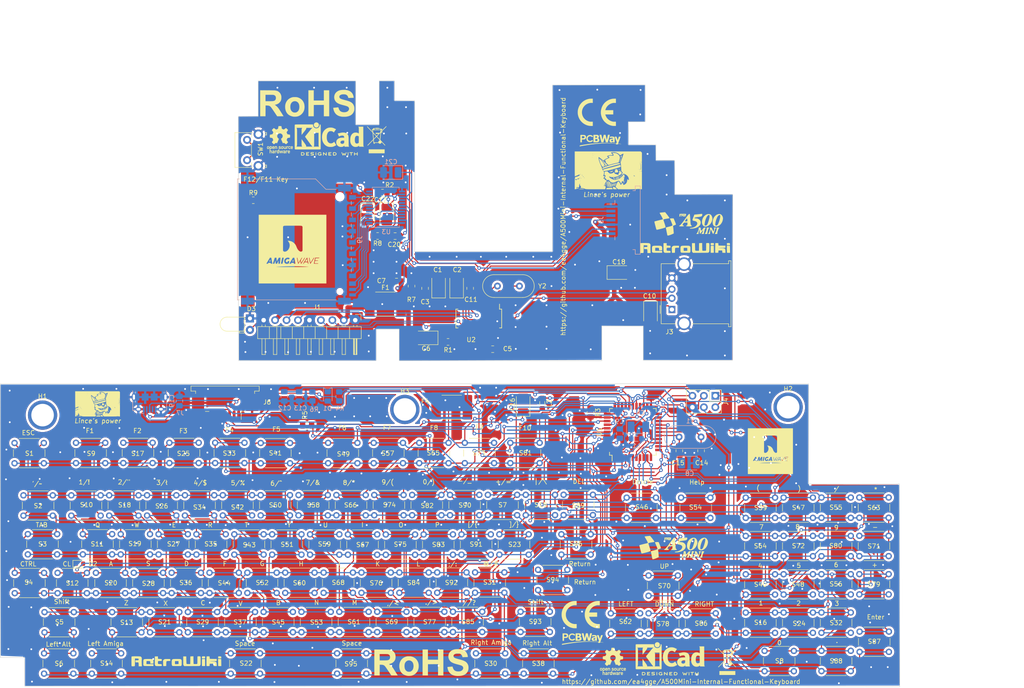
<source format=kicad_pcb>
(kicad_pcb (version 20240108) (generator "pcbnew") (generator_version "8.0")
  (title_block (title "A500 Mini Functional Keyboard and SD card reader") (date "2022-09-09. Updated 02/07/2024") (rev "1.0") (company "Lince's power.") (comment 1 "Final version") (comment 2 "USB Hub. Eject switch as F12 Key (Amiberry's menu).") (comment 3 "HID Functional keyboard. Inside USB port (for wifi or others).") (comment 4 "SD Card reader in the Floppy disk position."))
  (layers (0 "F.Cu" signal) (31 "B.Cu" signal) (34 "B.Paste" user) (35 "F.Paste" user) (36 "B.SilkS" user "B.Silkscreen") (37 "F.SilkS" user "F.Silkscreen") (38 "B.Mask" user) (39 "F.Mask" user) (44 "Edge.Cuts" user))
  (net 0 "")
  (net 1 "Net-(U2-VD18)")
  (net 2 "Net-(U2-VD33)")
  (net 3 "Net-(U1-UCAP)")
  (net 4 "Net-(U1-AREF)")
  (net 5 "Net-(C4-Pad1)")
  (net 6 "Net-(U2-XOUT)")
  (net 7 "Net-(U1-XTAL1)")
  (net 8 "GND")
  (net 9 "Net-(U1-XTAL2)")
  (net 10 "COL12")
  (net 11 "COL1")
  (net 12 "ROW2")
  (net 13 "ROW3")
  (net 14 "ROW4")
  (net 15 "ROW5")
  (net 16 "ROW6")
  (net 17 "ROW7")
  (net 18 "ROW8")
  (net 19 "COL2")
  (net 20 "Net-(U2-XIN)")
  (net 21 "COL3")
  (net 22 "COL4")
  (net 23 "COL5")
  (net 24 "COL6")
  (net 25 "Net-(C17-Pad1)")
  (net 26 "COL7")
  (net 27 "COL8")
  (net 28 "COL9")
  (net 29 "COL10")
  (net 30 "COL11")
  (net 31 "Net-(J1-Pin_2)")
  (net 32 "Net-(J6-Pin_4)")
  (net 33 "Net-(J7-VBUS)")
  (net 34 "Net-(U3-RSTZ)")
  (net 35 "Net-(D3-A)")
  (net 36 "Net-(J9-CLK)")
  (net 37 "Net-(J9-DAT2)")
  (net 38 "USBVCC")
  (net 39 "Net-(J9-CD{slash}DAT3)")
  (net 40 "Net-(J9-DAT1)")
  (net 41 "Net-(J3-D-)")
  (net 42 "LedCL")
  (net 43 "SCK")
  (net 44 "MOSI")
  (net 45 "MISO")
  (net 46 "RESET")
  (net 47 "Net-(J3-D+)")
  (net 48 "Net-(J5-Pin_6)")
  (net 49 "Net-(J5-Pin_7)")
  (net 51 "USB3_KB_D-")
  (net 52 "USB3_KB_D+")
  (net 53 "USB2_SD_Card_D-")
  (net 54 "USB2_SD_Card_D+")
  (net 55 "USBA500Mini_D-")
  (net 56 "UsbA500Mini_D+")
  (net 57 "Net-(U1-~{HWB}{slash}PE2)")
  (net 58 "Net-(U1-D+)")
  (net 59 "Net-(U1-D-)")
  (net 60 "Net-(U2-REXT)")
  (net 61 "ROW1")
  (net 68 "Net-(J9-WRITE_PROTECT)")
  (net 70 "Net-(U3-AVDD)")
  (net 71 "Net-(J9-CMD)")
  (net 73 "HubVCC")
  (net 74 "Net-(J9-VDD)")
  (net 75 "Net-(J9-DAT0)")
  (net 77 "HubImput_D+")
  (net 78 "HubImput_D-")
  (net 80 "Net-(J9-CARD_DETECT)")
  (net 81 "USB_D+")
  (net 82 "USB_D-")
  (net 83 "Net-(U3-RREF)")
  (net 84 "Net-(U3-LED)")
  (net 85 "Net-(U2-~{XRSTJ})")
  (footprint "Library_mia:SW_PUSH_6mm_H7.3mm_mia" (layer "F.Cu") (at 183.134 147.928)
    (property "Reference" "S16")
    (property "Value" "430156070736")
  )
  (footprint "Library_mia:SW_PUSH_6mm_H7.3mm_mia" (layer "F.Cu") (at 206.434 126.908 180)
    (property "Reference" "S55")
    (property "Value" "430156070736")
  )
  (footprint "Library_mia:SW_PUSH_6mm_H7.3mm_mia" (layer "F.Cu") (at 96.994 114.787999 180)
    (property "Reference" "S49")
    (property "Value" "430156070736")
  )
  (footprint "Library_mia:SW_PUSH_6mm_H7.3mm_mia" (layer "F.Cu") (at 115.628 126.33 180)
    (property "Reference" "S82")
    (property "Value" "430156070736")
  )
  (footprint "Library_mia:SW_PUSH_6mm_H7.3mm_mia" (layer "F.Cu") (at 33.528 121.92)
    (property "Reference" "S10")
    (property "Value" "430156070736")
  )
  (footprint "Imágenes:theA500Mini_16_9X16_9" (layer "F.Cu") (at 167.121914 133.552232)
    (property "Reference" "G10" (hide yes))
    (property "Value" "LOGO" (hide yes))
  )
  (footprint "MountingHole:MountingHole_2.1mm" (layer "F.Cu") (at 192.532 102.362)
    (property "Reference" "H2")
    (property "Value" "GND")
  )
  (footprint "Symbol:WEEE-Logo_4.2x6mm_SilkScreen" (layer "F.Cu") (at 179.07 158.75)
    (property "Reference" "REF16" (hide yes))
    (property "Value" "WEEE-Logo_4.2x6mm_SilkScreen" (hide yes))
  )
  (footprint "Mia:SW_PUSH_6mm_H7.3mm_mia" (layer "F.Cu") (at 114.690722 139.02)
    (property "Reference" "S92")
    (property "Value" "430156070736")
  )
  (footprint "Capacitor_Tantalum_SMD:CP_EIA-3528-21_Kemet-B_Pad1.50x2.35mm_HandSolder" (layer "F.Cu") (at 112.225 86.99 180)
    (property "Reference" "C6")
    (property "Value" "22uF")
  )
  (footprint "Connector_FFC-FPC:TE_84953-7_1x07-1MP_P1.0mm_Horizontal" (layer "F.Cu") (at 67.64 102.4 180)
    (property "Reference" "J6")
    (property "Value" "KB_To_Hub")
  )
  (footprint "Symbol:RoHS-Logo_6mm_SilkScreen" (layer "F.Cu") (at 111.2 159)
    (property "Reference" "REF11" (hide yes))
    (property "Value" "RoHS-Logo_6mm_SilkScreen" (hide yes))
  )
  (footprint "Library_mia:SW_PUSH_6mm_H7.3mm_mia" (layer "F.Cu") (at 97.890722 139.04)
    (property "Reference" "S76")
    (property "Value" "430156070736")
  )
  (footprint "Library_mia:SW_PUSH_6mm_H7.3mm_mia" (layer "F.Cu") (at 129.780722 161.472 180)
    (property "Reference" "S30")
    (property "Value" "430156070736")
  )
  (footprint "Imágenes:pcbway_10X3_3" (layer "F.Cu") (at 150.9 43.1)
    (property "Reference" "G6" (hide yes))
    (property "Value" "LOGO" (hide yes))
  )
  (footprint "Capacitor_Tantalum_SMD:CP_EIA-3528-21_Kemet-B_Pad1.50x2.35mm_HandSolder" (layer "F.Cu") (at 119 75.5 90)
    (property "Reference" "C2")
    (property "Value" "22uF")
  )
  (footprint "Library_mia:SW_PUSH_6mm_H7.3mm_mia" (layer "F.Cu") (at 199.934 139.408)
    (property "Reference" "S56")
    (property "Value" "430156070736")
  )
  (footprint "LED_THT:LED_D3.0mm_Horizontal_O1.27mm_Z2.0mm" (layer "F.Cu") (at 73.152 82.68 -90)
    (property "Reference" "D3")
    (property "Value" "LED")
  )
  (footprint "Imágenes:Logo_Lince_15X8" (layer "F.Cu") (at 152.675 49.775)
    (property "Reference" "G7" (hide yes))
    (property "Value" "LOGO" (hide yes))
  )
  (footprint "Capacitor_Tantalum_SMD:CP_EIA-3528-21_Kemet-B_Pad1.50x2.35mm_HandSolder" (layer "F.Cu") (at 99.26 59.705 -90)
    (property "Reference" "C22")
    (property "Value" "4.7uF")
  )
  (footprint "Library_mia:SW_PUSH_6mm_H7.3mm_mia" (layer "F.Cu") (at 101.380722 135.09 180)
    (property "Reference" "S67")
    (property "Value" "430156070736")
  )
  (footprint "Library_mia:SW_PUSH_6mm_H7.3mm_mia" (layer "F.Cu") (at 128.480722 130.57)
    (property "Reference" "S23")
    (property "Value" "430156070736")
  )
  (footprint "Fuse:Fuse_2920_7451Metric_Pad2.10x5.45mm_HandSolder" (layer "F.Cu") (at 103.205 79.502)
    (property "Reference" "F1")
    (property "Value" "Fuse_Small")
  )
  (footprint "Package_QFP:TQFP-44_10x10mm_P0.8mm" (layer "F.Cu") (at 158.092722 107.851114 90)
    (property "Reference" "U1")
    (property "Value" "ATmega32U4RC-A")
  )
  (footprint "Library_mia:SW_PUSH_6mm_H7.3mm_mia" (layer "F.Cu") (at 61.777 114.753001 180)
    (property "Reference" "S25")
    (property "Value" "430156070736" (hide yes))
  )
  (footprint "Imágenes:pcbway_10X3_3" (layer "F.Cu") (at 146.95 153.675)
    (property "Reference" "G13" (hide yes))
    (property "Value" "LOGO" (hide yes))
  )
  (footprint "MountingHole:MountingHole_2.1mm" (layer "F.Cu") (at 107.51 102.87)
    (property "Reference" "H3")
    (property "Value" "GND")
  )
  (footprint "Library_mia:SW_PUSH_6mm_H7.3mm_mia" (layer "F.Cu") (at 137.414 114.767999 180)
    (property "Reference" "S81")
    (property "Value" "430156070736")
  )
  (footprint "Library_mia:SW_PUSH_6mm_H7.3mm_mia" (layer "F.Cu") (at 72.580722 139.07)
    (property "Reference" "S52")
    (property "Value" "430156070736")
  )
  (footprint "Library_mia:SW_PUSH_6mm_H7.3mm_mia" (layer "F.Cu") (at 187.307564 156.428)
    (property "Reference" "S8")
    (property "Value" "430156070736")
  )
  (footprint "Library_mia:SW_PUSH_6mm_H7.3mm_mia" (layer "F.Cu") (at 27.580722 147.82)
    (property "Reference" "S5")
    (property "Value" "430156070736")
  )
  (footprint "Resistor_SMD:R_0805_2012Metric_Pad1.20x1.40mm_HandSolder" (layer "F.Cu") (at 73.89 56.46)
    (property "Reference" "R9")
    (property "Value" "100")
  )
  (footprint "Library_mia:SW_PUSH_6mm_H7.3mm_mia" (layer "F.Cu") (at 140.380722 161.472 180)
    (property "Reference" "S38")
    (property "Value" "430156070736")
  )
  (footprint "Capacitor_SMD:C_0805_2012Metric_Pad1.18x1.45mm_HandSolder" (layer "F.Cu") (at 105.3525 64.41)
    (property "Reference" "C20")
    (property "Value" "0.1uF")
  )
  (footprint "Library_mia:SW_PUSH_6mm_H7.3mm_mia" (layer "F.Cu") (at 116.280722 152.24 180)
    (property "Reference" "S77")
    (property "Value" "430156070736")
  )
  (footprint "Library_mia:SW_PUSH_6mm_H7.3mm_mia" (layer "F.Cu") (at 91.080722 152.27 180)
    (property "Reference" "S53")
    (property "Value" "430156070736")
  )
  (footprint "Library_mia:SW_PUSH_6mm_H7.3mm_mia" (layer "F.Cu") (at 99.480722 152.26 180)
    (property "Reference" "S61")
    (property "Value" "430156070736")
  )
  (footprint "Package_SO:SSOP-28_3.9x9.9mm_P0.635mm" (layer "F.Cu") (at 123.915 82.7 -90)
    (property "Reference" "U2")
    (property "Value" "FE1.1s")
  )
  (footprint "Library_mia:SW_PUSH_6mm_H7.3mm_mia" (layer "F.Cu") (at 50.980722 147.81)
    (property "Reference" "S21")
    (property "Value" "430156070736")
  )
  (footprint "Library_mia:SW_PUSH_6mm_H7.3mm_mia" (layer "F.Cu") (at 107.228 126.34 180)
    (property "Reference" "S74")
    (property "Value" "430156070736")
  )
  (footprint "Capacitor_SMD:C_0805_2012Metric_Pad1.18x1.45mm_HandSolder" (layer "F.Cu") (at 173.228 112.0355 -90)
    (property "Reference" "C14")
    (property "Value" "22pF")
  )
  (footprint "Symbol:OSHW-Logo_5.7x6mm_SilkScreen" (layer "F.Cu") (at 79.8 43.025)
    (property "Reference" "REF3" (hide yes))
    (property "Value" "OSHW-Logo_5.7x6mm_SilkScreen" (hide yes))
  )
  (footprint "Connector_USB:USB_A_Molex_67643_Horizontal" (layer "F.Cu") (at 166.75 80.7 90)
    (property "Reference" "J3")
    (property "Value" "USB_A")
  )
  (footprint "Capacitor_Tantalum_SMD:CP_EIA-3528-21_Kemet-B_Pad1.50x2.35mm_HandSolder" (layer "F.Cu") (at 133.75 101.75 90)
    (property "Reference" "C16")
    (property "Value" "22uF")
  )
  (footprint "Library_mia:SW_PUSH_6mm_H7.3mm_mia" (layer "F.Cu") (at 124.680722 152.23 180)
    (property "Reference" "S85")
    (property "Value" "430156070736")
  )
  (footprint "Library_mia:SW_PUSH_6mm_H7.3mm_mia" (layer "F.Cu") (at 208.334 130.898)
    (property "Reference" "S71")
    (property "Value" "430156070736")
  )
  (footprint "Symbol:CE-Logo_8.5x6mm_SilkScreen" (layer "F.Cu") (at 150.1 36.95)
    (property "Reference" "REF5" (hide yes))
    (property "Value" "CE-Logo_8.5x6mm_SilkScreen" (hide yes))
  )
  (footprint "Library_mia:SW_PUSH_6mm_H7.3mm_mia" (layer "F.Cu") (at 67.780722 135.05 180)
    (property "Reference" "S35")
    (property "Value" "430156070736")
  )
  (footprint "Library_mia:SW_PUSH_6mm_H7.3mm_mia" (layer "F.Cu") (at 27.432 114.808 180)
    (property "Reference" "S1")
    (property "Value" "430156070736" (hide yes))
  )
  (footprint "Library_mia:SW_PUSH_6mm_H7.3mm_mia" (layer "F.Cu") (at 36.980722 143.62 180)
    (property "Reference" "S12")
    (property "Value" "430156070736")
  )
  (footprint "Capacitor_Tantalum_SMD:CP_EIA-3528-21_Kemet-B_Pad1.50x2.35mm_HandSolder" (layer "F.Cu") (at 115 75.5 90)
    (property "Reference" "C1")
    (property "Value" "22uF")
  )
  (footprint "Library_mia:SW_PUSH_6mm_H7.3mm_mia" (layer "F.Cu") (at 149.228 126.29 180)
    (property "Reference" "S89")
    (property "Value" "430156070736")
  )
  (footprint "Library_mia:SW_PUSH_6mm_H7.3mm_mia" (layer "F.Cu") (at 78.080722 130.57)
    (property "Reference" "S51")
    (property "Value" "430156070736")
  )
  (footprint "Symbol:KiCad-Logo2_6mm_SilkScreen" (layer "F.Cu") (at 90.742514 42.179848)
    (property "Reference" "REF2" (hide yes))
    (property "Value" "KiCad-Logo2_6mm_SilkScreen" (hide yes))
  )
  (footprint "Library_mia:SW_PUSH_6mm_H7.3mm_mia" (layer "F.Cu") (at 199.934 147.908)
    (property "Reference" "S32")
    (property "Value" "430156070736")
  )
  (footprint "Library_mia:SW_PUSH_6mm_H7.3mm_mia" (layer "F.Cu") (at 175.288436 126.928 180)
    (property "Reference" "S54")
    (property "Value" "430156070736")
  )
  (footprint "Library_mia:SW_PUSH_6mm_H7.3mm_mia" (layer "F.Cu") (at 159.7 152.6 180)
    (property "Reference" "S62")
    (property "Value" "430156070736")
  )
  (footprint "Symbol:OSHW-Logo_5.7x6mm_SilkScreen" (layer "F.Cu") (at 153.67 158.75)
    (property "Reference" "REF14" (hide yes))
    (property "Value" "OSHW-Logo_5.7x6mm_SilkScreen" (hide yes))
  )
  (footprint "Library_mia:SW_PUSH_6mm_H7.3mm_mia" (layer "F.Cu") (at 75.528 121.87)
    (property "Reference" "S50")
    (property "Value" "430156070736" (hide yes))
  )
  (footprint "Library_mia:SW_PUSH_6mm_H7.3mm_mia" (layer "F.Cu") (at 214.834 126.898 180)
    (property "Reference" "S63")
    (property "Value" "430156070736")
  )
  (footprint "Library_mia:SW_PUSH_6mm_H7.3mm_mia" (layer "F.Cu") (at 71.937 114.753001 180)
    (property "Reference" "S33")
    (property "Value" "430156070736" (hide yes))
  )
  (footprint "Library_mia:SW_PUSH_6mm_H7.3mm_mia" (layer "F.Cu") (at 74.280722 152.29 180)
    (property "Reference" "S37")
    (property "Value" "430156070736")
  )
  (footprint "Library_mia:SW_PUSH_6mm_H7.3mm_mia" (layer "F.Cu") (at 199.934 130.908)
    (property "Reference" "S80")
    (property "Value" "430156070736")
  )
  (footprint "Imágenes:AmigaWaveLogo_15X15_2" (layer "F.Cu") (at 82.6 67.3)
    (property "Reference" "G***" (hide yes))
    (property "Value" "LOGO" (hide yes))
  )
  (footprint "Symbol:KiCad-Logo2_6mm_SilkScreen" (layer "F.Cu") (at 166.37 157.48)
    (property "Reference" "REF15" (hide yes))
    (property "Value" "KiCad-Logo2_6mm_SilkScreen" (hide yes))
  )
  (footprint "Library_mia:SW_PUSH_6mm_H7.3mm_mia" (layer "F.Cu") (at 139.680722 152.23 180)
    (property "Reference" "S93")
    (property "Value" "430156070736")
  )
  (footprint "Resistor_SMD:R_0805_2012Metric_Pad1.20x1.40mm_HandSolder" (layer "F.Cu") (at 109 75.5 -90)
    (property "Reference" "R7")
    (property "Value" "2K7")
  )
  (footprint "Library_mia:SW_PUSH_6mm_H7.3mm_mia" (layer "F.Cu") (at 109.780722 135.1 180)
    (property "Reference" "S75")
    (property "Value" "430156070736")
  )
  (footprint "Crystal:Crystal_HC49-4H_Vertical" (layer "F.Cu") (at 128.05 75.5)
    (property "Reference" "Y2")
    (property "Value" "12MHz")
  )
  (footprint "Library_mia:SW_PUSH_6mm_H7.3mm_mia" (layer "F.Cu") (at 117.204 114.777999 180)
    (property "Reference" "S65")
    (property "Value" "430156070736")
  )
  (footprint "Library_mia:SW_PUSH_6mm_H7.3mm_mia" (layer "F.Cu") (at 51.562 114.753001 180)
    (property "Reference" "S17")
    (property "Value" "430156070736" (hide yes))
  )
  (footprint "Library_mia:SW_PUSH_6mm_H7.3mm_mia" (layer "F.Cu") (at 123.090722 139.01)
    (property "Reference" "S31")
    (property "Value" "430156070736")
  )
  (footprint "Library_mia:SW_PUSH_6mm_H7.3mm_mia" (layer "F.Cu") (at 30.380722 135.02 180)
    (property "Reference" "S3")
    (property "Value" "430156070736")
  )
  (footprint "Library_mia:SW_PUSH_6mm_H7.3mm_mia" (layer "F.Cu") (at 107.099 114.782999 180)
    (property "Reference" "S57")
    (property "Value" "430156070736")
  )
  (footprint "Library_mia:SW_PUSH_6mm_H7.3mm_mia" (layer "F.Cu") (at 168.080722 152.6 180)
    (property "Reference" "S78")
    (property "Value" "430156070736")
  )
  (footprint "Library_mia:SW_PUSH_6mm_H7.3mm_mia" (layer "F.Cu") (at 125.928 121.81)
    (property "Reference" "S7")
    (property "Value" "430156070736")
  )
  (footprint "Library_mia:SW_PUSH_6mm_H7.3mm_mia" (layer "F.Cu") (at 82.680722 152.28 180)
    (property "Reference" "S45")
    (property "Value" "430156070736")
  )
  (footprint "Library_mia:SW_PUSH_6mm_H7.3mm_mia" (layer "F.Cu") (at 191.534 139.418)
    (property "Reference" "S48")
    (property "Value" "430156070736")
  )
  (footprint "Library_mia:SW_PUSH_6mm_H7.3mm_mia" (layer "F.Cu") (at 58.728 121.89)
    (property "Reference" "S34")
    (property "Value" "430156070736")
  )
  (footprint "Library_mia:SW_PUSH_6mm_H7.3mm_mia" (layer "F.Cu") (at 33.980722 161.472 180)
    (property "Reference" "S6")
    (property "Value" "430156070736")
  )
  (footprint "Library_mia:SW_PUSH_6mm_H7.3mm_mia" (layer "F.Cu") (at 92.980722 135.08 180)
    (property "Reference" "S59")
    (property "Value" "430156070736")
  )
  (footprint "Library_mia:SW_PUSH_6mm_H7.3mm_mia" (layer "F.Cu") (at 45.480722 143.61 180)
    (property "Reference" "S20")
    (property "Value" "430156070736")
  )
  (footprint "Library_mia:SW_PUSH_6mm_H7.3mm_mia" (layer "F.Cu") (at 50.328 121.9)
    (property "Reference" "S26")
    (property "Value" "430156070736")
  )
  (footprint "Library_mia:SW_PUSH_6mm_H7.3mm_mia" (layer "F.Cu") (at 62.280722 143.59 180)
    (property "Reference" "S36")
    (property "Value" "430156070736")
  )
  (footprint "Library_mia:SW_PUSH_6mm_H7.3mm_mia" (layer "F.Cu") (at 161.570722 139.7)
    (property "Reference" "S70")
    (property "Value" "430156070736")
  )
  (footprint "Resistor_SMD:R_0805_2012Metric_Pad1.20x1.40mm_HandSolder" (layer "F.Cu") (at 102.55 54.76 180)
    (property "Reference" "R2")
    (property "Value" "0")
  )
  (footprint "Library_mia:SW_PUSH_6mm_H7.3mm_mia" (layer "F.Cu") (at 80.980722 139.06)
    (property "Reference" "S60")
    (property "Value" "430156070736")
  )
  (footprint "Inductor_SMD:L_0805_2012Metric_Pad1.05x1.20mm_HandSolder" (layer "F.Cu") (at 138 101.5 -90)
    (property "Reference" "L2")
    (property "Value" "L_Ferrite_Small")
  )
  (footprint "Library_mia:SW_PUSH_6mm_H7.3mm_mia" (layer "F.Cu") (at 134.328 121.8)
    (property "Reference" "S15")
    (property "Value" "430156070736")
  )
  (footprint "Library_mia:SW_PUSH_6mm_H7.3mm_mia" (layer "F.Cu") (at 127.309 114.772999 180)
    (property "Reference" "S73")
    (property "Value" "430156070736")
  )
  (footprint "Library_mia:SW_PUSH_6mm_H7.3mm_mia" (layer "F.Cu") (at 50.980722 135.03 180)
    (property "Reference" "S19")
    (property "Value" "430156070736")
  )
  (footprint "Library_mia:SW_PUSH_6mm_H7.3mm_mia" (layer "F.Cu") (at 124.028 126.32 180)
    (property "Reference" "S90")
    (property "Value" "430156070736")
  )
  (footprint "Button_Switch_THT:SW_Tactile_SPST_Angled_PTS645Vx83-2LFS" (layer "F.Cu") (at 72.52 47.57 90)
    (property "Reference" "SW1")
    (property "Value" "F12")
  )
  (footprint "Fuse:Fuse_2920_7451Metric_Pad2.10x5.45mm_HandSolder" (layer "F.Cu") (at 117.92 102.38)
    (property "Reference" "F4")
    (property "Value" "Fuse_Small")
  )
  (footprint "Capacitor_Tantalum_SMD:CP_EIA-3528-21_Kemet-B_Pad1.50x2.35mm_HandSolder" (layer "F.Cu") (at 155 72.5)
    (property "Reference" "C18")
    (property "Value" "22uF")
  )
  (footprint "Capacitor_Tantalum_SMD:CP_EIA-3528-21_Kemet-B_Pad1.50x2.35mm_HandSolder" (layer "F.Cu") (at 162 81.5 -90)
    (property "Reference" "C10")
    (property "Value" "22uF")
  )
  (footprint "Library_mia:SW_PUSH_6mm_H7.3mm_mia" (layer "F.Cu") (at 41.928 121.91)
    (property "Reference" "S18")
    (property "Value" "430156070736")
  )
  (footprint "Library_mia:SW_PUSH_6mm_H7.3mm_mia" (layer "F.Cu") (at 42.580722 135.02 180)
    (property "Reference" "S11")
    (property "Value" "430156070736")
  )
  (footprint "Resistor_SMD:R_0805_2012Metric_Pad1.20x1.40mm_HandSolder" (layer "F.Cu") (at 117.094 87.884 180)
    (property "Reference" "R1")
    (property "Value" "1K")
  )
  (footprint "Library_mia:SW_PUSH_6mm_H7.3mm_mia" (layer "F.Cu") (at 82.042 114.808 180)
    (property "Reference" "S41")
    (property "Value" "430156070736")
  )
  (footprint "Library_mia:SW_PUSH_6mm_H7.3mm_mia" (layer "F.Cu") (at 183.134 139.428)
    (property "Reference" "S40")
    (property "Value" "430156070736")
  )
  (footprint "MountingHole:MountingHole_2.1mm" (layer "F.Cu") (at 27.15 104.125)
    (property "Reference" "H1")
    (property "Value" "GND")
  )
  (footprint "Symbol:WEEE-Logo_4.2x6mm_SilkScreen" (layer "F.Cu") (at 101.275 43.025)
    (property "Reference" "REF4" (hide yes))
    (property "Value" "WEEE-Logo_4.2x6mm_SilkScreen" (hide yes))
  )
  (footprint "Library_mia:SW_PUSH_6mm_H7.3mm_mia" (layer "F.Cu") (at 70.680722 143.58 180)
    (property "Reference" "S44")
    (property "Value" "430156070736")
  )
  (footprint "Library_mia:SW_PUSH_6mm_H7.3mm_mia" (layer "F.Cu") (at 199.934 156.408)
    (property "Reference" "S88")
    (property "Value" "430156070736")
  )
  (footprint "Library_mia:SW_PUSH_6mm_H7.3mm_mia" (layer "F.Cu") (at 90.428 126.36 180)
    (property "Reference" "S58")
    (property "Value" "430156070736")
  )
  (footprint "Resistor_SMD:R_0805_2012Metric_Pad1.20x1.40mm_HandSolder" (layer "F.Cu") (at 85.836 106.426 180)
    (property "Reference" "R5")
    (property "Value" "22")
  )
  (footprint "Imágenes:Logo_Lince_10X6" (layer "F.Cu") (at 39.37 101.6)
    (property "Reference" "G9" (hide yes))
    (property "Value" "LOGO" (hide yes))
  )
  (footprint "Library_mia:SW_PUSH_6mm_H7.3mm_mia" (layer "F.Cu") (at 191.534 147.918)
    (property "Reference" "S24")
    (property "Value" "430156070736")
  )
  (footprint "Library_mia:SW_PUSH_6mm_H7.3mm_mia" (layer "F.Cu") (at 163.218 126.928 180)
    (property "Reference" "S46")
    (property "Value" "430156070736")
  )
  (footprint "Library_mia:SW_PUSH_6mm_H7.3mm_mia" (layer "F.Cu") (at 198.034 126.918 180)
    (property "Reference" "S47")
    (property "Value" "430156070736")
  )
  (footprint "Library_mia:SW_PUSH_6mm_H7.3mm_mia" (layer "F.Cu") (at 89.490722 139.05)
    (property "Reference" "S68")
    (property "Value" "430156070736")
  )
  (footprint "Library_mia:SW_PUSH_6mm_H7.3mm_mia" (layer "F.Cu") (at 98.828 126.35 180)
    (property "Reference" "S66")
    (property "Value" "430156070736")
  )
  (footprint "Library_mia:SW_PUSH_6mm_H7.3mm_mia" (layer "F.Cu") (at 27.480722 143.62 180)
    (property "Reference" "S4")
    (property "Value" "430156070736")
  )
  (footprint "Symbol:CE-Logo_8.5x6mm_SilkScreen" (layer "F.Cu") (at 146.525 148.375)
    (property "Reference" "REF12" (hide yes))
    (property "Value" "CE-Logo_8.5x6mm_SilkScreen" (hide yes))
  )
  (footprint "Library_mia:SW_PUSH_6mm_H7.3mm_mia" (layer "F.Cu") (at 75.380722 161.472 180)
    (property "Reference" "S22")
    (property "Value" "430156070736")
  )
  (footprint "Library_mia:SW_PUSH_6mm_H7.3mm_mia" (layer "F.Cu") (at 137.062722 138.43)
    (property "Reference" "S94")
    (property "Value" "430156070736")
  )
  (footprint "Mia:SW_PUSH_6mm_H7.3mm_mia" (layer "F.Cu") (at 106.3 139.040886)
    (property "Reference" "S84")
    (property "Value" "430156070736")
  )
  (footprint "Library_mia:SW_PUSH_6mm_H7.3mm_mia" (layer "F.Cu") (at 44.580722 161.472 180)
    (property "Reference" "S14")
    (property "Value" "430156070736")
  )
  (footprint "Library_mia:SW_PUSH_6mm_H7.3mm_mia" (layer "F.Cu") (at 183.134 130.928)
    (property "Reference" "S64")
    (property "Value" "430156070736")
  )
  (footprint "Imágenes:theA500Mini_16_9X16_9" (layer "F.Cu") (at 170.45 61.75)
    (property "Reference" "G8" (hide yes))
    (property "Value" "LOGO" (hide yes))
  )
  (footprint "Library_mia:SW_PUSH_6mm_H7.3mm_mia" (layer "F.Cu") (at 59.380722 135.04 180)
    (property "Reference" "S27")
    (property "Value" "430156070736")
  )
  (footprint "LED_SMD:LED_0603_1608Metric" (layer "F.Cu") (at 35.3625 137.080886)
    (property "Reference" "D2")
    (property "Value" "CL")
  )
  (footprint "Library_mia:SW_PUSH_6mm_H7.3mm_mia" (layer "F.Cu") (at 191.534 130.918)
    (property "Reference" "S72")
    (property "Value" "430156070736")
  )
  (footprint "Imágenes:RetroWikiLogo_20X2_2" (layer "F.Cu") (at 169.7 67.05)
    (property "Reference" "G***" (hide yes))
    (property "Value" "LOGO" (hide yes))
  )
  (footprint "Library_mia:SW_PUSH_6mm_H7.3mm_mia" (layer "F.Cu") (at 65.880722 152.3 180)
    (property "Reference" "S29")
    (property "Value" "430156070736")
  )
  (footprint "Library_mia:SW_PUSH_6mm_H7.3mm_mia" (layer "F.Cu") (at 42.580722 147.82)
    (property "Reference" "S13")
    (property "Value" "430156070736")
  )
  (footprint "Capacitor_Tantalum_SMD:CP_EIA-3528-21_Kemet-B_Pad1.50x2.35mm_HandSolder" (layer "F.Cu") (at 103.51 59.65 -90)
    (property "Reference" "C17")
    (property "Value" "4.7uF")
  )
  (footprint "Resistor_SMD:R_0805_2012Metric_Pad1.20x1.40mm_HandSolder" (layer "F.Cu") (at 101.47 64.38 180)
    (property "Reference" "R8")
    (property "Value" "680")
  )
  (footprint "Library_mia:SW_PUSH_6mm_H7.3mm_mia" (layer "F.Cu") (at 118.180722 135.09 180)
    (property "Reference" "S83")
    (property "Value" "430156070736")
  )
  (footprint "Library_mia:SW_PUSH_6mm_H7.3mm_mia" (layer "F.Cu") (at 208.334 139.398)
    (property "Reference" "S79")
    (property "Value" "430156070736")
  )
  (footprint "Symbol:RoHS-Logo_6mm_SilkScreen" (layer "F.Cu") (at 85.875 34.95)
    (property "Reference" "REF1" (hide yes))
    (property "Value" "RoHS-Logo_6mm_SilkScreen" (hide yes))
  )
  (footprint "Resistor_SMD:R_0805_2012Metric_Pad1.20x1.40mm_HandSolder" (layer "F.Cu") (at 148.694722 103.533114 -90)
    (property "Reference" "R3")
    (property "Value" "10K")
  )
  (footprint "Library_mia:SW_PUSH_6mm_H7.3mm_mia" (layer "F.Cu") (at 41.062 114.768002 180)
    (property "Reference" "S9")
    (property "Value" "430156070736" (hide yes))
  )
  (footprint "Library_mia:SW_PUSH_6mm_H7.3mm_mia" (layer "F.Cu") (at 142.24 130.556)
    (property "Reference" "S96")
    (property "Value" "430156070736")
  )
  (footprint "Library_mia:SW_PUSH_6mm_H7.3mm_mia" (layer "F.Cu") (at 126.580722 135.08 180)
    (property "Reference" "S91")
    (property "Value" "430156070736")
  )
  (footprint "Capacitor_SMD:C_0805_2012Metric_Pad1.18x1.45mm_HandSolder" (layer "F.Cu") (at 168.402 112.0355 -90)
    (property "Reference" "C15")
    (property "Value" "22pF")
  )
  (footprint "Capacitor_SMD:C_0805_2012Metric_Pad1.18x1.45mm_HandSolder" (layer "F.Cu") (at 122 76 90)
    (property "Reference" "C11")
    (property "Value" "0.1uF")
  )
  (footprint "Library_mia:SW_PUSH_6mm_H7.3mm_mia" (layer "F.Cu") (at 22.912 121.92)
    (property "Reference" "S2")
    (property "Value" "430156070736")
  )
  (footprint "Library_mia:SW_PUSH_6mm_H7.3mm_mia" (layer "F.Cu") (at 98.980722 161.472 180)
    (property "Reference" "S95")
    (property "Value" "430156070736")
  )
  (footprint "Library_mia:SW_PUSH_6mm_H7.3mm_mia" (layer "F.Cu") (at 69.680722 130.56)
    (property "Reference" "S43")
    (property "Value" "430156070736")
  )
  (footprint "Library_mia:SW_PUSH_6mm_H7.3mm_mia" (layer "F.Cu") (at 208.389564 152.146)
    (property "Reference" "S87")
    (property "Value" "430156070736")
  )
  (footprint "Connector_PinHeader_2.54mm:PinHeader_1x09_P2.54mm_Horizontal" (layer "F.Cu") (at 96.51 83.058 -90)
    (property "Reference" "J1")
    (property "Value" "Conn_01x09_Male")
  )
  (footprint "Connector_PinHeader_2.54mm:PinHeader_2x03_P2.54mm_Vertical" (layer "F.Cu") (at 176.385722 99.836114 -90)
    (property "Reference" "J4")
    (property "Value" "ISCP")
  )
  (footprint "Capacitor_SMD:C_0805_2012Metric_Pad1.18x1.45mm_HandSolder" (layer "F.Cu") (at 112 76 -90)
    (property "Reference" "C3")
    (property "Value" "0.1uF")
  )
  (footprint "Library_mia:SW_PUSH_6mm_H7.3mm_mia" (layer "F.Cu") (at 67.128 121.88)
    (property "Reference" "S42")
    (property "Value" "430156070736")
  )
  (footprint "Capacitor_SMD:C_0805_2012Metric_Pad1.18x1.45mm_HandSolder" (layer "F.Cu") (at 105.664 74.5)
    (property "Reference" "C7")
    (property "Value" "0.22uF")
  )
  (footprint "Imágenes:AmigaWaveLogo_10X10_2" (layer "F.Cu") (at 188.6 112.125)
    (property "Reference" "G***" (hide yes))
    (property "Value" "LOGO" (hide yes))
  )
  (footprint "Library_mia:SW_PUSH_6mm_H7.3mm_mia" (layer "F.Cu") (at 107.880722 152.25 180)
    (property "Reference" "S69")
    (property "Value" "430156070736")
  )
  (footprint "Library_mia:SW_PUSH_6mm_H7.3mm_mia" (layer "F.Cu") (at 176.480722 152.59 180)
    (property "Reference" "S86")
    (property "Value" "430156070736")
  )
  (footprint "Imágenes:RetroWikiLogo_20X2_2" (layer "F.Cu") (at 56.85 158.725)
    (property "Reference" "G***" (hide yes))
    (property "Value" "LOGO" (hide yes))
  )
  (footprint "Capacitor_SMD:C_0805_2012Metric_Pad1.18x1.45mm_HandSolder" (layer "F.Cu") (at 127 89.5 180)
    (property "Reference" "C5")
    (property "Value" "0.1uF")
  )
  (footprint "Library_mia:SW_PUSH_6mm_H7.3mm_mia" (layer "F.Cu") (at 189.634 126.928 180)
    (property "Reference" "S39")
    (property "Value" "430156070736")
  )
  (footprint "Library_mia:SW_PUSH_6mm_H7.3mm_mia" (layer "F.Cu") (at 53.880722 143.6 180)
    (property "Reference" "S28")
    (property "Value" "430156070736")
  )
  (footprint "Capacitor_SMD:C_0805_2012Metric_Pad1.18x1.45mm_HandSolder" (layer "B.Cu") (at 80.764222 99.968614 90)
    (property "Reference" "C12")
    (property "Value" "100nF")
  )
  (footprint "Package_SO:SSOP-24_3.9x8.7mm_P0.635mm" (layer "B.Cu") (at 103.385 57.9375)
    (property "Reference" "U3")
    (property "Value" "GL823")
  )
  (footprint "Connector_Card:SD_TE_2041021" (layer "B.Cu") (at 83.93 65.2 90)
    (property "Reference" "J9")
    (property "Value" "SD_Card")
  )
  (footprint "Resistor_SMD:R_0805_2012Metric_Pad1.20x1.40mm_HandSolder" (layer "B.Cu") (at 87 99.968614 90)
    (property "Reference" "R6")
    (property "Value" "10K")
  )
  (footprint "Capacitor_SMD:C_0805_2012Metric_Pad1.18x1.45mm_HandSolder" (layer "B.Cu") (at 57.5 101 -90)
    (property "Reference" "C19")
    (property "Value" "100nF")
  )
  (footprint "Connector_USB:USB_Micro-B_Amphenol_10118194_Horizontal" (layer "B.Cu") (at 50.904722 101.424114)
    (property "Reference" "J7")
    (property "Value" "USB_B_Micro")
  )
  (footprint "Capacitor_Tantalum_SMD:CP_EIA-3528-21_Kemet-B_Pad1.50x2.35mm_HandSolder" (layer "B.Cu") (at 104.405 50.29 180)
    (property "Reference" "C21")
    (property "Value" "22uF")
  )
  (footprint "Capacitor_SMD:C_0805_2012Metric_Pad1.18x1.45mm_HandSolder" (layer "B.Cu") (at 84.066222 99.968614 90)
    (property "Reference" "C13")
    (property "Value" "100nF")
  )
  (footprint "Capacitor_SMD:C_0805_2012Metric_Pad1.18x1.45mm_HandSolder" (layer "B.Cu") (at 155.194 108.2255 90)
    (property "Reference" "C9")
    (property "Value" "100nF")
  )
  (footprint "Inductor_SMD:L_0805_2012Metric_Pad1.05x1.20mm_HandSolder" (layer "B.Cu") (at 158.854722 109.375114)
    (property "Reference" "L1")
    (property "Value" "L_Ferrite_Small")
  )
  (footprint "Connector_FFC-FPC:TE_84953-7_1x07-1MP_P1.0mm_Horizontal" (layer "B.Cu") (at 155.02 60.87 -90)
    (property "Reference" "J5")
    (property "Value" "From_KB")
  )
  (footprint "Diode_SMD:D_0805_2012Metric_Pad1.15x1.40mm_HandSolder" (layer "B.Cu") (at 90.416222 99.968614 -90)
    (property "Reference" "D1")
    (property "Value" "1N4148")
  )
  (footprint "Resistor_SMD:R_0805_2012Metric_Pad1.20x1.40mm_HandSolder" (layer "B.Cu") (at 92.956222 99.968614 -90)
    (property "Reference" "R4")
    (property "Value" "22")
  )
  (footprint "Crystal:Crystal_HC49-4H_Vertical" (layer "B.Cu") (at 173.228 108.966 180)
    (property "Reference" "Y1")
    (property "Value" "16MHz")
  )
  (footprint "Capacitor_Tantalum_SMD:CP_EIA-3528-21_Kemet-B_Pad1.50x2.35mm_HandSolder" (layer "B.Cu") (at 170.555 114.78)
    (property "Reference" "C8")
    (property "Value" "1uF")
  )
  (footprint "Capacitor_Tantalum_SMD:CP_EIA-3528-21_Kemet-B_Pad1.50x2.35mm_HandSolder" (layer "B.Cu") (at 159.325 106.71)
    (property "Reference" "C4")
    (property "Value" "22uF")
  )
  (gr_poly (pts (xy 197.037848 119.404854) (xy 217.217848 119.384854) (xy 217.277848 164.350854) (xy 23.209848 164.240854) (xy 23.209848 157.880854) (xy 17.765848 157.880854) (xy 17.805848 97.160854) (xy 197.057848 97.160854)) (stroke (width 0.1)) (fill none) (layer "Edge.Cuts"))
  (gr_poly (pts (xy 160.82 39.04) (xy 157.12 39.04) (xy 157.11 44.18) (xy 163.21 44.18) (xy 163.21 47.63) (xy 167.36 47.63) (xy 167.36 55.17) (xy 180.225 55.175) (xy 180.2 69.225) (xy 180.2 91.975) (xy 160.41 91.97) (xy 160.41 84.36) (xy 151.22 84.36) (xy 151.22 92.05) (xy 106.24 92.04) (xy 106.25 85.03) (xy 101.15 85.04) (xy 101.15 92.03) (xy 70.61 92.03) (xy 70.59 37.86) (xy 74.97 37.85) (xy 74.97 29.99) (xy 96.59 29.99) (xy 96.59 39.7) (xy 101.81 39.7) (xy 101.82 29.98) (xy 103.8 29.98) (xy 105.2 29.98) (xy 105.2 32.65) (xy 105.2 34.37) (xy 109.68 34.37) (xy 109.7 67.87) (xy 140.28 67.86) (xy 140.3 39.27) (xy 140.28 30.9) (xy 160.81 30.89)) (stroke (width 0.1)) (fill none) (layer "Edge.Cuts"))
  (gr_text "Lince's power" (at 39.37 105.41 0) (layer "F.SilkS") (effects (font (size 1 1) (thickness 0.15) (italic yes))))
  (gr_text "https://github.com/ea4gge/A500Mini-Internal-Functional-Keyboard" (at 143.225 86.625 90) (layer "F.SilkS") (effects (font (size 1 1)) (justify left bottom)))
  (gr_text "Lince's power" (at 152.25 55.225 0) (layer "F.SilkS") (effects (font (size 1 1) (thickness 0.15) (italic yes))))
  (gr_text "https://github.com/ea4gge/A500Mini-Internal-Functional-Keyboard" (at 142.24 163.83 0) (layer "F.SilkS") (effects (font (size 1 1)) (justify left bottom)))
  (segment (start 128.0425 84.5425) (end 128.0425 85.3) (width 0.25) (layer "F.Cu") (net 1))
  (segment (start 123.068198 82.931802) (end 123.636396 83.5) (width 0.25) (layer "F.Cu") (net 1))
  (segment (start 121.0575 77.98) (end 122 77.0375) (width 0.25) (layer "F.Cu") (net 1))
  (segment (start 119 77.125) (end 121.9125 77.125) (width 0.25) (layer "F.Cu") (net 1))
  (segment (start 121.0575 82.421104) (end 121.568198 82.931802) (width 0.25) (layer "F.Cu") (net 1))
  (segment (start 121.568198 82.931802) (end 123.068198 82.931802) (width 0.25) (layer "F.Cu") (net 1))
  (segment (start 127 83.5) (end 128.0425 84.5425) (width 0.25) (layer "F.Cu") (net 1))
  (segment (start 121.0575 80.1) (end 121.0575 77.98) (width 0.25) (layer "F.Cu") (net 1))
  (segment (start 123.636396 83.5) (end 127 83.5) (width 0.25) (layer "F.Cu") (net 1))
  (segment (start 121.0575 80.1) (end 121.0575 82.421104) (width 0.25) (layer "F.Cu") (net 1))
  (segment (start 120.4225 80.1) (end 120.4225 79.25) (width 0.25) (layer "F.Cu") (net 2))
  (segment (start 120.4225 82.4225) (end 121.5 83.5) (width 0.25) (layer "F.Cu") (net 2))
  (segment (start 120.4225 79.25) (end 119.4975 78.325) (width 0.25) (layer "F.Cu") (net 2))
  (segment (start 123 83.5) (end 123.5975 84.0975) (width 0.25) (layer "F.Cu") (net 2))
  (segment (start 112 77.0375) (end 114.9125 77.0375) (width 0.25) (layer "F.Cu") (net 2))
  (segment (start 119.4975 78.325) (end 116.2 78.325) (width 0.25) (layer "F.Cu") (net 2))
  (segment (start 121.5 83.5) (end 123 83.5) (width 0.25) (layer "F.Cu") (net 2))
  (segment (start 120.4225 80.1) (end 120.4225 82.4225) (width 0.25) (layer "F.Cu") (net 2))
  (segment (start 116.2 78.325) (end 115 77.125) (width 0.25) (layer "F.Cu") (net 2))
  (segment (start 123.5975 84.0975) (end 123.5975 85.3) (width 0.25) (layer "F.Cu") (net 2))
  (segment (start 164.569921 115.062) (end 165.1 115.062) (width 0.25) (layer "F.Cu") (net 3))
  (segment (start 158.638862 116.000614) (end 163.631307 116.000614) (width 0.25) (layer "F.Cu") (net 3))
  (segment (start 163.631307 116.000614) (end 164.569921 115.062) (width 0.25) (layer "F.Cu") (net 3))
  (segment (start 158.092722 115.454474) (end 158.092722 113.551114) (width 0.25) (layer "F.Cu") (net 3))
  (segment (start 158.638862 116.000614) (end 158.092722 115.454474) (width 0.25) (layer "F.Cu") (net 3))
  (via (at 165.1 115.062) (size 0.8) (drill 0.4) (layers "F.Cu" "B.Cu") (net 3))
  (segment (start 167.045 115.062) (end 167.327 114.78) (width 0.25) (layer "B.Cu") (net 3))
  (segment (start 167.327 114.78) (end 168.93 114.78) (width 0.25) (layer "B.Cu") (net 3))
  (segment (start 165.1 115.062) (end 167.045 115.062) (width 0.25) (layer "B.Cu") (net 3))
  (segment (start 154.432 110.236) (end 152.407836 110.236) (width 0.25) (layer "F.Cu") (net 4))
  (via (at 154.432 110.236) (size 0.8) (drill 0.4) (layers "F.Cu" "B.Cu") (net 4))
  (segment (start 155.448 109.22) (end 154.432 110.236) (width 0.25) (layer "B.Cu") (net 4))
  (segment (start 157.817222 109.913919) (end 157.817222 108.380614) (width 0.25) (layer "F.Cu") (net 5))
  (segment (start 152.392722 111.851114) (end 155.880027 111.851114) (width 0.25) (layer "F.Cu") (net 5))
  (segment (start 161.140722 103.787114) (end 161.140722 102.303114) (width 0.25) (layer "F.Cu") (net 5))
  (segment (start 155.880027 111.851114) (end 157.817222 109.913919) (width 0.25) (layer "F.Cu") (net 5))
  (via (at 157.81 108.35) (size 0.8) (drill 0.4) (layers "F.Cu" "B.Cu") (net 5))
  (via (at 161.140722 103.787114) (size 0.8) (drill 0.4) (layers "F.Cu" "B.Cu") (net 5))
  (segment (start 157.7 108.24) (end 157.81 108.35) (width 0.25) (layer "B.Cu") (net 5))
  (segment (start 158.217836 106.71) (end 161.140722 103.787114) (width 0.25) (layer "B.Cu") (net 5))
  (segment (start 157.7 106.71) (end 157.7 108.24) (width 0.25) (layer "B.Cu") (net 5))
  (segment (start 157.817222 108.380614) (end 157.817222 109.262614) (width 0.25) (layer "B.Cu") (net 5))
  (segment (start 129.925 76.575) (end 131 75.5) (width 0.25) (layer "F.Cu") (net 6))
  (segment (start 127.4075 77.5925) (end 128.425 76.575) (width 0.25) (layer "F.Cu") (net 6))
  (segment (start 131 75.5) (end 132.93 75.5) (width 0.25) (layer "F.Cu") (net 6))
  (segment (start 128.425 76.575) (end 129.925 76.575) (width 0.25) (layer "F.Cu") (net 6))
  (segment (start 127.4075 80.1) (end 127.4075 77.5925) (width 0.25) (layer "F.Cu") (net 6))
  (segment (start 163.792722 107.851114) (end 172.113114 107.851114) (width 0.25) (layer "F.Cu") (net 7))
  (segment (start 172.113114 107.851114) (end 173.228 108.966) (width 0.25) (layer "F.Cu") (net 7))
  (segment (start 173.228 110.998) (end 173.228 108.966) (width 0.25) (layer "F.Cu") (net 7))
  (segment (start 32.905722 118.364278) (end 33.14 118.13) (width 0.25) (layer "F.Cu") (net 8))
  (segment (start 127.774 99.81) (end 127.762 99.822) (width 0.25) (layer "F.Cu") (net 8))
  (segment (start 133.75 100.125) (end 135.685 100.125) (width 0.25) (layer "F.Cu") (net 8))
  (segment (start 103.51 59.66) (end 103.56 59.61) (width 0.25) (layer "F.Cu") (net 8))
  (segment (start 157.734 112.047753) (end 157.734 111.252) (width 0.25) (layer "F.Cu") (net 8))
  (segment (start 148.812722 104.651114) (end 152.392722 104.651114) (width 0.25) (layer "F.Cu") (net 8))
  (segment (start 171.305722 102.376114) (end 170.455722 103.226114) (width 0.25) (layer "F.Cu") (net 8))
  (segment (start 162.421114 109.451114) (end 161.66 108.69) (width 0.25) (layer "F.Cu") (net 8))
  (segment (start 155.197114 104.651114) (end 155.956 105.41) (width 0.25) (layer "F.Cu") (net 8))
  (segment (start 152.392722 111.051114) (end 152.566608 111.225) (width 0.25) (layer "F.Cu") (net 8))
  (segment (start 77.47 100.838) (end 76.908 101.4) (width 0.25) (layer "F.Cu") (net 8))
  (segment (start 155.221 111.225) (end 155.702 110.744) (width 0.25) (layer "F.Cu") (net 8))
  (segment (start 131.736 80.1) (end 132.08 79.756) (width 0.25) (layer "F.Cu") (net 8))
  (segment (start 147.713114 104.533114) (end 146.304 103.124) (width 0.25) (layer "F.Cu") (net 8))
  (segment (start 163.792722 109.451114) (end 162.421114 109.451114) (width 0.25) (layer "F.Cu") (net 8))
  (segment (start 131.39 99.81) (end 133.435 99.81) (width 0.25) (layer "F.Cu") (net 8))
  (segment (start 135.685 100.125) (end 136.398 100.838) (width 0.25) (layer "F.Cu") (net 8))
  (segment (start 148.694722 104.533114) (end 147.713114 104.533114) (width 0.25) (layer "F.Cu") (net 8))
  (segment (start 162.092722 102.151114) (end 163.619114 102.151114) (width 0.25) (layer "F.Cu") (net 8))
  (segment (start 152.566608 111.225) (end 155.221 111.225) (width 0.25) (layer "F.Cu") (net 8))
  (segment (start 155.702 110.744) (end 155.956 110.744) (width 0.25) (layer "F.Cu") (net 8))
  (segment (start 165.177272 102.352835) (end 163.839165 102.352835) (width 0.25) (layer "F.Cu") (net 8))
  (segment (start 157.292722 113.551114) (end 157.292722 115.792722) (width 0.25) (layer "F.Cu") (net 8))
  (segment (start 163.839165 102.352835) (end 163.83 102.362) (width 0.25) (layer "F.Cu") (net 8))
  (segment (start 150.368 111.506) (end 150.822886 111.051114) (width 0.25) (layer "F.Cu") (net 8))
  (segment (start 150.822886 111.051114) (end 152.392722 111.051114) (width 0.25) (layer "F.Cu") (net 8))
  (segment (start 32.905722 135.411608) (end 34.575 137.080886) (width 0.25) (layer "F.Cu") (net 8))
  (segment (start 33.35 132.230886) (end 32.905722 131.786608) (width 0.25) (layer "F.Cu") (net 8))
  (segment (start 157.292722 113.551114) (end 157.292722 112.489031) (width 0.25) (layer "F.Cu") (net 8))
  (segment (start 33.35 132.230886) (end 32.905722 132.675164) (width 0.25) (layer "F.Cu") (net 8))
  (segment (start 131.39 99.81) (end 127.774 99.81) (width 0.25) (layer "F.Cu") (net 8))
  (segment (start 66.64 104.2) (end 66.64 105.64) (width 0.25) (layer "F.Cu") (net 8))
  (segment (start 66.64 105.64) (end 67 106) (width 0.25) (layer "F.Cu") (net 8))
  (segment (start 128.0425 80.1) (end 131.736 80.1) (width 0.25) (layer "F.Cu") (net 8))
  (segment (start 73.44 101.4) (end 70.64 104.2) (width 0.25) (layer "F.Cu") (net 8))
  (segment (start 76.908 101.4) (end 73.63 101.4) (width 0.25) (layer "F.Cu") (net 8))
  (segment (start 157.292722 112.489031) (end 157.734 112.047753) (width 0.25) (layer "F.Cu") (net 8))
  (segment (start 166.050551 103.226114) (end 165.177272 102.352835) (width 0.25) (layer "F.Cu") (net 8))
  (segment (start 170.455722 103.226114) (end 166.050551 103.226114) (width 0.25) (layer "F.Cu") (net 8))
  (segment (start 163.619114 102.151114) (end 163.83 102.362) (width 0.25) (layer "F.Cu") (net 8))
  (segment (start 152.392722 104.651114) (end 155.197114 104.651114) (width 0.25) (layer "F.Cu") (net 8))
  (segment (start 103.51 61.275) (end 103.51 59.66) (width 0.25) (layer "F.Cu") (net 8))
  (segment (start 157.292722 115.792722) (end 157.5 116) (width 0.25) (layer "F.Cu") (net 8))
  (segment (start 32.905722 132.675164) (end 32.905722 135.411608) (width 0.25) (layer "F.Cu") (net 8))
  (via (at 178.5 65) (size 0.8) (drill 0.4) (layers "F.Cu" "B.Cu") (net 8))
  (via (at 38.62 128.490886) (size 0.8) (drill 0.4) (layers "F.Cu" "B.Cu") (net 8))
  (via (at 116.5 80.01) (size 0.8) (drill 0.4) (layers "F.Cu" "B.Cu") (net 8))
  (via (at 146.304 103.124) (size 0.8) (drill 0.4) (layers "F.Cu" "B.Cu") (net 8))
  (via (at 58.771278 112.688887) (size 0.8) (drill 0.4) (layers "F.Cu" "B.Cu") (net 8))
  (via (at 170.77 143.120886) (size 0.8) (drill 0.4) (layers "F.Cu" "B.Cu") (net 8))
  (via (at 199.052842 128.433886) (size 0.8) (drill 0.4) (layers "F.Cu" "B.Cu") (net 8))
  (via (at 103.467278 123.890886) (size 0.8) (drill 0.4) (layers "F.Cu" "B.Cu") (net 8))
  (via (at 94.605 31.496) (size 0.8) (drill 0.4) (layers "F.Cu" "B.Cu") (net 8))
  (via (at 84.01 141.410886) (size 0.8) (drill 0.4) (layers "F.Cu" "B.Cu") (net 8))
  (via (at 181.51 114.97) (size 0.8) (drill 0.4) (layers "F.Cu" "B.Cu") (net 8))
  (via (at 176.31 108.42) (size 0.8) (drill 0.4) (layers "F.Cu" "B.Cu") (net 8))
  (via (at 158.64 71.93) (size 0.8) (drill 0.4) (layers "F.Cu" "B.Cu") (net 8))
  (via (at 103.632 31.496) (size 0.8) (drill 0.4) (layers "F.Cu" "B.Cu") (net 8))
  (via (at 165.58 55.2) (size 0.8) (drill 0.4) (layers "F.Cu" "B.Cu") (net 8))
  (via (at 72.81 128.290886) (size 0.8) (drill 0.4) (layers "F.Cu" "B.Cu") (net 8))
  (via (at 63.057278 124.620886) (size 0.8) (drill 0.4) (layers "F.Cu" "B.Cu") (net 8))
  (via (at 43.53 98.3) (size 0.8) (drill 0.4) (layers "F.Cu" "B.Cu") (net 8))
  (via (at 63.58 128.470886) (size 0.8) (drill 0.4) (layers "F.Cu" "B.Cu") (net 8))
  (via (at 95.91 158.452886) (size 0.8) (drill 0.4) (layers "F.Cu" "B.Cu") (net 8))
  (via (at 185.5 114) (size 0.8) (drill 0.4) (layers "F.Cu" "B.Cu") (net 8))
  (via (at 67 106) (size 0.8) (drill 0.4) (layers "F.Cu" "B.Cu") (net 8))
  (via (at 23.88 141.080886) (size 0.8) (drill 0.4) (layers "F.Cu" "B.Cu") (net 8))
  (via (at 158.55 75.88) (size 0.8) (drill 0.4) (layers "F.Cu" "B.Cu") (net 8))
  (via (at 207.372842 124.518886) (size 0.8) (drill 0.4) (layers "F.Cu" "B.Cu") (net 8))
  (via (at 97.88 117.068885) (size 0.8) (drill 0.4) (layers "F.Cu" "B.Cu") (net 8))
  (via (at 169.725 112.5) (size 0.8) (drill 0.4) (layers "F.Cu" "B.Cu") (net 8))
  (via (at 94.742 41.5) (size 0.8) (drill 0.4) (layers "F.Cu" "B.Cu") (net 8))
  (via (at 115 159.732886) (size 0.8) (drill 0.4) (layers "F.Cu" "B.Cu") (net 8))
  (via (at 26.63 123.850886) (size 0.8) (drill 0.4) (layers "F.Cu" "B.Cu") (net 8))
  (via (at 196.652842 158.828886) (size 0.8) (drill 0.4) (layers "F.Cu" "B.Cu") (net 8))
  (via (at 119.03 140.880886) (size 0.8) (drill 0.4) (layers "F.Cu" "B.Cu") (net 8))
  (via (at 175.57 111.54) (size 0.8) (drill 0.4) (layers "F.Cu" "B.Cu") (net 8))
  (via (at 213.592842 137.348886) (size 0.8) (drill 0.4) (layers "F.Cu" "B.Cu") (net 8))
  (via (at 90.9 116.898885) (size 0.8) (drill 0.4) (layers "F.Cu" "B.Cu") (net 8))
  (via (at 96.266 104.394) (size 0.8) (drill 0.4) (layers "F.Cu" "B.Cu") (net 8))
  (via (at 45.84 150.470886) (size 0.8) (drill 0.4) (layers "F.Cu" "B.Cu") (net 8))
  (via (at 130.048 100.838) (size 0.8) (drill 0.4) (layers "F.Cu" "B.Cu") (net 8))
  (via (at 79.15 41.656) (size 0.8) (drill 0.4) (layers "F.Cu" "B.Cu") (net 8))
  (via (at 129.794 102.362) (size 0.8) (drill 0.4) (layers "F.Cu" "B.Cu") (net 8))
  (via (at 161.35 46.19) (size 0.8) (drill 0.4) (layers "F.Cu" "B.Cu") (net 8))
  (via (at 190.802842 159.138886) (size 0.8) (drill 0.4) (layers "F.Cu" "B.Cu") (net 8))
  (via (at 212.602842 133.378886) (size 0.8) (drill 0.4) (layers "F.Cu" "B.Cu") (net 8))
  (via (at 42.61 163.39) (size 0.8) (drill 0.4) (layers "F.Cu" "B.Cu") (net 8))
  (via (at 114.033278 112.758885) (size 0.8) (drill 0.4) (layers "F.Cu" "B.Cu") (net 8))
  (via (at 41.525 145.580886) (size 0.8) (drill 0.4) (layers "F.Cu" "B.Cu") (net 8))
  (via (at 53.361278 112.258887) (size 0.8) (drill 0.4) (layers "F.Cu" "B.Cu") (net 8))
  (via (at 176.62 156.12) (size 0.8) (drill 0.4) (layers "F.Cu" "B.Cu") (net 8))
  (via (at 160.747278 128.73) (size 0.8) (drill 0.4) (layers "F.Cu" "B.Cu") (net 8))
  (via (at 102.75 52.5) (size 0.8) (drill 0.4) (layers "F.Cu" "B.Cu") (net 8))
  (via (at 142.82 151.340886) (size 0.8) (drill 0.4) (layers "F.Cu" "B.Cu") (net 8))
  (via (at 138.938 79.756) (size 0.8) (drill 0.4) (layers "F.Cu" "B.Cu") (net 8))
  (via (at 119.634 102.362) (size 0.8) (drill 0.4) (layers "F.Cu" "B.Cu") (net 8))
  (via (at 156.98 137.35) (size 0.8) (drill 0.4) (layers "F.Cu" "B.Cu") (net 8))
  (via (at 103.378 100.33) (size 0.8) (drill 0.4) (layers "F.Cu" "B.Cu") (net 8))
  (via (at 71.65 154.060886) (size 0.8) (drill 0.4) (layers "F.Cu" "B.Cu") (net 8))
  (via (at 141.675 116.85) (size 0.8) (drill 0.4) (layers "F.Cu" "B.Cu") (net 8))
  (via (at 98.21 132.900886) (size 0.8) (drill 0.4) (layers "F.Cu" "B.Cu") (net 8))
  (via (at 73.881278 112.408887) (size 0.8) (drill 0.4) (layers "F.Cu" "B.Cu") (net 8))
  (via (at 19.03 118.37) (size 0.8) (drill 0.4) (layers "F.Cu" "B.Cu") (net 8))
  (via (at 55.372 102.87) (size 0.8) (drill 0.4) (layers "F.Cu" "B.Cu") (net 8))
  (via (at 124.1 150.080886) (size 0.8) (drill 0.4) (layers "F.Cu" "B.Cu") (net 8))
  (via (at 156.69 149.120886) (size 0.8) (drill 0.4) (layers "F.Cu" "B.Cu") (net 8))
  (via (at 108.966 72.644) (size 0.8) (drill 0.4) (layers "F.Cu" "B.Cu") (net 8))
  (via (at 79.248 31.496) (size 0.8) (drill 0.4) (layers "F.Cu" "B.Cu") (net 8))
  (via (at 51.7 158.232886) (size 0.8) (drill 0.4) (layers "F.Cu" "B.Cu") (net 8))
  (via (at 121.097278 123.610886) (size 0.8) (drill 0.4) (layers "F.Cu" "B.Cu") (net 8))
  (via (at 123.83 128.350886) (size 0.8) (drill 0.4) (layers "F.Cu" "B.Cu") (net 8))
  (via (at 93.67 62.23) (size 0.8) (drill 0.4) (layers "F.Cu" "B.Cu") (net 8))
  (via (at 111.907278 123.360886) (size 0.8) (drill 0.4) (layers "F.Cu" "B.Cu") (net 8))
  (via (at 124.38 69) (size 0.8) (drill 0.4) (layers "F.Cu" "B.Cu") (net 8))
  (via (at 199.502842 141.478886) (size 0.8) (drill 0.4) (layers "F.Cu" "B.Cu") (net 8))
  (via (at 99.5 86.5) (size 0.8) (drill 0.4) (layers "F.Cu" "B.Cu") (net 8))
  (via (at 91.94 90.06) (size 0.8) (drill 0.4) (layers "F.Cu" "B.Cu") (net 8))
  (via (at 27.01 132.840886) (size 0.8) (drill 0.4) (layers "F.Cu" "B.Cu") (net 8))
  (via (at 138.447278 127.820886) (size 0.8) (drill 0.4) (layers "F.Cu" "B.Cu") (net 8))
  (via (at 150.205 31.935) (size 0.8) (drill 0.4) (layers "F.Cu" "B.Cu") (net 8))
  (via (at 148.89 161.83) (size 0.8) (drill 0.4) (layers "F.Cu" "B.Cu") (net 8))
  (via (at 102.87 41.656) (size 0.8) (drill 0.4) (layers "F.Cu" "B.Cu") (net 8))
  (via (at 68.02 141.300886) (size 0.8) (drill 0.4) (layers "F.Cu" "B.Cu") (net 8))
  (via (at 72.625 64.675) (size 0.8) (drill 0.4) (layers "F.Cu" "B.Cu") (net 8))
  (via (at 199.962842 137.438886) (size 0.8) (drill 0.4) (layers "F.Cu" "B.Cu") (net 8))
  (via (at 104.5 159.732886) (size 0.8) (drill 0.4) (layers "F.Cu" "B.Cu") (net 8))
  (via (at 107.77 35.814) (size 0.8) (drill 0.4) (layers "F.Cu" "B.Cu") (net 8))
  (via (at 194.622842 150.088886) (size 0.8) (drill 0.4) (layers "F.Cu" "B.Cu") (net 8))
  (via (at 84.171278 112.578887) (size 0.8) (drill 0.4) (layers "F.Cu" "B.Cu") (net 8))
  (via (at 77.5 104.5) (size 0.8) (drill 0.4) (layers "F.Cu" "B.Cu") (net 8))
  (via (at 128.016 83.312) (size 0.8) (drill 0.4) (layers "F.Cu" "B.Cu") (net 8))
  (via (at 146.54 131.250886) (size 0.8) (drill 0.4) (layers "F.Cu" "B.Cu") (net 8))
  (via (at 157.075 142.860886) (size 0.8) (drill 0.4) (layers "F.Cu" "B.Cu") (net 8))
  (via (at 203.632842 127.978886) (size 0.8) (drill 0.4) (layers "F.Cu" "B.Cu") (net 8))
  (via (at 187.452 102.87) (size 0.8) (drill 0.4) (layers "F.Cu" "B.Cu") (net 8))
  (via (at 96.997278 124.160886) (size 0.8) (drill 0.4) (layers "F.Cu" "B.Cu") (net 8))
  (via (at 71 151.020886) (size 0.8) (drill 0.4) (layers "F.Cu" "B.Cu") (net 8))
  (via (at 141.82 32.02) (size 0.8) (drill 0.4) (layers "F.Cu" "B.Cu") (net 8))
  (via (at 78.68 159.532886) (size 0.8) (drill 0.4) (layers "F.Cu" "B.Cu") (net 8))
  (via (at 136.398 100.838) (size 0.8) (drill 0.4) (layers "F.Cu" "B.Cu") (net 8))
  (via (at 215.646 128.778) (size 0.8) (drill 0.4) (layers "F.Cu" "B.Cu") (net 8))
  (via (at 106.38 132.850886) (size 0.8) (drill 0.4) (layers "F.Cu" "B.Cu") (net 8))
  (via (at 80.01 150.990886) (size 0.8) (drill 0.4) (layers "F.Cu" "B.Cu") (net 8))
  (via (at 117 150.680886) (size 0.8) (drill 0.4) (layers "F.Cu" "B.Cu") (net 8))
  (via (at 180.6 149.28) (size 0.8) (drill 0.4) (layers "F.Cu" "B.Cu") (net 8))
  (via (at 70.42 146.440886) (size 0.8) (drill 0.4) (layers "F.Cu" "B.Cu") (net 8))
  (via (at 81.24 132.630886) (size 0.8) (drill 0.4) (layers "F.Cu" "B.Cu") (net 8))
  (via (at 26.51 118.28) (size 0.8) (drill 0.4) (layers "F.Cu" "B.Cu") (net 8))
  (via (at 66.26 163.29) (size 0.8) (drill 0.4) (layers "F.Cu" "B.Cu") (net 8))
  (via (at 88.8 128.530886) (size 0.8) (drill 0.4) (layers "F.Cu" "B.Cu") (net 8))
  (via (at 140.04 75.5) (size 0.8) (drill 0.4) (layers "F.Cu" "B.Cu") (net 8))
  (via (at 176.7 143.935886) (size 0.8) (drill 0.4) (layers "F.Cu" "B.Cu") (net 8))
  (via (at 102.5 79.5) (size 0.8) (drill 0.4) (layers "F.Cu" "B.Cu") (net 8))
  (via (at 127.58 132.710886) (size 0.8) (drill 0.4) (layers "F.Cu" "B.Cu") (net 8))
  (via (at 135.382 106.426) (size 0.8) (drill 0.4) (layers "F.Cu" "B.Cu") (net 8))
  (via (at 186.172842 132.688886) (size 0.8) (drill 0.4) (layers "F.Cu" "B.Cu") (net 8))
  (via (at 191.522842 141.108886) (size 0.8) (drill 0.4) (layers "F.Cu" "B.Cu") (net 8))
  (via (at 125.73 101.854) (size 0.8) (drill 0.4) (layers "F.Cu" "B.Cu") (net 8))
  (via (at 73.725 118.55) (size 0.8) (drill 0.4) (layers "F.Cu" "B.Cu") (net 8))
  (via (at 136 69) (size 0.8) (drill 0.4) (layers "F.Cu" "B.Cu") (net 8))
  (via (at 30.43 150.730886) (size 0.8) (drill 0.4) (layers "F.Cu" "B.Cu") (net 8))
  (via (at 148.74 89.53) (size 0.8) (drill 0.4) (layers "F.Cu" "B.Cu") (net 8))
  (via (at 124.12 136.280886) (size 0.8) (drill 0.4) (layers "F.Cu" "B.Cu") (net 8))
  (via (at 105.664 72.644) (size 0.8) (drill 0.4) (layers "F.Cu" "B.Cu") (net 8))
  (via (at 214.63 160.02) (size 0.8) (drill 0.4) (layers "F.Cu" "B.Cu") (net 8))
  (via (at 81.625 64.675) (size 0.8) (drill 0.4) (layers "F.Cu" "B.Cu") (net 8))
  (via (at 56.97 132.370886) (size 0.8) (drill 0.4) (layers "F.Cu" "B.Cu") (net 8))
  (via (at 32.55 145.700886) (size 0.8) (drill 0.4) (layers "F.Cu" "B.Cu") (net 8))
  (via (at 155.956 105.41) (size 0.8) (drill 0.4) (layers "F.Cu" "B.Cu") (net 8))
  (via (at 141 107.5) (size 0.8) (drill 0.4) (layers "F.Cu" "B.Cu") (net 8))
  (via (at 118.3 116.625) (size 0.8) (drill 0.4) (layers "F.Cu" "B.Cu") (net 8))
  (via (at 154.432 127.762) (size 0.8) (drill 0.4) (layers "F.Cu" "B.Cu") (net 8))
  (via (at 194.31 119.24) (size 0.8) (drill 0.4) (layers "F.Cu" "B.Cu") (net 8))
  (via (at 150.13 151.080886) (size 0.8) (drill 0.4) (layers "F.Cu" "B.Cu") (net 8))
  (via (at 178.5 76) (size 0.8) (drill 0.4) (layers "F.Cu" "B.Cu") (net 8))
  (via (at 146.45 113.675) (size 0.8) (drill 0.4) (layers "F.Cu" "B.Cu") (net 8))
  (via (at 65.47 132.740886) (size 0.8) (drill 0.4) (layers "F.Cu" "B.Cu") (net 8))
  (via (at 107.6 128.460886) (size 0.8) (drill 0.4) (layers "F.Cu" "B.Cu") (net 8))
  (via (at 119 69) (size 0.8) (drill 0.4) (layers "F.Cu" "B.Cu") (net 8))
  (via (at 36.361278 106.940002) (size 0.8) (drill 0.4) (layers "F.Cu" "B.Cu") (net 8))
  (via (at 128.47 150.360886) (size 0.8) (drill 0.4) (layers "F.Cu" "B.Cu") (net 8))
  (via (at 111.506 101.854) (size 0.8) (drill 0.4) (layers "F.Cu" "B.Cu") (net 8))
  (via (at 65.18 159.382886) (size 0.8) (drill 0.4) (layers "F.Cu" "B.Cu") (net 8))
  (via (at 97.25 163.27) (size 0.8) (drill 0.4) (layers "F.Cu" "B.Cu") (net 8))
  (via (at 54.13 148.590886) (size 0.8) (drill 0.4) (layers "F.Cu" "B.Cu") (net 8))
  (via (at 54.61 163.29) (size 0.8) (drill 0.4) (layers "F.Cu" "B.Cu") (net 8))
  (via (at 99.5 90) (size 0.8) (drill 0.4) (layers "F.Cu" "B.Cu") (net 8))
  (via (at 74.06 105.67) (size 0.8) (drill 0.4) (layers "F.Cu" "B.Cu") (net 8))
  (via (at 172.29 161.74) (size 0.8) (drill 0.4) (layers "F.Cu" "B.Cu") (net 8))
  (via (at 88.5 103.5) (size 0.8) (drill 0.4) (layers "F.Cu" "B.Cu") (net 8))
  (via (at 192.592842 128.688886) (size 0.8) (drill 0.4) (layers "F.Cu" "B.Cu") (net 8))
  (via (at 161.51 68.98) (size 0.8) (drill 0.4) (layers "F.Cu" "B.Cu") (net 8))
  (via (at 123.19 89.47) (size 0.8) (drill 0.4) (layers "F.Cu" "B.Cu") (net 8))
  (via (at 88.25 151.130886) (size 0.8) (drill 0.4) (layers "F.Cu" "B.Cu") (net 8))
  (via (at 132.08 79.756) (size 0.8) (drill 0.4) (layers "F.Cu" "B.Cu") (net 8))
  (via (at 127.762 98.044) (size 0.8) (drill 0.4) (layers "F.Cu" "B.Cu") (net 8))
  (via (at 161.93 90.43) (size 0.8) (drill 0.4) (layers "F.Cu" "B.Cu") (net 8))
  (via (at 110.48 140.710886) (size 0.8) (drill 0.4) (layers "F.Cu" "B.Cu") (net 8))
  (via (at 165.54 148.980886) (size 0.8) (drill 0.4) (layers "F.Cu" "B.Cu") (net 8))
  (via (at 146.82 147.710886) (size 0.8) (drill 0.4) (layers "F.Cu" "B.Cu") (net 8))
  (via (at 132.52 138.960886) (size 0.8) (drill 0.4) (layers "F.Cu" "B.Cu") (net 8))
  (via (at 93.67 64.5) (size 0.8) (drill 0.4) (layers "F.Cu" "B.Cu") (net 8))
  (via (at 107.92 163.32) (size 0.8) (drill 0.4) (layers "F.Cu" "B.Cu") (net 8))
  (via (at 210.942842 160.028886) (size 0.8) (drill 0.4) (layers "F.Cu" "B.Cu") (net 8))
  (via (at 171.02 138.380886) (size 0.8) (drill 0.4) (layers "F.Cu" "B.Cu") (net 8))
  (via (at 175.26 120.29) (size 0.8) (drill 0.4) (layers "F.Cu" "B.Cu") (net 8))
  (via (at 84 159.732886) (size 0.8) (drill 0.4) (layers "F.Cu" "B.Cu") (net 8))
  (via (at 159.725 37.425) (size 0.8) (drill 0.4) (layers "F.Cu" "B.Cu") (net 8))
  (via (at 112 89.56) (size 0.8) (drill 0.4) (layers "F.Cu" "B.Cu") (net 8))
  (via (at 100.584 67.564) (size 0.8) (drill 0.4) (layers "F.Cu" "B.Cu") (net 8))
  (via (at 188.722 114.808) (size 0.8) (drill 0.4) (layers "F.Cu" "B.Cu") (net 8))
  (via (at 31.07 112.358885) (size 0.8) (drill 0.4) (layers "F.Cu" "B.Cu") (net 8))
  (via (at 162.097278 124.818886) (size 0.8) (drill 0.4) (layers "F.Cu" "B.Cu") (net 8))
  (via (at 212.042842 124.658886) (size 0.8) (drill 0.4) (layers "F.Cu" "B.Cu") (net 8))
  (via (at 84.45 115.838885) (size 0.8) (drill 0.4) (layers "F.Cu" "B.Cu") (net 8))
  (via (at 94.103278 112.398885) (size 0.8) (drill 0.4) (layers "F.Cu" "B.Cu") (net 8))
  (via (at 87.51 46.84) (size 0.8) (drill 0.4) (layers "F.Cu" "B.Cu") (net 8))
  (via (at 178.5 56.5) (size 0.8) (drill 0.4) (layers "F.Cu" "B.Cu") (net 8))
  (via (at 41.55 159.332886) (size 0.8) (drill 0.4) (layers "F.Cu" "B.Cu") (net 8))
  (via (at 19.12 111.77) (size 0.8) (drill 0.4) (layers "F.Cu" "B.Cu") (net 8))
  (via (at 50.88 141.150886) (size 0.8) (drill 0.4) (layers "F.Cu" "B.Cu") (net 8))
  (via (at 117.09 139.800886) (size 0.8) (drill 0.4) (layers "F.Cu" "B.Cu") (net 8))
  (via (at 19.27 140.720886) (size 0.8) (drill 0.4) (layers "F.Cu" "B.Cu") (net 8))
  (via (at 132.12 89.43) (size 0.8) (drill 0.4) (layers "F.Cu" "B.Cu") (net 8))
  (via (at 84.91 118.82) (size 0.8) (drill 0.4) (layers "F.Cu" "B.Cu") (net 8))
  (via (at 112.268 103.632) (size 0.8) (drill 0.4) (layers "F.Cu" "B.Cu") (net 8))
  (via (at 82 104.5) (size 0.8) (drill 0.4) (layers "F.Cu" "B.Cu") (net 8))
  (via (at 19.87 105.7) (size 0.8) (drill 0.4) (layers "F.Cu" "B.Cu") (net 8))
  (via (at 53.237278 124.070886) (size 0.8) (drill 0.4) (layers "F.Cu" "B.Cu") (net 8))
  (via (at 133.8 119.625) (size 0.8) (drill 0.4) (layers "F.Cu" "B.Cu") (net 8))
  (via (at 170.18 56.5) (size 0.8) (drill 0.4) (layers "F.Cu" "B.Cu") (net 8))
  (via (at 31.11 159.832886) (size 0.8) (drill 0.4) (layers "F.Cu" "B.Cu") (net 8))
  (via (at 113 69) (size 0.8) (drill 0.4) (layers "F.Cu" "B.Cu") (net 8))
  (via (at 130.048 104.14) (size 0.8) (drill 0.4) (layers "F.Cu" "B.Cu") (net 8))
  (via (at 47.1 128.530886) (size 0.8) (drill 0.4) (layers "F.Cu" "B.Cu") (net 8))
  (via (at 92 106.934) (size 0.8) (drill 0.4) (layers "F.Cu" "B.Cu") (net 8))
  (via (at 140 135.180886) (size 0.8) (drill 0.4) (layers "F.Cu" "B.Cu") (net 8))
  (via (at 170.1 90.9) (size 0.8) (drill 0.4) (layers "F.Cu" "B.Cu") (net 8))
  (via (at 203.79 163.6) (size 0.8) (drill 0.4) (layers "F.Cu" "B.Cu") (net 8))
  (via (at 108.51 117.258885) (size 0.8) (drill 0.4) (layers "F.Cu" "B.Cu") (net 8))
  (via (at 111.506 117.344885) (size 0.8) (drill 0.4) (layers "F.Cu" "B.Cu") (net 8))
  (via (at 55.45 128.410886) (size 0.8) (drill 0.4) (layers "F.Cu" "B.Cu") (net 8))
  (via (at 188.47 99.11) (size 0.8) (drill 0.4) (layers "F.Cu" "B.Cu") (net 8))
  (via (at 59.39 128.350886) (size 0.8) (drill 0.4) (layers "F.Cu" "B.Cu") (net 8))
  (via (at 178.308 105.156) (size 0.8) (drill 0.4) (layers "F.Cu" "B.Cu") (net 8))
  (via (at 33.14 118.13) (size 0.8) (drill 0.4) (layers "F.Cu" "B.Cu") (net 8))
  (via (at 210.722842 150.138886) (size 0.8) (drill 0.4) (layers "F.Cu" "B.Cu") (net 8))
  (via (at 153.92 156.12) (size 0.8) (drill 0.4) (layers "F.Cu" "B.Cu") (net 8))
  (via (at 165.59 155.510886) (size 0.8) (drill 0.4) (layers "F.Cu" "B.Cu") (net 8))
  (via (at 76.61 90.11) (size 0.8) (drill 0.4) (layers "F.Cu" "B.Cu") (net 8))
  (via (at 178.5 90.9) (size 0.8) (drill 0.4) (layers "F.Cu" "B.Cu") (net 8))
  (via (at 103.5 104.394) (size 0.8) (drill 0.4) (layers "F.Cu" "B.Cu") (net 8))
  (via (at 159.8 32) (size 0.8) (drill 0.4) (layers "F.Cu" "B.Cu") (net 8))
  (via (at 149.098 79.756) (size 0.8) (drill 0.4) (layers "F.Cu" "B.Cu") (net 8))
  (via (at 96.04 118.86) (size 0.8) (drill 0.4) (layers "F.Cu" "B.Cu") (net 8))
  (via (at 137.922 131.318) (size 0.8) (drill 0.4) (layers "F.Cu" "B.Cu") (net 8))
  (via (at 87.5 41.5) (size 0.8) (drill 0.4) (layers "F.Cu" "B.Cu") (net 8))
  (via (at 109.5 80.01) (size 0.8) (drill 0.4) (layers "F.Cu" "B.Cu") (net 8))
  (via (at 105.664 67.564) (size 0.8) (drill 0.4) (layers "F.Cu" "B.Cu") (net 8))
  (via (at 128.45 119.525) (size 0.8) (drill 0.4) (layers "F.Cu" "B.Cu") (net 8))
  (via (at 77.83 98.37) (size 0.8) (drill 0.4) (layers "F.Cu" "B.Cu") (net 8))
  (via (at 195.102842 132.688886) (size 0.8) (drill 0.4) (layers "F.Cu" "B.Cu") (net 8))
  (via (at 115.23 132.900886) (size 0.8) (drill 0.4) (layers "F.Cu" "B.Cu") (net 8))
  (via (at 177.24 132.17) (size 0.8) (drill 0.4) (layers "F.Cu" "B.Cu") (net 8))
  (via (at 159.08 161.74) (size 0.8) (drill 0.4) (layers "F.Cu" "B.Cu") (net 8))
  (via (at 42.5 128.430886) (size 0.8) (drill 0.4) (layers "F.Cu" "B.Cu") (net 8))
  (via (at 161.66 108.69) (size 0.8) (drill 0.4) (layers "F.Cu" "B.Cu") (net 8))
  (via (at 155.956 110.744) (size 0.8) (drill 0.4) (layers "F.Cu" "B.Cu") (net 8))
  (via (at 195.672842 142.678886) (size 0.8) (drill 0.4) (layers "F.Cu" "B.Cu") (net 8))
  (via (at 141.575 58.325) (size 0.8) (drill 0.4) (layers "F.Cu" "B.Cu") (net 8))
  (via (at 54.27 150.910886) (size 0.8) (drill 0.4) (layers "F.Cu" "B.Cu") (net 8))
  (via (at 47.96 132.520886) (size 0.8) (drill 0.4) (layers "F.Cu" "B.Cu") (net 8))
  (via (at 100.58 70.104) (size 0.8) (drill 0.4) (layers "F.Cu" "B.Cu") (net 8))
  (via (at 102.48 141.170886) (size 0.8) (drill 0.4) (layers "F.Cu" "B.Cu") (net 8))
  (via (at 127.508 103.378) (size 0.8) (drill 0.4) (layers "F.Cu" "B.Cu") (net 8))
  (via (at 92 104.5) (size 0.8) (drill 0.4) (layers "F.Cu" "B.Cu") (net 8))
  (via (at 149.91 55.28) (size 0.8) (drill 0.4) (layers "F.Cu" "B.Cu") (net 8))
  (via (at 68.811278 112.408887) (size 0.8) (drill 0.4) (layers "F.Cu" "B.Cu") (net 8))
  (via (at 59.09 141.200886) (size 0.8) (drill 0.4) (layers "F.Cu" "B.Cu") (net 8))
  (via (at 19.12 134.310886) (size 0.8) (drill 0.4) (layers "F.Cu" "B.Cu") (net 8))
  (via (at 146.5 120.3) (size 0.8) (drill 0.4) (layers "F.Cu" "B.Cu") (net 8))
  (via (at 155.5 75.88) (size 0.8) (drill 0.4) (layers "F.Cu" "B.Cu") (net 8))
  (via (at 85.375 79.248) (size 0.8) (drill 0.4) (layers "F.Cu" "B.Cu") (net 8))
  (via (at 27.13 128.590886) (size 0.8) (drill 0.4) (layers "F.Cu" "B.Cu") (net 8))
  (via (at 128.66 141.340886) (size 0.8) (drill 0.4) (layers "F.Cu" "B.Cu") (net 8))
  (via (at 152.175 117.725) (size 0.8) (drill 0.4) (layers "F.Cu" "B.Cu") (net 8))
  (via (at 134.01 142.470886) (size 0.8) (drill 0.4) (layers "F.Cu" "B.Cu") (net 8))
  (via (at 62.241278 106.960002) (size 0.8) (drill 0.4) (layers "F.Cu" "B.Cu") (net 8))
  (via (at 61.53 118.14) (size 0.8) (drill 0.4) (layers "F.Cu" "B.Cu") (net 8))
  (via (at 202.922842 120.418886) (size 0.8) (drill 0.4) (layers "F.Cu" "B.Cu") (net 8))
  (via (at 70.587278 124.100886) (size 0.8) (drill 0.4) (layers "F.Cu" "B.Cu") (net 8))
  (via (at 78.59 163.33) (size 0.8) (drill 0.4) (layers "F.Cu" "B.Cu") (net 8))
  (via (at 126.2 116.925) (size 0.8) (drill 0.4) (layers "F.Cu" "B.Cu") (net 8))
  (via (at 77.47 100.838) (size 0.8) (drill 0.4) (layers "F.Cu" "B.Cu") (net 8))
  (via (at 210.512842 146.548886) (size 0.8) (drill 0.4) (layers "F.Cu" "B.Cu") (net 8))
  (via (at 79.021278 112.328887) (size 0.8) (drill 0.4) (layers "F.Cu" "B.Cu") (net 8))
  (via (at 141.94 41.45) (size 0.8) (drill 0.4) (layers "F.Cu" "B.Cu") (net 8))
  (via (at 99.568 100.33) (size 0.8) (drill 0.4) (layers "F.Cu" "B.Cu") (net 8))
  (via (at 214.884 148.288886) (size 0.8) (drill 0.4) (layers "F.Cu" "B.Cu") (net 8))
  (via (at 81.6 90.16) (size 0.8) (drill 0.4) (layers "F.Cu" "B.Cu") (net 8))
  (via (at 183.16 119.97) (size 0.8) (drill 0.4) (layers "F.Cu" "B.Cu") (net 8))
  (via (at 185 109) (size 0.8) (drill 0.4) (layers "F.Cu" "B.Cu") (net 8))
  (via (at 113.38 118.75) (size 0.8) (drill 0.4) (layers "F.Cu" "B.Cu") (net 8))
  (via (at 149.77 144.020886) (size 0.8) (drill 0.4) (layers "F.Cu" "B.Cu") (net 8))
  (via (at 115.59 128.460886) (size 0.8) (drill 0.4) (layers "F.Cu" "B.Cu") (net 8))
  (via (at 165.58 50.89) (size 0.8) (drill 0.4) (layers "F.Cu" "B.Cu") (net 8))
  (via (at 123.83 131.800886) (size 0.8) (drill 0.4) (layers "F.Cu" "B.Cu") (net 8))
  (via (at 138.938 84.5) (size 0.8) (drill 0.4) (layers "F.Cu" "B.Cu") (net 8))
  (via (at 204.412842 132.258886) (size 0.8) (drill 0.4) (layers "F.Cu" "B.Cu") (net 8))
  (via (at 113.92 141.040886) (size 0.8) (drill 0.4) (layers "F.Cu" "B.Cu") (net 8))
  (via (at 140.3 141.240886) (size 0.8) (drill 0.4) (layers "F.Cu" "B.Cu") (net 8))
  (via (at 99.822 104.394) (size 0.8) (drill 0.4) (layers "F.Cu" "B.Cu") (net 8))
  (via (at 42.761278 112.338887) (size 0.8) (drill 0.4) (layers "F.Cu" "B.Cu") (net 8))
  (via (at 177.11 136.79) (size 0.8) (drill 0.4) (layers "F.Cu" "B.Cu") (net 8))
  (via (at 107.696 48.768) (size 0.8) (drill 0.4) (layers "F.Cu" "B.Cu") (net 8))
  (via (at 142.494 104.14) (size 0.8) (drill 0.4) (layers "F.Cu" "B.Cu") (net 8))
  (via (at 119.17 162.762886) (size 0.8) (drill 0.4) (layers "F.Cu" "B.Cu") (net 8))
  (via (at 138.938 89.408) (size 0.8) (drill 0.4) (layers "F.Cu" "B.Cu") (net 8))
  (via (at 150.368 111.506) (size 0.8) (drill 0.4) (layers "F.Cu" "B.Cu") (net 8))
  (via (at 190.652842 145.933886) (size 0.8) (drill 0.4) (layers "F.Cu" "B.Cu") (net 8))
  (via (at 19.63 146.670886) (size 0.8) (drill 0.4) (layers "F.Cu" "B.Cu") (net 8))
  (via (at 178.5 85.5) (size 0.8) (drill 0.4) (layers "F.Cu" "B.Cu") (net 8))
  (via (at 174.34 139.490886) (size 0.8) (drill 0.4) (layers "F.Cu" "B.Cu") (net 8))
  (via (at 115 156.232886) (size 0.8) (drill 0.4) (layers "F.Cu" "B.Cu") (net 8))
  (via (at 141.65 51.4) (size 0.8) (drill 0.4) (layers "F.Cu" "B.Cu") (net 8))
  (via (at 96.37 150.880886) (size 0.8) (drill 0.4) (layers "F.Cu" "B.Cu") (net 8))
  (via (at 19.57 156.01) (size 0.8) (drill 0.4) (layers "F.Cu" "B.Cu") (net 8))
  (via (at 183.896 115.824) (size 0.8) (drill 0.4) (layers "F.Cu" "B.Cu") (net 8))
  (via (at 211.592842 154.348886) (size 0.8) (drill 0.4) (layers "F.Cu" "B.Cu") (net 8))
  (via (at 155.956 83.058) (size 0.8) (drill 0.4) (layers "F.Cu" "B.Cu") (net 8))
  (via (at 102.616 46.736) (size 0.8) (drill 0.4) (layers "F.Cu" "B.Cu") (net 8))
  (via (at 102.383278 112.568885) (size 0.8) (drill 0.4) (layers "F.Cu" "B.Cu") (net 8))
  (via (at 63.711278 112.428887) (size 0.8) (drill 0.4) (layers "F.Cu" "B.Cu") (net 8))
  (via (at 62.75 150.980886) (size 0.8) (drill 0.4) (layers "F.Cu" "B.Cu") (net 8))
  (via (at 94.742 46.736) (size 0.8) (drill 0.4) (layers "F.Cu" "B.Cu") (net 8))
  (via (at 155.25 41.55) (size 0.8) (drill 0.4) (layers "F.Cu" "B.Cu") (net 8))
  (via (at 86.617278 123.890886) (size 0.8) (drill 0.4) (layers "F.Cu" "B.Cu") (net 8))
  (via (at 161.92 85.44) (size 0.8) (drill 0.4) (layers "F.Cu" "B.Cu") (net 8))
  (via (at 19.56 127.660886) (size 0.8) (drill 0.4) (layers "F.Cu" "B.Cu") (net 8))
  (via (at 124.206 98.044) (size 0.8) (drill 0.4) (layers "F.Cu" "B.Cu") (net 8))
  (via (at 99.05 128.520886) (size 0.8) (drill 0.4) (layers "F.Cu" "B.Cu") (net 8))
  (via (at 144 63.5) (size 0.8) (drill 0.4) (layers "F.Cu" "B.Cu") (net 8))
  (via (at 79.175 46.83) (size 0.8) (drill 0.4) (layers "F.Cu" "B.Cu") (net 8))
  (via (at 171.725 112.5) (size 0.8) (drill 0.4) (layers "F.Cu" "B.Cu") (net 8))
  (via (at 67.77 128.530886) (size 0.8) (drill 0.4) (layers "F.Cu" "B.Cu") (net 8))
  (via (at 157.5 116) (size 0.8) (drill 0.4) (layers "F.Cu" "B.Cu") (net 8))
  (via (at 62.61 148.630886) (size 0.8) (drill 0.4) (layers "F.Cu" "B.Cu") (net 8))
  (via (at 63.84 98.35) (size 0.8) (drill 0.4) (layers "F.Cu" "B.Cu") (net 8))
  (via (at 86.67 90.08) (size 0.8) (drill 0.4) (layers "F.Cu" "B.Cu") (net 8))
  (via (at 103.632 35.814) (size 0.8) (drill 0.4) (layers "F.Cu" "B.Cu") (net 8))
  (via (at 36.15 98.3) (size 0.8) (drill 0.4) (layers "F.Cu" "B.Cu") (net 8))
  (via (at 173.48 150.180886) (size 0.8) (drill 0.4) (layers "F.Cu" "B.Cu") (net 8))
  (via (at 103.56 59.61) (size 0.8) (drill 0.4) (layers "F.Cu" "B.Cu") (net 8))
  (via (at 24.65 146.770886) (size 0.8) (drill 0.4) (layers "F.Cu" "B.Cu") (net 8))
  (via (at 68.3 101.675) (size 0.8) (drill 0.4) (layers "F.Cu" "B.Cu") (net 8))
  (via (at 77.22 79.248) (size 0.8) (drill 0.4) (layers "F.Cu" "B.Cu") (net 8))
  (via (at 78.497278 124.360886) (size 0.8) (drill 0.4) (layers "F.Cu" "B.Cu") (net 8))
  (via (at 130.74 154.200886) (size 0.8) (drill 0.4) (layers "F.Cu" "B.Cu") (net 8))
  (via (at 24.65 156.06) (size 0.8) (drill 0.4) (layers "F.Cu" "B.Cu") (net 8))
  (via (at 163.83 102.362) (size 0.8) (drill 0.4) (layers "F.Cu" "B.Cu") (net 8))
  (via (at 165.11 132.11) (size 0.8) (drill 0.4) (layers "F.Cu" "B.Cu") (net 8))
  (via (at 52.6 145.680886) (size 0.8) (drill 0.4) (layers "F.Cu" "B.Cu") (net 8))
  (via (at 136.35 150.420886) (size 0.8) (drill 0.4) (layers "F.Cu" "B.Cu") (net 8))
  (via (at 157.734 111.252) (size 0.8) (drill 0.4) (layers "F.Cu" "B.Cu") (net 8))
  (via (at 100.584 72.644) (size 0.8) (drill 0.4) (layers "F.Cu" "B.Cu") (net 8))
  (via (at 149.84 137.300886) (size 0.8) (drill 0.4) (layers "F.Cu" "B.Cu") (net 8))
  (via (at 193.672842 137.538886) (size 0.8) (drill 0.4) (layers "F.Cu" "B.Cu") (net 8))
  (via (at 96.925 141.380886) (size 0.8) (drill 0.4) (layers "F.Cu" "B.Cu") (net 8))
  (via (at 32.97 141.030886) (size 0.8) (drill 0.4) (layers "F.Cu" "B.Cu") (net 8))
  (via (at 205.462842 137.438886) (size 0.8) (drill 0.4) (layers "F.Cu" "B.Cu") (net 8))
  (via (at 44.201278 107.010002) (size 0.8) (drill 0.4) (layers "F.Cu" "B.Cu") (net 8))
  (via (at 72.15 90.13) (size 0.8) (drill 0.4) (layers "F.Cu" "B.Cu") (net 8))
  (via (at 150.66 70) (size 0.8) (drill 0.4) (layers "F.Cu" "B.Cu") (net 8))
  (via (at 194.642842 124.458886) (size 0.8) (drill 0.4) (layers "F.Cu" "B.Cu") (net 8))
  (via (at 96.266 100.33) (size 0.8) (drill 0.4) (layers "F.Cu" "B.Cu") (net 8))
  (via (at 131.39 99.81) (size 0.8) (drill 0.4) (layers "F.Cu" "B.Cu") (net 8))
  (via (at 81.13 128.290886) (size 0.8) (drill 0.4) (layers "F.Cu" "B.Cu") (net 8))
  (via (at 202.752842 149.288886) (size 0.8) (drill 0.4) (layers "F.Cu" "B.Cu") (net 8))
  (via (at 75.56 141.200886) (size 0.8) (drill 0.4) (layers "F.Cu" "B.Cu") (net 8))
  (via (at 161.65 104.95) (size 0.8) (drill 0.4) (layers "F.Cu" "B.Cu") (net 8))
  (via (at 37.375 151.555886) (size 0.8) (drill 0.4) (layers "F.Cu" "B.Cu") (net 8))
  (via (at 194.34 110.69) (size 0.8) (drill 0.4) (layers "F.Cu" "B.Cu") (net 8))
  (via (at 42.93 118.18) (size 0.8) (drill 0.4) (layers "F.Cu" "B.Cu") (net 8))
  (via (at 203.732842 141.648886) (size 0.8) (drill 0.4) (layers "F.Cu" "B.Cu") (net 8))
  (via (at 70.67 98.35) (size 0.8) (drill 0.4) (layers "F.Cu" "B.Cu") (net 8))
  (via (at 145.26 70.75) (size 0.8) (drill 0.4) (layers "F.Cu" "B.Cu") (net 8))
  (via (at 134.625 111.9) (size 0.8) (drill 0.4) (layers "F.Cu" "B.Cu") (net 8))
  (via (at 177.292 117.348) (size 0.8) (drill 0.4) (layers "F.Cu" "B.Cu") (net 8))
  (via (at 72.06 87.86) (size 0.8) (drill 0.4) (layers "F.Cu" "B.Cu") (net 8))
  (via (at 85.344 104.5) (size 0.8) (drill 0.4) (layers "F.Cu" "B.Cu") (net 8))
  (via (at 182 99.11) (size 0.8) (drill 0.4) (layers "F.Cu" "B.Cu") (net 8))
  (via (at 170.15 65.08) (size 0.8) (drill 0.4) (layers "F.Cu" "B.Cu") (net 8))
  (via (at 166.89 137.16) (size 0.8) (drill 0.4) (layers "F.Cu" "B.Cu") (net 8))
  (via (at 133.825 116.9) (size 0.8) (drill 0.4) (layers "F.Cu" "B.Cu") (net 8))
  (via (at 142.35 113.525) (size 0.8) (drill 0.4) (layers "F.Cu" "B.Cu") (net 8))
  (via (at 159.42 107.06) (size 0.8) (drill 0.4) (layers "F.Cu" "B.Cu") (net 8))
  (via (at 90.23 132.600886) (size 0.8) (drill 0.4) (layers "F.Cu" "B.Cu") (net 8))
  (via (at 78.22 154.763772) (size 0.8) (drill 0.4) (layers "F.Cu" "B.Cu") (net 8))
  (via (at 140 69) (size 0.8) (drill 0.4) (layers "F.Cu" "B.Cu") (net 8))
  (via (at 128.38 128.380886) (size 0.8) (drill 0.4) (layers "F.Cu" "B.Cu") (net 8))
  (via (at 83.566 53.848) (size 0.8) (drill 0.4) (layers "F.Cu" "B.Cu") (net 8))
  (via (at 59 103) (size 0.8) (drill 0.4) (layers "F.Cu" "B.Cu") (net 8))
  (via (at 64.25 145.730886) (size 0.8) (drill 0.4) (layers "F.Cu" "B.Cu") (net 8))
  (via (at 40.04 132.620886) (size 0.8) (drill 0.4) (layers "F.Cu" "B.Cu") (net 8))
  (via (at 213.902842 120.098886) (size 0.8) (drill 0.4) (layers "F.Cu" "B.Cu") (net 8))
  (via (at 118.5 89.5) (size 0.8) (drill 0.4) (layers "F.Cu" "B.Cu") (net 8))
  (via (at 104.71 148.690886) (size 0.8) (drill 0.4) (layers "F.Cu" "B.Cu") (net 8))
  (via (at 128.18 87.02) (size 0.8) (drill 0.4) (layers "F.Cu" "B.Cu") (net 8))
  (via (at 113 80.01) (size 0.8) (drill 0.4) (layers "F.Cu" "B.Cu") (net 8))
  (via (at 36.457278 124.070886) (size 0.8) (drill 0.4) (layers "F.Cu" "B.Cu") (net 8))
  (via (at 202.692842 158.398886) (size 0.8) (drill 0.4) (layers "F.Cu" "B.Cu") (net 8))
  (via (at 172.437278 128.368886) (size 0.8) (drill 0.4) (layers "F.Cu" "B.Cu") (net 8))
  (via (at 93.726 70.866) (size 0.8) (drill 0.4) (layers "F.Cu" "B.Cu") (net 8))
  (via (at 33.35 132.230886) (size 0.8) (drill 0.4) (layers "F.Cu" "B.Cu") (net 8))
  (via (at 146.55 117.125) (size 0.8) (drill 0.4) (layers "F.Cu" "B.Cu") (net 8))
  (via (at 103.533278 112.258885) (size 0.8) (drill 0.4) (layers "F.Cu" "B.Cu") (net 8))
  (via (at 157.5 61.87) (size 0.8) (drill 0.4) (layers "F.Cu" "B.Cu") (net 8))
  (via (at 87 155.732886) (size 0.8) (drill 0.4) (layers "F.Cu" "B.Cu") (net 8))
  (via (at 186.312842 150.088886) (size 0.8) (drill 0.4) (layers "F.Cu" "B.Cu") (net 8))
  (via (at 171.33 132.11) (size 0.8) (drill 0.4) (layers "F.Cu" "B.Cu") (net 8))
  (via (at 127.762 99.822) (size 0.8) (drill 0.4) (layers "F.Cu" "B.Cu") (net 8))
  (via (at 36.441278 112.278887) (size 0.8) (drill 0.4) (layers "F.Cu" "B.Cu") (net 8))
  (via (at 42.05 141.230886) (size 0.8) (drill 0.4) (layers "F.Cu" "B.Cu") (net 8))
  (via (at 130 69) (size 0.8) (drill 0.4) (layers "F.Cu" "B.Cu") (net 8))
  (via (at 88.14 112.448885) (size 0.8) (drill 0.4) (layers "F.Cu" "B.Cu") (net 8))
  (via (at 203.492842 124.868886) (size 0.8) (drill 0.4) (layers "F.Cu" "B.Cu") (net 8))
  (via (at 177.575 115.225) (size 0.8) (drill 0.4) (layers "F.Cu" "B.Cu") (net 8))
  (via (at 124.947278 123.890886) (size 0.8) (drill 0.4) (layers "F.Cu" "B.Cu") (net 8))
  (via (at 168.46 120.32) (size 0.8) (drill 0.4) (layers "F.Cu" "B.Cu") (net 8))
  (via (at 62.87 154.060886) (size 0.8) (drill 0.4) (layers "F.Cu" "B.Cu") (net 8))
  (via (at 107.696 52.49) (size 0.8) (drill 0.4) (layers "F.Cu" "B.Cu") (net 8))
  (via (at 137.9 163.49) (size 0.8) (drill 0.4) (layers "F.Cu" "B.Cu") (net 8))
  (via (at 155.93 131.93) (size 0.8) (drill 0.4) (layers "F.Cu" "B.Cu") (net 8))
  (via (at 130.85 116.925) (size 0.8) (drill 0.4) (layers "F.Cu" "B.Cu") (net 8))
  (via (at 98.5 52.5) (size 0.8) (drill 0.4) (layers "F.Cu" "B.Cu") (net 8))
  (via (at 87.376 31.496) (size 0.8) (drill 0.4) (layers "F.Cu" "B.Cu") (net 8))
  (via (at 45.287278 124.070886) (size 0.8) (drill 0.4) (layers "F.Cu" "B.Cu") (net 8))
  (via (at 19.85 98.69) (size 0.8) (drill 0.4) (layers "F.Cu" "B.Cu") (net 8))
  (via (at 210.452842 128.258886) (size 0.8) (drill 0.4) (layers "F.Cu" "B.Cu") (net 8))
  (via (at 183.332842 155.788886) (size 0.8) (drill 0.4) (layers "F.Cu" "B.Cu") (net 8))
  (via (at 30.975 154.7) (size 0.8) (drill 0.4) (layers "F.Cu" "B.Cu") (net 8))
  (via (at 51.99 118.22) (size 0.8) (drill 0.4) (layers "F.Cu" "B.Cu") (net 8))
  (via (at 116.5 100.838) (size 0.8) (drill 0.4) (layers "F.Cu" "B.Cu") (net 8))
  (via (at 99.35 75.74) (size 0.8) (drill 0.4) (layers "F.Cu" "B.Cu") (net 8))
  (via (at 105.664 70.104) (size 0.8) (drill 0.4) (layers "F.Cu" "B.Cu") (net 8))
  (via (at 47.541278 112.158887) (size 0.8) (drill 0.4) (layers "F.Cu" "B.Cu") (net 8))
  (via (at 72.39 132.840886) (size 0.8) (drill 0.4) (layers "F.Cu" "B.Cu") (net 8))
  (via (at 58.76 98.33) (size 0.8) (drill 0.4) (layers "F.Cu" "B.Cu") (net 8))
  (via (at 132.08 84.582) (size 0.8) (drill 0.4) (layers "F.Cu" "B.Cu") (net 8))
  (via (at 104.5 156.232886) (size 0.8) (drill 0.4) (layers "F.Cu" "B.Cu") (net 8))
  (via (at 107.825 41.656) (size 0.8) (drill 0.4) (layers "F.Cu" "B.Cu") (net 8))
  (via (at 24.8 163.24) (size 0.8) (drill 0.4) (layers "F.Cu" "B.Cu") (net 8))
  (segment (start 106.885 53.301) (end 107.696 52.49) (width 0.25) (layer "B.Cu") (net 8))
  (segment (start 160.95 106.71) (end 160.95 105.65) (width 0.25) (layer "B.Cu") (net 8))
  (segment (start 155.956 105.41) (end 155.956 106.4045) (width 0.25) (layer "B.Cu") (net 8))
  (segment (start 52.204722 102.824114) (end 52.204722 103.512722) (width 0.25) (layer "B.Cu") (net 8))
  (segment (start 52.204722 103.512722) (end 52.832 104.14) (width 0.25) (layer "B.Cu") (net 8))
  (segment (start 87 100.968614) (end 84.103722 100.968614) (width 0.25) (layer "B.Cu") (net 8))
  (segment (start 161.66 107.42) (end 160.95 106.71) (width 0.25) (layer "B.Cu") (net 8))
  (segment (start 161.66 108.69) (end 161.66 107.42) (width 0.25) (layer "B.Cu") (net 8))
  (segment (start 80.764222 101.006114) (end 77.638114 101.006114) (width 0.25) (layer "B.Cu") (net 8))
  (segment (start 156.244 110.456) (end 156.244 108.238) (width 0.25) (layer "B.Cu") (net 8))
  (segment (start 84.066222 101.006114) (end 80.764222 101.006114) (width 0.25) (layer "B.Cu") (net 8))
  (segment (start 94.765 63.325) (end 93.67 62.23) (width 0.25) (layer "B.Cu") (net 8))
  (segment (start 103.56 59.61) (end 104.185 60.235) (width 0.25) (layer "B.Cu") (net 8))
  (segment (start 157.734 111.252) (end 156.464 111.252) (width 0.25) (layer "B.Cu") (net 8))
  (segment (start 47.404722 100.124114) (end 48.024114 100.124114) (width 0.25) (layer "B.Cu") (net 8))
  (segment (start 54.102 104.14) (end 55.372 102.87) (width 0.25) (layer "B.Cu") (net 8))
  (segment (start 104.185 60.235) (end 106.81 60.235) (width 0.25) (layer "B.Cu") (net 8))
  (segment (start 77.638114 101.006114) (end 77.47 100.838) (width 0.25) (layer "B.Cu") (net 8))
  (segment (start 52.832 104.14) (end 54.102 104.14) (width 0.25) (layer "B.Cu") (net 8))
  (segment (start 87 100.968614) (end 87 102) (width 0.25) (layer "B.Cu") (net 8))
  (segment (start 155.956 106.4045) (end 155.448 106.9125) (width 0.25) (layer "B.Cu") (net 8))
  (segment (start 95.905 63.325) (end 94.765 63.325) (width 0.25) (layer "B.Cu") (net 8))
  (segment (start 155.194 107.188) (end 156.244 108.238) (width 0.25) (layer "B.Cu") (net 8))
  (segment (start 155.956 110.744) (end 156.244 110.456) (width 0.25) (layer "B.Cu") (net 8))
  (segment (start 160.95 105.65) (end 161.65 104.95) (width 0.25) (layer "B.Cu") (net 8))
  (segment (start 106.885 54.52) (end 106.885 53.301) (width 0.25) (layer "B.Cu") (net 8))
  (segment (start 87 102) (end 88.5 103.5) (width 0.25) (layer "B.Cu") (net 8))
  (segment (start 156.464 111.252) (end 155.956 110.744) (width 0.25) (layer "B.Cu") (net 8))
  (segment (start 168.402 110.998) (end 168.402 109.02) (width 0.25) (layer "F.Cu") (net 9))
  (segment (start 163.792722 108.651114) (end 168.033114 108.651114) (width 0.25) (layer "F.Cu") (net 9))
  (segment (start 64.64 104.2) (end 64.64 108.006432) (width 0.25) (layer "F.Cu") (net 10))
  (segment (start 120.080722 130.58) (end 116.182722 134.478) (width 0.25) (layer "F.Cu") (net 10))
  (segment (start 124.853153 149.352) (end 126.492 149.352) (width 0.25) (layer "F.Cu") (net 10))
  (segment (start 164.175114 111.851114) (end 164.592 112.268) (width 0.25) (layer "F.Cu") (net 10))
  (segment (start 120.080722 124.372722) (end 120.080722 130.58) (width 0.25) (layer "F.Cu") (net 10))
  (segment (start 123 147.498847) (end 124.853153 149.352) (width 0.25) (layer "F.Cu") (net 10))
  (segment (start 142.24 141.607278) (end 142.24 135.056) (width 0.25) (layer "F.Cu") (net 10))
  (segment (start 123 145.329278) (end 123 147.498847) (width 0.25) (layer "F.Cu") (net 10))
  (segment (start 64.64 108.006432) (end 67.818 111.184432) (width 0.25) (layer "F.Cu") (net 10))
  (segment (start 117.528 121.82) (end 120.080722 124.372722) (width 0.25) (layer "F.Cu") (net 10))
  (segment (start 150.882 123.444) (end 149.228 121.79) (width 0.25) (layer "F.Cu") (net 10))
  (segment (start 150.934 132.862) (end 150.934 123.444) (width 0.25) (layer "F.Cu") (net 10))
  (segment (start 164.592 112.268) (end 164.592 114.046) (width 0.25) (layer "F.Cu") (net 10))
  (segment (start 150.934 123.444) (end 150.882 123.444) (width 0.25) (layer "F.Cu") (net 10))
  (segment (start 164.592 114.046) (end 164.375 114.046) (width 0.25) (layer "F.Cu") (net 10))
  (segment (start 121.190722 143.52) (end 123 145.329278) (width 0.25) (layer "F.Cu") (net 10))
  (segment (start 139.680722 146.148) (end 139.680722 147.73) (width 0.25) (layer "F.Cu") (net 10))
  (segment (start 116.182722 142.028) (end 114.690722 143.52) (width 0.25) (layer "F.Cu") (net 10))
  (segment (start 137.062722 143.53) (end 139.680722 146.148) (width 0.25) (layer "F.Cu") (net 10))
  (segment (start 116.182722 134.478) (end 116.182722 142.028) (width 0.25) (layer "F.Cu") (net 10))
  (segment (start 67.818 111.184432) (end 67.818 116.586) (width 0.25) (layer "F.Cu") (net 10))
  (segment (start 164.321113 116.336113) (end 163.117112 117.540114) (width 0.25) (layer "F.Cu") (net 10))
  (segment (start 148.74 135.056) (end 150.934 132.862) (width 0.25) (layer "F.Cu") (net 10))
  (segment (start 157.541886 117.540114) (end 157.226 117.856) (width 0.25) (layer "F.Cu") (net 10))
  (segment (start 163.117112 117.540114) (end 157.541886 117.540114) (width 0.25) (layer "F.Cu") (net 10))
  (segment (start 143.562722 142.93) (end 142.24 141.607278) (width 0.25) (layer "F.Cu") (net 10))
  (via (at 157.226 117.856) (size 0.8) (drill 0.4) (layers "F.Cu" "B.Cu") (net 10))
  (via (at 126.492 149.352) (size 0.8) (drill 0.4) (layers "F.Cu" "B.Cu") (net 10))
  (via (at 164.375 114.046) (size 0.8) (drill 0.4) (layers "F.Cu" "B.Cu") (net 10))
  (via (at 164.321113 116.336113) (size 0.8) (drill 0.4) (layers "F.Cu" "B.Cu") (net 10))
  (via (at 67.818 116.586) (size 0.8) (drill 0.4) (layers "F.Cu" "B.Cu") (net 10))
  (segment (start 164.375 114.046) (end 164.375 116.282226) (width 0.25) (layer "B.Cu") (net 10))
  (segment (start 84.72819 116.586) (end 67.818 116.586) (width 0.25) (layer "B.Cu") (net 10))
  (segment (start 120.080722 130.58) (end 126.580722 130.58) (width 0.25) (layer "B.Cu") (net 10))
  (segment (start 131.558722 149.352) (end 133.180722 147.73) (width 0.25) (layer "B.Cu") (net 10))
  (segment (start 152.147604 121.79) (end 149.228 121.79) (width 0.25) (layer "B.Cu") (net 10))
  (segment (start 155.755347 119.326653) (end 154.610951 119.326653) (width 0.25) (layer "B.Cu") (net 10))
  (segment (start 154.610951 119.326653) (end 152.147604 121.79) (width 0.25) (layer "B.Cu") (net 10))
  (segment (start 85.175 116.13919) (end 84.72819 116.586) (width 0.25) (layer "B.Cu") (net 10))
  (segment (start 164.375 116.282226) (end 164.321113 116.336113) (width 0.25) (layer "B.Cu") (net 10))
  (segment (start 111.84719 116.13919) (end 85.175 116.13919) (width 0.25) (layer "B.Cu") (net 10))
  (segment (start 114.690722 143.52) (end 121.190722 143.52) (width 0.25) (layer "B.Cu") (net 10))
  (segment (start 142.728 121.79) (end 149.228 121.79) (width 0.25) (layer "B.Cu") (net 10))
  (segment (start 117.528 121.82) (end 111.84719 116.13919) (width 0.25) (layer "B.Cu") (net 10))
  (segment (start 137.062722 143.53) (end 143.562722 143.53) (width 0.25) (layer "B.Cu") (net 10))
  (segment (start 157.226 117.856) (end 155.755347 119.326653) (width 0.25) (layer "B.Cu") (net 10))
  (segment (start 148.74 135.056) (end 142.24 135.056) (width 0.25) (layer "B.Cu") (net 10))
  (segment (start 133.180722 147.73) (end 139.680722 147.73) (width 0.25) (layer "B.Cu") (net 10))
  (segment (start 126.492 149.352) (end 131.558722 149.352) (width 0.25) (layer "B.Cu") (net 10))
  (segment (start 117.528 121.82) (end 124.028 121.82) (width 0.25) (layer "B.Cu") (net 10))
  (segment (start 27.580722 152.32) (end 34.080722 152.32) (width 0.25) (layer "F.Cu") (net 11))
  (segment (start 27.580722 153.139114) (end 27.580722 157.139114) (width 0.25) (layer "F.Cu") (net 11))
  (segment (start 27.480722 156.972) (end 33.980722 156.972) (width 0.25) (layer "F.Cu") (net 11))
  (segment (start 34.080722 153.139114) (end 34.080722 157.139114) (width 0.25) (layer "F.Cu") (net 11))
  (segment (start 30.150722 126.42) (end 30.150722 130.29) (width 0.25) (layer "F.Cu") (net 11))
  (segment (start 171.751114 105.451114) (end 171.951114 105.451114) (width 0.25) (layer "F.Cu") (net 11))
  (segment (start 179.370722 156.307114) (end 179.370722 121.997114) (width 0.25) (layer "F.Cu") (net 11))
  (segment (start 20.750722 110.308) (end 22.202722 111.76) (width 0.25) (layer "F.Cu") (net 11))
  (segment (start 179.370722 156.307114) (end 183.991608 160.928) (width 0.25) (layer "F.Cu") (net 11))
  (segment (start 27.480722 139.12) (end 28.505722 140.145) (width 0.25) (layer "F.Cu") (net 11))
  (segment (start 22.912 126.42) (end 23.937 125.395) (width 0.25) (layer "F.Cu") (net 11))
  (segment (start 28.505722 146.745) (end 34.080722 152.32) (width 0.25) (layer "F.Cu") (net 11))
  (segment (start 23.880722 130.52) (end 20.980722 133.42) (width 0.25) (layer "F.Cu") (net 11))
  (segment (start 171.951114 105.451114) (end 172 105.5) (width 0.25) (layer "F.Cu") (net 11))
  (segment (start 20.980722 133.42) (end 20.980722 139.12) (width 0.25) (layer "F.Cu") (net 11))
  (segment (start 183.991608 160.928) (end 187.307564 160.928) (width 0.25) (layer "F.Cu") (net 11))
  (segment (start 25.798722 111.76) (end 22.202722 111.76) (width 0.25) (layer "F.Cu") (net 11))
  (segment (start 163.792722 105.451114) (end 171.751114 105.451114) (width 0.25) (layer "F.Cu") (net 11))
  (segment (start 28.505722 140.145) (end 28.505722 146.745) (width 0.25) (layer "F.Cu") (net 11))
  (segment (start 179.37 121.996392) (end 179.370722 121.997114) (width 0.25) (layer "F.Cu") (net 11))
  (segment (start 20.980722 139.12) (end 27.480722 139.12) (width 0.25) (layer "F.Cu") (net 11))
  (segment (start 23.937 113.494278) (end 22.202722 111.76) (width 0.25) (layer "F.Cu") (net 11))
  (segment (start 27.250722 110.308) (end 25.798722 111.76) (width 0.25) (layer "F.Cu") (net 11))
  (segment (start 179.37 115.87) (end 179.37 121.996392) (width 0.25) (layer "F.Cu") (net 11))
  (segment (start 23.937 125.395) (end 23.937 113.494278) (width 0.25) (layer "F.Cu") (net 11))
  (via (at 172 105.5) (size 0.8) (drill 0.4) (layers "F.Cu" "B.Cu") (net 11))
  (via (at 179.37 115.762114) (size 0.8) (drill 0.4) (layers "F.Cu" "B.Cu") (net 11))
  (via (at 179.324 129.032) (size 0.8) (drill 0.4) (layers "F.Cu" "B.Cu") (net 11))
  (segment (start 125.928 126.31) (end 124.803 127.435) (width 0.25) (layer "B.Cu") (net 11))
  (segment (start 23.650722 126.42) (end 30.150722 126.42) (width 0.25) (layer "B.Cu") (net 11))
  (segment (start 187.307564 160.928) (end 193.807564 160.928) (width 0.25) (layer "B.Cu") (net 11))
  (segment (start 132.428 126.31) (end 135.573 129.455) (width 0.25) (layer "B.Cu") (net 11))
  (segment (start 41.475 127.435) (end 41.465 127.445) (width 0.25) (layer "B.Cu") (net 11))
  (segment (start 179.37 112.87) (end 172 105.5) (width 0.25) (layer "B.Cu") (net 11))
  (segment (start 23.880722 130.52) (end 30.380722 130.52) (width 0.25) (layer "B.Cu") (net 11))
  (segment (start 179.37 115.762114) (end 179.37 112.87) (width 0.25) (layer "B.Cu") (net 11))
  (segment (start 41.465 127.445) (end 30.437 127.445) (width 0.25) (layer "B.Cu") (net 11))
  (segment (start 135.573 129.455) (end 178.901 129.455) (width 0.25) (layer "B.Cu") (net 11))
  (segment (start 124.803 127.435) (end 41.475 127.435) (width 0.25) (layer "B.Cu") (net 11))
  (segment (start 125.928 126.31) (end 132.428 126.31) (width 0.25) (layer "B.Cu") (net 11))
  (segment (start 178.901 129.455) (end 179.324 129.032) (width 0.25) (layer "B.Cu") (net 11))
  (segment (start 30.437 127.445) (end 29.412 126.42) (width 0.25) (layer "B.Cu") (net 11))
  (segment (start 132.225 103.523) (end 131.064 102.362) (width 0.25) (layer "F.Cu") (net 12))
  (segment (start 132.225 118.123) (end 132.225 103.523) (width 0.25) (layer "F.Cu") (net 12))
  (segment (start 124.028 126.32) (end 132.225 118.123) (width 0.25) (layer "F.Cu") (net 12))
  (segment (start 154.94 100.584) (end 154.94 102.103836) (width 0.25) (layer "F.Cu") (net 12))
  (via (at 131.064 102.362) (size 0.8) (drill 0.4) (layers "F.Cu" "B.Cu") (net 12))
  (via (at 154.94 100.584) (size 0.8) (drill 0.4) (layers "F.Cu" "B.Cu") (net 12))
  (segment (start 141.478 102.362) (end 142.748 101.092) (width 0.25) (layer "B.Cu") (net 12))
  (segment (start 148.611 100.055) (end 154.411 100.055) (width 0.25) (layer "B.Cu") (net 12))
  (segment (start 82.028 121.87) (end 82.028 124.46) (width 0.25) (layer "B.Cu") (net 12))
  (segment (start 90.428 126.36) (end 83.293 126.36) (width 0.25) (layer "B.Cu") (net 12))
  (segment (start 131.064 102.362) (end 141.478 102.362) (width 0.25) (layer "B.Cu") (net 12))
  (segment (start 82.028 124.46) (end 83.928 126.36) (width 0.25) (layer "B.Cu") (net 12))
  (segment (start 144.526 101.092) (end 144.563 101.055) (width 0.25) (layer "B.Cu") (net 12))
  (segment (start 23.650722 121.92) (end 82.370722 121.92) (width 0.25) (layer "B.Cu") (net 12))
  (segment (start 154.411 100.055) (end 154.94 100.584) (width 0.25) (layer "B.Cu") (net 12))
  (segment (start 144.563 101.055) (end 147.611 101.055) (width 0.25) (layer "B.Cu") (net 12))
  (segment (start 142.748 101.092) (end 144.526 101.092) (width 0.25) (layer "B.Cu") (net 12))
  (segment (start 147.611 101.055) (end 148.611 100.055) (width 0.25) (layer "B.Cu") (net 12))
  (segment (start 124.028 126.32) (end 90.468 126.32) (width 0.25) (layer "B.Cu") (net 12))
  (segment (start 123.003 131.999191) (end 123.003 116.028568) (width 0.25) (layer "F.Cu") (net 13))
  (segment (start 152.392722 105.451114) (end 150.580886 105.451114) (width 0.25) (layer "F.Cu") (net 13))
  (segment (start 123.003 116.028568) (end 129.54 109.491568) (width 0.25) (layer "F.Cu") (net 13))
  (segment (start 129.54 109.491568) (end 129.54 106.68) (width 0.25) (layer "F.Cu") (net 13))
  (segment (start 126.083809 135.08) (end 123.003 131.999191) (width 0.25) (layer "F.Cu") (net 13))
  (segment (start 150.580886 105.451114) (end 150.368 105.664) (width 0.25) (layer "F.Cu") (net 13))
  (via (at 129.54 106.68) (size 0.8) (drill 0.4) (layers "F.Cu" "B.Cu") (net 13))
  (via (at 150.368 105.664) (size 0.8) (drill 0.4) (layers "F.Cu" "B.Cu") (net 13))
  (segment (start 84.580722 130.57) (end 84.580722 133.18) (width 0.25) (layer "B.Cu") (net 13))
  (segment (start 92.980722 135.08) (end 94.870722 135.08) (width 0.25) (layer "B.Cu") (net 13))
  (segment (start 94.880722 135.09) (end 126.570722 135.09) (width 0.25) (layer "B.Cu") (net 13))
  (segment (start 76.180722 130.56) (end 84.570722 130.56) (width 0.25) (layer "B.Cu") (net 13))
  (segment (start 134.121305 105.664) (end 150.368 105.664) (width 0.25) (layer "B.Cu") (net 13))
  (segment (start 23.880722 135.02) (end 67.750722 135.02) (width 0.25) (layer "B.Cu") (net 13))
  (segment (start 67.780722 135.05) (end 69.680722 133.15) (width 0.25) (layer "B.Cu") (net 13))
  (segment (start 69.680722 130.56) (end 76.180722 130.56) (width 0.25) (layer "B.Cu") (net 13))
  (segment (start 133.105305 106.68) (end 134.121305 105.664) (width 0.25) (layer "B.Cu") (net 13))
  (segment (start 69.680722 133.15) (end 69.680722 130.56) (width 0.25) (layer "B.Cu") (net 13))
  (segment (start 84.580722 133.18) (end 86.480722 135.08) (width 0.25) (layer "B.Cu") (net 13))
  (segment (start 129.54 106.68) (end 133.105305 106.68) (width 0.25) (layer "B.Cu") (net 13))
  (segment (start 86.480722 135.08) (end 92.980722 135.08) (width 0.25) (layer "B.Cu") (net 13))
  (segment (start 148.59 118.872) (end 151.384 121.666) (width 0.25) (layer "F.Cu") (net 14))
  (segment (start 148.59 111.76) (end 148.59 118.872) (width 0.25) (layer "F.Cu") (net 14))
  (segment (start 144.018 104.14) (end 144.018 111.76) (width 0.25) (layer "F.Cu") (net 14))
  (segment (start 20.980722 143.62) (end 27.480722 143.62) (width 0.25) (layer "F.Cu") (net 14))
  (segment (start 153.706548 105.931301) (end 153.386735 106.251114) (width 0.25) (layer "F.Cu") (net 14))
  (segment (start 153.392722 106.251114) (end 152.392722 106.251114) (width 0.25) (layer "F.Cu") (net 14))
  (segment (start 151.384 121.666) (end 151.384 139.446) (width 0.25) (layer "F.Cu") (net 14))
  (via (at 144.018 111.76) (size 0.8) (drill 0.4) (layers "F.Cu" "B.Cu") (net 14))
  (via (at 151.384 139.446) (size 0.8) (drill 0.4) (layers "F.Cu" "B.Cu") (net 14))
  (via (at 153.706548 105.931301) (size 0.8) (drill 0.4) (layers "F.Cu" "B.Cu") (net 14))
  (via (at 144.018 104.14) (size 0.8) (drill 0.4) (layers "F.Cu" "B.Cu") (net 14))
  (via (at 148.59 111.76) (size 0.8) (drill 0.4) (layers "F.Cu" "B.Cu") (net 14))
  (segment (start 145.034 139.446) (end 145 139.48) (width 0.25) (layer "B.Cu") (net 14))
  (segment (start 27.480722 143.62) (end 30.480722 143.62) (width 0.25) (layer "B.Cu") (net 14))
  (segment (start 153.924 105.713849) (end 153.706548 105.931301) (width 0.25) (layer "B.Cu") (net 14))
  (segment (start 144.018 104.14) (end 153.487886 104.14) (width 0.25) (layer "B.Cu") (net 14))
  (segment (start 70.680722 140.97) (end 72.580722 139.07) (width 0.25) (layer "B.Cu") (net 14))
  (segment (start 122.786608 140.615886) (end 138.43 140.615886) (width 0.25) (layer "B.Cu") (net 14))
  (segment (start 153.487886 104.14) (end 153.924 104.576114) (width 0.25) (layer "B.Cu") (net 14))
  (segment (start 72.580722 139.07) (end 121.140722 139.07) (width 0.25) (layer "B.Cu") (net 14))
  (segment (start 145.034 139.446) (end 151.384 139.446) (width 0.25) (layer "B.Cu") (net 14))
  (segment (start 121.190722 139.02) (end 122.786608 140.615886) (width 0.25) (layer "B.Cu") (net 14))
  (segment (start 70.680722 143.58) (end 70.680722 140.97) (width 0.25) (layer "B.Cu") (net 14))
  (segment (start 30.480722 143.62) (end 70.640722 143.62) (width 0.25) (layer "B.Cu") (net 14))
  (segment (start 145 139.48) (end 139.565886 139.48) (width 0.25) (layer "B.Cu") (net 14))
  (segment (start 148.59 111.76) (end 144.018 111.76) (width 0.25) (layer "B.Cu") (net 14))
  (segment (start 153.924 104.576114) (end 153.924 105.713849) (width 0.25) (layer "B.Cu") (net 14))
  (segment (start 139.565886 139.48) (end 138.43 140.615886) (width 0.25) (layer "B.Cu") (net 14))
  (segment (start 57.480722 150.4) (end 59.380722 152.3) (width 0.25) (layer "F.Cu") (net 15))
  (segment (start 143.383 118.745) (end 142.113 118.745) (width 0.25) (layer "F.Cu") (net 15))
  (segment (start 144.272 117.856) (end 143.383 118.745) (width 0.25) (layer "F.Cu") (net 15))
  (segment (start 151.255836 107.188) (end 151.392722 107.051114) (width 0.25) (layer "F.Cu") (net 15))
  (segment (start 144.272 112.531306) (end 144.272 117.856) (width 0.25) (layer "F.Cu") (net 15))
  (segment (start 139.803 127.357) (end 139.954 127.508) (width 0.25) (layer "F.Cu") (net 15))
  (segment (start 142.113 118.745) (end 139.803 121.055) (width 0.25) (layer "F.Cu") (net 15))
  (segment (start 144.743 107.488306) (end 144.743 112.060305) (width 0.25) (layer "F.Cu") (net 15))
  (segment (start 139.954 127.508) (end 139.954 132.989722) (width 0.25) (layer "F.Cu") (net 15))
  (segment (start 139.954 132.989722) (end 136.037722 136.906) (width 0.25) (layer "F.Cu") (net 15))
  (segment (start 150.114 107.188) (end 151.255836 107.188) (width 0.25) (layer "F.Cu") (net 15))
  (segment (start 139.803 121.055) (end 139.803 127.357) (width 0.25) (layer "F.Cu") (net 15))
  (segment (start 57.480722 147.81) (end 57.480722 150.4) (width 0.25) (layer "F.Cu") (net 15))
  (segment (start 144.272 112.531306) (end 144.743 112.060305) (width 0.25) (layer "F.Cu") (net 15))
  (segment (start 136.037722 148.587) (end 139.680722 152.23) (width 0.25) (layer "F.Cu") (net 15))
  (segment (start 151.392722 107.051114) (end 152.392722 107.051114) (width 0.25) (layer "F.Cu") (net 15))
  (segment (start 144.766153 107.465153) (end 144.743 107.488306) (width 0.25) (layer "F.Cu") (net 15))
  (segment (start 136.037722 136.906) (end 136.037722 148.587) (width 0.25) (layer "F.Cu") (net 15))
  (via (at 150.114 107.188) (size 0.8) (drill 0.4) (layers "F.Cu" "B.Cu") (net 15))
  (via (at 144.766153 107.465153) (size 0.8) (drill 0.4) (layers "F.Cu" "B.Cu") (net 15))
  (segment (start 27.580722 147.82) (end 57.470722 147.82) (width 0.25) (layer "B.Cu") (net 15))
  (segment (start 59.380722 152.3) (end 124.610722 152.3) (width 0.25) (layer "B.Cu") (net 15))
  (segment (start 149.836847 107.465153) (end 150.114 107.188) (width 0.25) (layer "B.Cu") (net 15))
  (segment (start 124.680722 152.23) (end 139.680722 152.23) (width 0.25) (layer "B.Cu") (net 15))
  (segment (start 144.766153 107.465153) (end 149.836847 107.465153) (width 0.25) (layer "B.Cu") (net 15))
  (segment (start 148.082 127.254) (end 148.74 127.912) (width 0.25) (layer "F.Cu") (net 16))
  (segment (start 164.638722 147.147164) (end 162.55 149.235886) (width 0.25) (layer "F.Cu") (net 16))
  (segment (start 142.24 130.556) (end 143.562722 131.878722) (width 0.25) (layer "F.Cu") (net 16))
  (segment (start 168.070722 139.7) (end 164.638722 143.132) (width 0.25) (layer "F.Cu") (net 16))
  (segment (start 154.686 138.43) (end 155.956 139.7) (width 0.25) (layer "F.Cu") (net 16))
  (segment (start 148.74 127.912) (end 148.74 130.556) (width 0.25) (layer "F.Cu") (net 16))
  (segment (start 149.389 107.913) (end 152.330836 107.913) (width 0.25) (layer "F.Cu") (net 16))
  (segment (start 155.956 139.7) (end 161.570722 139.7) (width 0.25) (layer "F.Cu") (net 16))
  (segment (start 164.638722 143.132) (end 164.638722 147.147164) (width 0.25) (layer "F.Cu") (net 16))
  (segment (start 144.707722 161.522114) (end 153.180722 153.049114) (width 0.25) (layer "F.Cu") (net 16))
  (segment (start 147.865 109.437) (end 149.389 107.913) (width 0.25) (layer "F.Cu") (net 16))
  (segment (start 147.865 127.037) (end 147.865 109.437) (width 0.25) (layer "F.Cu") (net 16))
  (segment (start 148.082 127.254) (end 147.865 127.037) (width 0.25) (layer "F.Cu") (net 16))
  (segment (start 154.686 133.096) (end 154.686 138.43) (width 0.25) (layer "F.Cu") (net 16))
  (segment (start 143.562722 131.878722) (end 143.562722 138.43) (width 0.25) (layer "F.Cu") (net 16))
  (via (at 154.686 133.096) (size 0.8) (drill 0.4) (layers "F.Cu" "B.Cu") (net 16))
  (via (at 144.707722 161.522114) (size 0.8) (drill 0.4) (layers "F.Cu" "B.Cu") (net 16))
  (via micro (at 162.55 149.235886) (size 0.5) (drill 0.3) (layers "F.Cu" "B.Cu") (net 16))
  (via (at 148.082 127.254) (size 0.8) (drill 0.4) (layers "F.Cu" "B.Cu") (net 16))
  (segment (start 162.55 149.235886) (end 162.55 151.630722) (width 0.25) (layer "B.Cu") (net 16))
  (segment (start 154.686 132.588) (end 154.686 133.096) (width 0.25) (layer "B.Cu") (net 16))
  (segment (start 148.74 130.556) (end 152.654 130.556) (width 0.25) (layer "B.Cu") (net 16))
  (segment (start 159.680722 152.61) (end 176.460722 152.61) (width 0.25) (layer "B.Cu") (net 16))
  (segment (start 152.654 130.556) (end 154.686 132.588) (width 0.25) (layer "B.Cu") (net 16))
  (segment (start 144.490722 161.739114) (end 144.707722 161.522114) (width 0.25) (layer "B.Cu") (net 16))
  (segment (start 153.180722 152.61) (end 159.680722 152.61) (width 0.25) (layer "B.Cu") (net 16))
  (segment (start 137.062722 139.03) (end 143.562722 139.03) (width 0.25) (layer "B.Cu") (net 16))
  (segment (start 142.524114 130.525886) (end 148.709886 130.525886) (width 0.25) (layer "B.Cu") (net 16))
  (segment (start 27.480722 161.739114) (end 144.490722 161.739114) (width 0.25) (layer "B.Cu") (net 16))
  (segment (start 162.55 151.630722) (end 161.580722 152.6) (width 0.25) (layer "B.Cu") (net 16))
  (segment (start 148.143 127.315) (end 148.082 127.254) (width 0.25) (layer "B.Cu") (net 16))
  (segment (start 149.652569 127.315) (end 148.143 127.315) (width 0.25) (layer "B.Cu") (net 16))
  (segment (start 156.718 126.928) (end 150.039569 126.928) (width 0.25) (layer "B.Cu") (net 16))
  (segment (start 150.039569 126.928) (end 149.652569 127.315) (width 0.25) (layer "B.Cu") (net 16))
  (segment (start 161.570722 139.7) (end 168.070722 139.7) (width 0.25) (layer "B.Cu") (net 16))
  (segment (start 156.718 126.928) (end 175.288436 126.928) (width 0.25) (layer "B.Cu") (net 16))
  (segment (start 214.834 130.898) (end 214.834 126.898) (width 0.25) (layer "F.Cu") (net 17))
  (segment (start 144.473 120.195) (end 142.433 120.195) (width 0.25) (layer "F.Cu") (net 17))
  (segment (start 133.200722 136.75) (end 133.200722 132.35) (width 0.25) (layer "F.Cu") (net 17))
  (segment (start 130.940722 139.01) (end 133.200722 136.75) (width 0.25) (layer "F.Cu") (net 17))
  (segment (start 212.344 134.663033) (end 214.834 132.173033) (width 0.25) (layer "F.Cu") (net 17))
  (segment (start 141.986 124.968) (end 140.828 123.81) (width 0.25) (layer "F.Cu") (net 17))
  (segment (start 132.428 121.81) (end 129.105 125.133) (width 0.25) (layer "F.Cu") (net 17))
  (segment (start 143.421 124.968) (end 141.986 124.968) (width 0.25) (layer "F.Cu") (net 17))
  (segment (start 214.834 139.398) (end 213.809 140.423) (width 0.25) (layer "F.Cu") (net 17))
  (segment (start 140.828 123.81) (end 140.828 121.8) (width 0.25) (layer "F.Cu") (net 17))
  (segment (start 129.105 129.945722) (end 128.480722 130.57) (width 0.25) (layer "F.Cu") (net 17))
  (segment (start 129.590722 139.01) (end 130.940722 139.01) (width 0.25) (layer "F.Cu") (net 17))
  (segment (start 129.105 125.133) (end 129.105 129.945722) (width 0.25) (layer "F.Cu") (net 17))
  (segment (start 214.834 139.398) (end 213.844051 139.398) (width 0.25) (layer "F.Cu") (net 17))
  (segment (start 144.78 112.659701) (end 145.193 112.246701) (width 0.25) (layer "F.Cu") (net 17))
  (segment (start 152.392722 108.651114) (end 149.920886 108.651114) (width 0.25) (layer "F.Cu") (net 17))
  (segment (start 145.193 112.246701) (end 145.193 109.823) (width 0.25) (layer "F.Cu") (net 17))
  (segment (start 145.193 109.823) (end 145.542 109.474) (width 0.25) (layer "F.Cu") (net 17))
  (segment (start 144.78 119.888) (end 144.473 120.195) (width 0.25) (layer "F.Cu") (net 17))
  (segment (start 144.78 119.888) (end 144.78 112.659701) (width 0.25) (layer "F.Cu") (net 17))
  (segment (start 149.920886 108.651114) (end 149.606 108.966) (width 0.25) (layer "F.Cu") (net 17))
  (segment (start 213.809 140.423) (end 213.809 151.065436) (width 0.25) (layer "F.Cu") (net 17))
  (segment (start 214.834 132.173033) (end 214.834 130.898) (width 0.25) (layer "F.Cu") (net 17))
  (segment (start 213.844051 139.398) (end 212.344 137.897949) (width 0.25) (layer "F.Cu") (net 17))
  (segment (start 133.200722 132.35) (end 134.980722 130.57) (width 0.25) (layer "F.Cu") (net 17))
  (segment (start 144.018 125.565) (end 143.421 124.968) (width 0.25) (layer "F.Cu") (net 17))
  (segment (start 142.433 120.195) (end 140.828 121.8) (width 0.25) (layer "F.Cu") (net 17))
  (segment (start 213.809 151.065436) (end 214.889564 152.146) (width 0.25) (layer "F.Cu") (net 17))
  (segment (start 212.344 137.897949) (end 212.344 134.663033) (width 0.25) (layer "F.Cu") (net 17))
  (via (at 149.606 108.966) (size 0.8) (drill 0.4) (layers "F.Cu" "B.Cu") (net 17))
  (via (at 144.018 125.565) (size 0.8) (drill 0.4) (layers "F.Cu" "B.Cu") (net 17))
  (via (at 145.542 109.474) (size 0.8) (drill 0.4) (layers "F.Cu" "B.Cu") (net 17))
  (segment (start 144.351299 125.231701) (end 144.018 125.565) (width 0.25) (layer "B.Cu") (net 17))
  (segment (start 208.334 139.398) (end 214.834 139.398) (width 0.25) (layer "B.Cu") (net 17))
  (segment (start 145.034 125.231701) (end 144.259701 125.231701) (width 0.25) (layer "B.Cu") (net 17))
  (segment (start 149.991455 125.603886) (end 181.809886 125.603886) (width 0.25) (layer "B.Cu") (net 17))
  (segment (start 183.134 126.928) (end 181.809886 125.603886) (width 0.25) (layer "B.Cu") (net 17))
  (segment (start 183.134 126.928) (end 214.804 126.928) (width 0.25) (layer "B.Cu") (net 17))
  (segment (start 208.389564 152.146) (end 214.889564 152.146) (width 0.25) (layer "B.Cu") (net 17))
  (segment (start 123.090722 139.01) (end 129.590722 139.01) (width 0.25) (layer "B.Cu") (net 17))
  (segment (start 149.61927 125.231701) (end 145.034 125.231701) (width 0.25) (layer "B.Cu") (net 17))
  (segment (start 208.334 130.898) (end 214.834 130.898) (width 0.25) (layer "B.Cu") (net 17))
  (segment (start 146.304 108.712) (end 145.542 109.474) (width 0.25) (layer "B.Cu") (net 17))
  (segment (start 145.034 125.231701) (end 144.351299 125.231701) (width 0.25) (layer "B.Cu") (net 17))
  (segment (start 125.928 121.81) (end 140.818 121.81) (width 0.25) (layer "B.Cu") (net 17))
  (segment (start 149.991455 125.603886) (end 149.61927 125.231701) (width 0.25) (layer "B.Cu") (net 17))
  (segment (start 146.304 108.712) (end 149.352 108.712) (width 0.25) (layer "B.Cu") (net 17))
  (segment (start 128.480722 130.57) (end 134.980722 130.57) (width 0.25) (layer "B.Cu") (net 17))
  (segment (start 149.606 108.966) (end 149.352 108.712) (width 0.25) (layer "B.Cu") (net 17))
  (segment (start 199.934 156.408) (end 199.934 154.408) (width 0.25) (layer "F.Cu") (net 18))
  (segment (start 187.307564 156.428) (end 193.807564 156.428) (width 0.25) (layer "F.Cu") (net 18))
  (segment (start 149.098 115.306695) (end 149.098 113.284) (width 0.25) (layer "F.Cu") (net 18))
  (segment (start 149.352 113.03) (end 149.352 110.453) (width 0.25) (layer "F.Cu") (net 18))
  (segment (start 149.098 113.284) (end 149.352 113.03) (width 0.25) (layer "F.Cu") (net 18))
  (segment (start 210.877564 135.351564) (end 210.877564 141.696) (width 0.25) (layer "F.Cu") (net 18))
  (segment (start 206.434 130.908) (end 210.877564 135.351564) (width 0.25) (layer "F.Cu") (net 18))
  (segment (start 150.114 118.618) (end 150.114 116.322695) (width 0.25) (layer "F.Cu") (net 18))
  (segment (start 152.342 120.846) (end 150.114 118.618) (width 0.25) (layer "F.Cu") (net 18))
  (segment (start 206.434 147.908) (end 202.259564 143.733564) (width 0.25) (layer "F.Cu") (net 18))
  (segment (start 202.259564 143.733564) (end 202.259564 139.428) (width 0.25) (layer "F.Cu") (net 18))
  (segment (start 150.114 116.322695) (end 149.098 115.306695) (width 0.25) (layer "F.Cu") (net 18))
  (segment (start 153.67 130.302) (end 152.342 128.974) (width 0.25) (layer "F.Cu") (net 18))
  (segment (start 65.64 104.2) (end 65.64 105.665305) (width 0.25) (layer "F.Cu") (net 18))
  (segment (start 67.670695 107.696) (end 68.072 107.696) (width 0.25) (layer "F.Cu") (net 18))
  (segment (start 152.342 128.974) (end 152.342 120.846) (width 0.25) (layer "F.Cu") (net 18))
  (segment (start 152.392722 109.451114) (end 150.644886 109.451114) (width 0.25) (layer "F.Cu") (net 18))
  (segment (start 199.934 154.408) (end 206.434 147.908) (width 0.25) (layer "F.Cu") (net 18))
  (segment (start 150.644886 109.451114) (end 150.622 109.474) (width 0.25) (layer "F.Cu") (net 18))
  (segment (start 65.64 105.665305) (end 67.670695 107.696) (width 0.25) (layer "F.Cu") (net 18))
  (via (at 202.259564 139.428) (size 0.8) (drill 0.4) (layers "F.Cu" "B.Cu") (net 18))
  (via (at 210.877564 141.696) (size 0.8) (drill 0.4) (layers "F.Cu" "B.Cu") (net 18))
  (via (at 153.67 130.302) (size 0.8) (drill 0.4) (layers "F.Cu" "B.Cu") (net 18))
  (via (at 150.622 109.474) (size 0.8) (drill 0.4) (layers "F.Cu" "B.Cu") (net 18))
  (via (at 68.072 107.696) (size 0.8) (drill 0.4) (layers "F.Cu" "B.Cu") (net 18))
  (via (at 149.352 110.453) (size 0.8) (drill 0.4) (layers "F.Cu" "B.Cu") (net 18))
  (segment (start 183.134 147.928) (end 199.914 147.928) (width 0.25) (layer "B.Cu") (net 18))
  (segment (start 130.489431 109.242999) (end 143.315999 109.242999) (width 0.25) (layer "B.Cu") (net 18))
  (segment (start 68.072 107.696) (end 116.07157 107.696) (width 0.25) (layer "B.Cu") (net 18))
  (segment (start 119.673569 111.297999) (end 128.434431 111.297999) (width 0.25) (layer "B.Cu") (net 18))
  (segment (start 199.934 147.908) (end 206.434 147.908) (width 0.25) (layer "B.Cu") (net 18))
  (segment (start 202.259564 139.428) (end 206.414 139.428) (width 0.25) (layer "B.Cu") (net 18))
  (segment (start 116.07157 107.696) (end 119.673569 111.297999) (width 0.25) (layer "B.Cu") (net 18))
  (segment (start 193.807564 156.428) (end 199.914 156.428) (width 0.25) (layer "B.Cu") (net 18))
  (segment (start 149.643 110.453) (end 150.622 109.474) (width 0.25) (layer "B.Cu") (net 18))
  (segment (start 183.134 130.928) (end 182.111 129.905) (width 0.25) (layer "B.Cu") (net 18))
  (segment (start 183.134 139.428) (end 202.259564 139.428) (width 0.25) (layer "B.Cu") (net 18))
  (segment (start 144.526 110.453) (end 149.352 110.453) (width 0.25) (layer "B.Cu") (net 18))
  (segment (start 208.722 141.696) (end 206.434 139.408) (width 0.25) (layer "B.Cu") (net 18))
  (segment (start 143.315999 109.242999) (end 144.526 110.453) (width 0.25) (layer "B.Cu") (net 18))
  (segment (start 154.067 129.905) (end 153.67 130.302) (width 0.25) (layer "B.Cu") (net 18))
  (segment (start 183.134 130.928) (end 206.414 130.928) (width 0.25) (layer "B.Cu") (net 18))
  (segment (start 128.434431 111.297999) (end 130.489431 109.242999) (width 0.25) (layer "B.Cu") (net 18))
  (segment (start 210.877564 141.696) (end 208.722 141.696) (width 0.25) (layer "B.Cu") (net 18))
  (segment (start 149.352 110.453) (end 149.643 110.453) (width 0.25) (layer "B.Cu") (net 18))
  (segment (start 154.067 129.905) (end 182.111 129.905) (width 0.25) (layer "B.Cu") (net 18))
  (segment (start 199.934 156.408) (end 206.434 156.408) (width 0.25) (layer "B.Cu") (net 18))
  (segment (start 165.862 147.574) (end 165.862 143.358291) (width 0.25) (layer "F.Cu") (net 19))
  (segment (start 37.680722 132.12) (end 37.680722 138.42) (width 0.25) (layer "F.Cu") (net 19))
  (segment (start 42.580722 152.32) (end 42.580722 154.972) (width 0.25) (layer "F.Cu") (net 19))
  (segment (start 134.62 123.444) (end 134.328 123.736) (width 0.25) (layer "F.Cu") (net 19))
  (segment (start 42.580722 154.972) (end 44.580722 156.972) (width 0.25) (layer "F.Cu") (net 19))
  (segment (start 127.104722 140.306) (end 127.104722 138.694602) (width 0.25) (layer "F.Cu") (net 19))
  (segment (start 169.164 140.056291) (end 169.164 134.366) (width 0.25) (layer "F.Cu") (net 19))
  (segment (start 41.062 110.268002) (end 38.574399 112.755603) (width 0.25) (layer "F.Cu") (net 19))
  (segment (start 36.080722 130.52) (end 37.680722 132.12) (width 0.25) (layer "F.Cu") (net 19))
  (segment (start 38.080722 156.972) (end 44.580722 156.972) (width 0.25) (layer "F.Cu") (net 19))
  (segment (start 132.692722 128.328) (end 134.730722 126.29) (width 0.25) (layer "F.Cu") (net 19))
  (segment (start 42.580722 152.32) (end 49.080722 152.32) (width 0.25) (layer "F.Cu") (net 19))
  (segment (start 169.164 134.366) (end 164.243 129.445) (width 0.25) (layer "F.Cu") (net 19))
  (segment (start 127.104722 138.694602) (end 132.692722 133.106602) (width 0.25) (layer "F.Cu") (net 19))
  (segment (start 132.692722 133.106602) (end 132.692722 128.328) (width 0.25) (layer "F.Cu") (net 19))
  (segment (start 134.328 123.736) (end 134.328 126.3) (width 0.25) (layer "F.Cu") (net 19))
  (segment (start 36.080722 128.56) (end 33.930722 126.41) (width 0.25) (layer "F.Cu") (net 19))
  (segment (start 30.480722 139.12) (end 36.980722 139.12) (width 0.25) (layer "F.Cu") (net 19))
  (segment (start 38.574399 112.755603) (end 38.574399 124.966399) (width 0.25) (layer "F.Cu") (net 19))
  (segment (start 162.306 105.319305) (end 162.306 106.426) (width 0.25) (layer "F.Cu") (net 19))
  (segment (start 176.784 150.622) (end 176.500114 150.905886) (width 0.25) (layer "F.Cu") (net 19))
  (segment (start 33.528 126.42) (end 37.120798 126.42) (width 0.25) (layer "F.Cu") (net 19))
  (segment (start 34.648722 141.452) (end 36.980722 139.12) (width 0.25) (layer "F.Cu") (net 19))
  (segment (start 163.792722 104.651114) (end 162.974191 104.651114) (width 0.25) (layer "F.Cu") (net 19))
  (segment (start 127.5 140.701278) (end 127.104722 140.306) (width 0.25) (layer "F.Cu") (net 19))
  (segment (start 38.574399 124.966399) (end 40.028 126.42) (width 0.25) (layer "F.Cu") (net 19))
  (segment (start 162.974191 104.651114) (end 162.306 105.319305) (width 0.25) (layer "F.Cu") (net 19))
  (segment (start 127.5 147.180886) (end 127.5 140.701278) (width 0.25) (layer "F.Cu") (net 19))
  (segment (start 176.500114 150.905886) (end 169.193886 150.905886) (width 0.25) (layer "F.Cu") (net 19))
  (segment (start 37.120798 126.42) (end 38.574399 124.966399) (width 0.25) (layer "F.Cu") (net 19))
  (segment (start 34.648722 144.388) (end 34.648722 141.452) (width 0.25) (layer "F.Cu") (net 19))
  (segment (start 164.243 129.445) (end 164.243 121.683278) (width 0.25) (layer "F.Cu") (net 19))
  (segment (start 36.080722 130.52) (end 36.080722 128.56) (width 0.25) (layer "F.Cu") (net 19))
  (segment (start 42.580722 152.32) (end 34.648722 144.388) (width 0.25) (layer "F.Cu") (net 19))
  (segment (start 165.862 143.358291) (end 169.164 140.056291) (width 0.25) (layer "F.Cu") (net 19))
  (segment (start 164.243 121.683278) (end 162.955722 120.396) (width 0.25) (layer "F.Cu") (net 19))
  (segment (start 37.680722 138.42) (end 36.980722 139.12) (width 0.25) (layer "F.Cu") (net 19))
  (segment (start 36.080722 130.52) (end 42.580722 130.52) (width 0.25) (layer "F.Cu") (net 19))
  (segment (start 169.193886 150.905886) (end 165.862 147.574) (width 0.25) (layer "F.Cu") (net 19))
  (via (at 162.955722 120.396) (size 0.8) (drill 0.4) (layers "F.Cu" "B.Cu") (net 19))
  (via (at 134.62 123.444) (size 0.8) (drill 0.4) (layers "F.Cu" "B.Cu") (net 19))
  (via (at 176.784 150.622) (size 0.8) (drill 0.4) (layers "F.Cu" "B.Cu") (net 19))
  (via (at 162.306 106.426) (size 0.8) (drill 0.4) (layers "F.Cu" "B.Cu") (net 19))
  (via (at 127.5 147.180886) (size 0.8) (drill 0.4) (layers "F.Cu" "B.Cu") (net 19))
  (segment (start 122.476886 149.704) (end 122.5 149.680886) (width 0.25) (layer "B.Cu") (net 19))
  (segment (start 158.225 119.651) (end 157.226 120.65) (width 0.25) (layer "B.Cu") (net 19))
  (segment (start 178.59 152.428) (end 176.784 150.622) (width 0.25) (layer "B.Cu") (net 19))
  (segment (start 157.226 120.65) (end 153.924 120.65) (width 0.25) (layer "B.Cu") (net 19))
  (segment (start 141.853 122.815) (end 141.843 122.825) (width 0.25) (layer "B.Cu") (net 19))
  (segment (start 51.696722 149.704) (end 122.476886 149.704) (width 0.25) (layer "B.Cu") (net 19))
  (segment (start 153.924 120.65) (end 151.759 122.815) (width 0.25) (layer "B.Cu") (net 19))
  (segment (start 34.562 110.268002) (end 41.062 110.268002) (width 0.25) (layer "B.Cu") (net 19))
  (segment (start 183.134 152.428) (end 189.634 152.428) (width 0.25) (layer "B.Cu") (net 19))
  (segment (start 134.62 123.19) (end 134.985 122.825) (width 0.25) (layer "B.Cu") (net 19))
  (segment (start 141.843 122.825) (end 134.985 122.825) (width 0.25) (layer "B.Cu") (net 19))
  (segment (start 151.759 122.815) (end 141.853 122.815) (width 0.25) (layer "B.Cu") (net 19))
  (segment (start 134.62 123.19) (end 134.62 123.444) (width 0.25) (layer "B.Cu") (net 19))
  (segment (start 162.385 106.505) (end 162.385 109.645531) (width 0.25) (layer "B.Cu") (net 19))
  (segment (start 49.080722 152.32) (end 51.696722 149.704) (width 0.25) (layer "B.Cu") (net 19))
  (segment (start 122.5 149.680886) (end 123.425886 148.755) (width 0.25) (layer "B.Cu") (net 19))
  (segment (start 162.955722 120.508278) (end 162.814 120.65) (width 0.25) (layer "B.Cu") (net 19))
  (segment (start 125.925886 148.755) (end 127.5 147.180886) (width 0.25) (layer "B.Cu") (net 19))
  (segment (start 162.955722 120.396) (end 162.955722 120.508278) (width 0.25) (layer "B.Cu") (net 19))
  (segment (start 162.814 120.65) (end 157.226 120.65) (width 0.25) (layer "B.Cu") (net 19))
  (segment (start 162.385 109.645531) (end 158.225 113.805531) (width 0.25) (layer "B.Cu") (net 19))
  (segment (start 183.134 152.428) (end 178.59 152.428) (width 0.25) (layer "B.Cu") (net 19))
  (segment (start 123.425886 148.755) (end 125.925886 148.755) (width 0.25) (layer "B.Cu") (net 19))
  (segment (start 134.328 126.3) (end 140.828 126.3) (width 0.25) (layer "B.Cu") (net 19))
  (segment (start 162.306 106.426) (end 162.385 106.505) (width 0.25) (layer "B.Cu") (net 19))
  (segment (start 158.225 113.805531) (end 158.225 119.651) (width 0.25) (layer "B.Cu") (net 19))
  (segment (start 126.7725 80.1) (end 126.7725 76.2275) (width 0.25) (layer "F.Cu") (net 20))
  (segment (start 126.7725 76.2275) (end 127.5 75.5) (width 0.25) (layer "F.Cu") (net 20))
  (segment (start 62.142722 156.972) (end 68.880722 156.972) (width 0.25) (layer "F.Cu") (net 21))
  (segment (start 51.562 112.876431) (end 47.403 117.035431) (width 0.25) (layer "F.Cu") (net 21))
  (segment (start 120.165722 138.595431) (end 121.601153 137.16) (width 0.25) (layer "F.Cu") (net 21))
  (segment (start 120.904 155.448) (end 120.165722 154.709722) (width 0.25) (layer "F.Cu") (net 21))
  (segment (start 51.562 110.253001) (end 51.562 112.876431) (width 0.25) (layer "F.Cu") (net 21))
  (segment (start 168.656 131.064) (end 166.624 129.032) (width 0.25) (layer "F.Cu") (net 21))
  (segment (start 45.570722 131.62) (end 45.570722 139.02) (width 0.25) (layer "F.Cu") (net 21))
  (segment (start 44.480722 130.53) (end 45.570722 131.62) (width 0.25) (layer "F.Cu") (net 21))
  (segment (start 45.480722 139.11) (end 38.980722 139.11) (width 0.25) (layer "F.Cu") (net 21))
  (segment (start 165.862 106.326114) (end 163.867722 106.326114) (width 0.25) (layer "F.Cu") (net 21))
  (segment (start 42.330722 126.4) (end 44.480722 128.55) (width 0.25) (layer "F.Cu") (net 21))
  (segment (start 166.624 113.03) (end 165.608 112.014) (width 0.25) (layer "F.Cu") (net 21))
  (segment (start 47.856722 149.186) (end 50.980722 152.31) (width 0.25) (layer "F.Cu") (net 21))
  (segment (start 166.624 129.032) (end 166.624 113.03) (width 0.25) (layer "F.Cu") (net 21))
  (segment (start 48.656153 142.285431) (end 48.656153 146.795) (width 0.25) (layer "F.Cu") (net 21))
  (segment (start 121.601153 137.16) (end 126.390722 137.16) (width 0.25) (layer "F.Cu") (net 21))
  (segment (start 47.856722 147.594431) (end 47.856722 149.186) (width 0.25) (layer "F.Cu") (net 21))
  (segment (start 45.480722 139.11) (end 48.656153 142.285431) (width 0.25) (layer "F.Cu") (net 21))
  (segment (start 126.390722 137.16) (end 128.480722 135.07) (width 0.25) (layer "F.Cu") (net 21))
  (segment (start 44.480722 128.55) (end 44.480722 130.53) (width 0.25) (layer "F.Cu") (net 21))
  (segment (start 50.980722 128.55) (end 50.980722 130.53) (width 0.25) (layer "F.Cu") (net 21))
  (segment (start 120.165722 154.709722) (end 120.165722 138.595431) (width 0.25) (layer "F.Cu") (net 21))
  (segment (start 57.480722 152.31) (end 62.142722 156.972) (width 0.25) (layer "F.Cu") (net 21))
  (segment (start 48.656153 146.795) (end 47.856722 147.594431) (width 0.25) (layer "F.Cu") (net 21))
  (segment (start 47.403 117.035431) (end 47.403 125.385) (width 0.25) (layer "F.Cu") (net 21))
  (segment (start 47.403 125.385) (end 48.428 126.41) (width 0.25) (layer "F.Cu") (net 21))
  (segment (start 48.830722 126.4) (end 50.980722 128.55) (width 0.25) (layer "F.Cu") (net 21))
  (via (at 165.608 112.014) (size 0.8) (drill 0.4) (layers "F.Cu" "B.Cu") (net 21))
  (via (at 165.862 106.326114) (size 0.8) (drill 0.4) (layers "F.Cu" "B.Cu") (net 21))
  (via (at 168.656 131.064) (size 0.8) (drill 0.4) (layers "F.Cu" "B.Cu") (net 21))
  (via (at 120.904 155.448) (size 0.8) (drill 0.4) (layers "F.Cu" "B.Cu") (net 21))
  (segment (start 165.608 112.014) (end 165.608 106.580114) (width 0.25) (layer "B.Cu") (net 21))
  (segment (start 154.422695 133.858) (end 165.862 133.858) (width 0.25) (layer "B.Cu") (net 21))
  (segment (start 50.980722 152.31) (end 57.480722 152.31) (width 0.25) (layer "B.Cu") (net 21))
  (segment (start 191.534 152.418) (end 198.034 152.418) (width 0.25) (layer "B.Cu") (net 21))
  (segment (start 128.480722 135.07) (end 134.980722 135.07) (width 0.25) (layer "B.Cu") (net 21))
  (segment (start 119.38 156.972) (end 120.904 155.448) (width 0.25) (layer "B.Cu") (net 21))
  (segment (start 165.608 106.580114) (end 165.862 106.326114) (width 0.25) (layer "B.Cu") (net 21))
  (segment (start 132.874413 157.997) (end 184.288995 157.997) (width 0.25) (layer "B.Cu") (net 21))
  (segment (start 137.425722 132.625) (end 153.189695 132.625) (width 0.25) (layer "B.Cu") (net 21))
  (segment (start 134.980722 135.07) (end 137.425722 132.625) (width 0.25) (layer "B.Cu") (net 21))
  (segment (start 41.928 126.41) (end 48.428 126.41) (width 0.25) (layer "B.Cu") (net 21))
  (segment (start 165.862 133.858) (end 168.656 131.064) (width 0.25) (layer "B.Cu") (net 21))
  (segment (start 153.189695 132.625) (end 154.422695 133.858) (width 0.25) (layer "B.Cu") (net 21))
  (segment (start 120.904 155.448) (end 130.325413 155.448) (width 0.25) (layer "B.Cu") (net 21))
  (segment (start 45.062 110.253001) (end 51.562 110.253001) (width 0.25) (layer "B.Cu") (net 21))
  (segment (start 68.880722 156.972) (end 98.980722 156.972) (width 0.25) (layer "B.Cu") (net 21))
  (segment (start 184.288995 157.997) (end 186.882995 155.403) (width 0.25) (layer "B.Cu") (net 21))
  (segment (start 186.882995 155.403) (end 188.549 155.403) (width 0.25) (layer "B.Cu") (net 21))
  (segment (start 130.325413 155.448) (end 132.874413 157.997) (width 0.25) (layer "B.Cu") (net 21))
  (segment (start 188.549 155.403) (end 191.534 152.418) (width 0.25) (layer "B.Cu") (net 21))
  (segment (start 98.980722 156.972) (end 119.38 156.972) (width 0.25) (layer "B.Cu") (net 21))
  (segment (start 187.025305 108) (end 188 108.974695) (width 0.25) (layer "F.Cu") (net 22))
  (segment (start 55.277 110.253001) (end 54.252 111.278001) (width 0.25) (layer "F.Cu") (net 22))
  (segment (start 54.252 111.278001) (end 54.252 123.824) (width 0.25) (layer "F.Cu") (net 22))
  (segment (start 54.252 123.824) (end 56.828 126.4) (width 0.25) (layer "F.Cu") (net 22))
  (segment (start 53.880722 139.1) (end 59.380722 144.6) (width 0.25) (layer "F.Cu") (net 22))
  (segment (start 50.730722 126.39) (end 52.880722 128.54) (width 0.25) (layer "F.Cu") (net 22))
  (segment (start 199.934 152.408) (end 201.387601 150.954399) (width 0.25) (layer "F.Cu") (net 22))
  (segment (start 182 108) (end 187.025305 108) (width 0.25) (layer "F.Cu") (net 22))
  (segment (start 59.380722 144.6) (end 59.380722 147.8) (width 0.25) (layer "F.Cu") (net 22))
  (segment (start 173.87 107.45) (end 173.471114 107.051114) (width 0.25) (layer "F.Cu") (net 22))
  (segment (start 57.230722 128.39) (end 59.380722 130.54) (width 0.25) (layer "F.Cu") (net 22))
  (segment (start 129.590722 143.51) (end 129.590722 156.782) (width 0.25) (layer "F.Cu") (net 22))
  (segment (start 188 108.974695) (end 188 110.91) (width 0.25) (layer "F.Cu") (net 22))
  (segment (start 54.580722 132.24) (end 54.580722 138.4) (width 0.25) (layer "F.Cu") (net 22))
  (segment (start 188 110.91) (end 198.033 120.943) (width 0.25) (layer "F.Cu") (net 22))
  (segment (start 52.880722 128.54) (end 52.880722 130.54) (width 0.25) (layer "F.Cu") (net 22))
  (segment (start 173.87 107.45) (end 179.45 107.45) (width 0.25) (layer "F.Cu") (net 22))
  (segment (start 201.387601 150.954399) (end 201.387601 146.05) (width 0.25) (layer "F.Cu") (net 22))
  (segment (start 179.45 107.45) (end 180 108) (width 0.25) (layer "F.Cu") (net 22))
  (segment (start 201.387601 121.284037) (end 201.387601 146.05) (width 0.25) (layer "F.Cu") (net 22))
  (segment (start 52.880722 130.54) (end 54.580722 132.24) (width 0.25) (layer "F.Cu") (net 22))
  (segment (start 57.230722 126.39) (end 57.230722 128.39) (width 0.25) (layer "F.Cu") (net 22))
  (segment (start 54.580722 138.4) (end 53.880722 139.1) (width 0.25) (layer "F.Cu") (net 22))
  (segment (start 198.033 120.943) (end 201.046564 120.943) (width 0.25) (layer "F.Cu") (net 22))
  (segment (start 173.471114 107.051114) (end 163.792722 107.051114) (width 0.25) (layer "F.Cu") (net 22))
  (segment (start 201.046564 120.943) (end 201.387601 121.284037) (width 0.25) (layer "F.Cu") (net 22))
  (via (at 182 108) (size 0.8) (drill 0.4) (layers "F.Cu" "B.Cu") (net 22))
  (via (at 201.387601 146.05) (size 0.8) (drill 0.4) (layers "F.Cu" "B.Cu") (net 22))
  (via (at 180 108) (size 0.8) (drill 0.4) (layers "F.Cu" "B.Cu") (net 22))
  (segment (start 65.880722 147.8) (end 68.647121 145.033601) (width 0.25) (layer "B.Cu") (net 22))
  (segment (start 132.086608 146.005886) (end 189.439886 146.005886) (width 0.25) (layer "B.Cu") (net 22))
  (segment (start 55.277 110.253001) (end 61.777 110.253001) (width 0.25) (layer "B.Cu") (net 22))
  (segment (start 59.380722 147.8) (end 65.880722 147.8) (width 0.25) (layer "B.Cu") (net 22))
  (segment (start 200.625601 146.812) (end 201.387601 146.05) (width 0.25) (layer "B.Cu") (net 22))
  (segment (start 50.328 126.4) (end 56.828 126.4) (width 0.25) (layer "B.Cu") (net 22))
  (segment (start 47.380722 139.1) (end 53.880722 139.1) (width 0.25) (layer "B.Cu") (net 22))
  (segment (start 121.619722 144.981) (end 123.090722 143.51) (width 0.25) (layer "B.Cu") (net 22))
  (segment (start 68.647121 145.033601) (end 121.567121 145.033601) (width 0.25) (layer "B.Cu") (net 22))
  (segment (start 199.934 152.408) (end 206.434 152.408) (width 0.25) (layer "B.Cu") (net 22))
  (segment (start 123.090722 143.51) (end 129.590722 143.51) (width 0.25) (layer "B.Cu") (net 22))
  (segment (start 129.590722 143.51) (end 132.086608 146.005886) (width 0.25) (layer "B.Cu") (net 22))
  (segment (start 189.439886 146.005886) (end 190.246 146.812) (width 0.25) (layer "B.Cu") (net 22))
  (segment (start 121.567121 145.033601) (end 121.619722 144.981) (width 0.25) (layer "B.Cu") (net 22))
  (segment (start 180 108) (end 182 108) (width 0.25) (layer "B.Cu") (net 22))
  (segment (start 123.280722 156.972) (end 129.780722 156.972) (width 0.25) (layer "B.Cu") (net 22))
  (segment (start 190.246 146.812) (end 200.625601 146.812) (width 0.25) (layer "B.Cu") (net 22))
  (segment (start 52.880722 130.54) (end 59.380722 130.54) (width 0.25) (layer "B.Cu") (net 22))
  (segment (start 181.102 155.448) (end 182.109 154.441) (width 0.25) (layer "F.Cu") (net 23))
  (segment (start 62.980722 138.39) (end 62.280722 139.09) (width 0.25) (layer "F.Cu") (net 23))
  (segment (start 65.437 112.303001) (end 64.203 113.537001) (width 0.25) (layer "F.Cu") (net 23))
  (segment (start 65.630722 126.38) (end 65.630722 128.4) (width 0.25) (layer "F.Cu") (net 23))
  (segment (start 61.280722 130.55) (end 62.980722 132.25) (width 0.25) (layer "F.Cu") (net 23))
  (segment (start 181.206722 124.355278) (end 181.206722 142.000722) (width 0.25) (layer "F.Cu") (net 23))
  (segment (start 181.206722 142.000722) (end 183.134 143.928) (width 0.25) (layer "F.Cu") (net 23))
  (segment (start 189.623564 120.19) (end 189.623564 122.417564) (width 0.25) (layer "F.Cu") (net 23))
  (segment (start 183.134 122.428) (end 181.206722 124.355278) (width 0.25) (layer "F.Cu") (net 23))
  (segment (start 61.280722 130.55) (end 67.780722 130.55) (width 0.25) (layer "F.Cu") (net 23))
  (segment (start 62.280722 139.09) (end 67.780722 144.59) (width 0.25) (layer "F.Cu") (net 23))
  (segment (start 184.319608 101.1) (end 181.5 101.1) (width 0.25) (layer "F.Cu") (net 23))
  (segment (start 160.492722 102.151114) (end 160.492722 99.259392) (width 0.25) (layer "F.Cu") (net 23))
  (segment (start 65.437 110.253001) (end 65.437 112.303001) (width 0.25) (layer "F.Cu") (net 23))
  (segment (start 65.630722 128.4) (end 67.780722 130.55) (width 0.25) (layer "F.Cu") (net 23))
  (segment (start 73.152 148.918722) (end 74.280722 147.79) (width 0.25) (layer "F.Cu") (net 23))
  (segment (start 55.780722 139.09) (end 62.280722 139.09) (width 0.25) (layer "F.Cu") (net 23))
  (segment (start 73.152 153.67) (end 73.152 148.918722) (width 0.25) (layer "F.Cu") (net 23))
  (segment (start 59.130722 126.38) (end 61.280722 128.53) (width 0.25) (layer "F.Cu") (net 23))
  (segment (start 64.203 125.365) (end 65.228 126.39) (width 0.25) (layer "F.Cu") (net 23))
  (segment (start 67.780722 144.59) (end 67.780722 147.79) (width 0.25) (layer "F.Cu") (net 23))
  (segment (start 61.280722 128.53) (end 61.280722 130.55) (width 0.25) (layer "F.Cu") (net 23))
  (segment (start 65.228 126.39) (end 58.728 126.39) (width 0.25) (layer "F.Cu") (net 23))
  (segment (start 64.203 113.537001) (end 64.203 125.365) (width 0.25) (layer "F.Cu") (net 23))
  (segment (start 160.492722 99.259392) (end 160.5 99.252114) (width 0.25) (layer "F.Cu") (net 23))
  (segment (start 62.980722 132.25) (end 62.980722 138.39) (width 0.25) (layer "F.Cu") (net 23))
  (segment (start 182.109 144.953) (end 183.134 143.928) (width 0.25) (layer "F.Cu") (net 23))
  (segment (start 182.109 154.441) (end 182.109 144.953) (width 0.25) (layer "F.Cu") (net 23))
  (via (at 184.319608 101.1) (size 0.8) (drill 0.4) (layers "F.Cu" "B.Cu") (net 23))
  (via (at 189.623564 120.19) (size 0.8) (drill 0.4) (layers "F.Cu" "B.Cu") (net 23))
  (via (at 181.5 101.1) (size 0.8) (drill 0.4) (layers "F.Cu" "B.Cu") (net 23))
  (via (at 181.102 155.448) (size 0.8) (drill 0.4) (layers "F.Cu" "B.Cu") (net 23))
  (via (at 160.5 99.252114) (size 0.8) (drill 0.4) (layers "F.Cu" "B.Cu") (net 23))
  (via (at 73.152 153.67) (size 0.8) (drill 0.4) (layers "F.Cu" "B.Cu") (net 23))
  (segment (start 183.134 143.928) (end 189.634 143.928) (width 0.25) (layer "B.Cu") (net 23))
  (segment (start 184.319608 101.1) (end 192.620722 109.401114) (width 0.25) (layer "B.Cu") (net 23))
  (segment (start 65.437 110.253001) (end 71.937 110.253001) (width 0.25) (layer "B.Cu") (net 23))
  (segment (start 136.388291 156.972) (end 132.485809 156.972) (width 0.25) (layer "B.Cu") (net 23))
  (segment (start 181.5 101.1) (end 167.6004 101.1) (width 0.25) (layer "B.Cu") (net 23))
  (segment (start 67.780722 147.79) (end 74.280722 147.79) (width 0.25) (layer "B.Cu") (net 23))
  (segment (start 192.620722 117.431114) (end 189.670722 120.381114) (width 0.25) (layer "B.Cu") (net 23))
  (segment (start 179.578 156.972) (end 181.102 155.448) (width 0.25) (layer "B.Cu") (net 23))
  (segment (start 129.183809 153.67) (end 73.152 153.67) (width 0.25) (layer "B.Cu") (net 23))
  (segment (start 183.134 122.428) (end 189.634 122.428) (width 0.25) (layer "B.Cu") (net 23))
  (segment (start 133.880722 156.972) (end 136.388291 156.972) (width 0.25) (layer "B.Cu") (net 23))
  (segment (start 167.6004 101.1) (end 165.0314 98.531) (width 0.25) (layer "B.Cu") (net 23))
  (segment (start 132.485809 156.972) (end 129.183809 153.67) (width 0.25) (layer "B.Cu") (net 23))
  (segment (start 160.528 98.531) (end 160.528 99.224114) (width 0.25) (layer "B.Cu") (net 23))
  (segment (start 133.880722 156.972) (end 140.380722 156.972) (width 0.25) (layer "B.Cu") (net 23))
  (segment (start 160.528 99.224114) (end 160.5 99.252114) (width 0.25) (layer "B.Cu") (net 23))
  (segment (start 165.0314 98.531) (end 160.528 98.531) (width 0.25) (layer "B.Cu") (net 23))
  (segment (start 140.380722 156.972) (end 179.578 156.972) (width 0.25) (layer "B.Cu") (net 23))
  (segment (start 192.620722 109.401114) (end 192.620722 117.431114) (width 0.25) (layer "B.Cu") (net 23))
  (segment (start 142.494 110.49) (end 142.494 108.230114) (width 0.25) (layer "F.Cu") (net 24))
  (segment (start 86.551305 110.308) (end 82.042 110.308) (width 0.25) (layer "F.Cu") (net 24))
  (segment (start 72.962 121.094) (end 72.603 121.453) (width 0.25) (layer "F.Cu") (net 24))
  (segment (start 90.687305 106.172) (end 86.551305 110.308) (width 0.25) (layer "F.Cu") (net 24))
  (segment (start 155.692722 102.967722) (end 156.5 103.775) (width 0.25) (layer "F.Cu") (net 24))
  (segment (start 155.692722 102.151114) (end 155.692722 102.967722) (width 0.25) (layer "F.Cu") (net 24))
  (segment (start 67.530722 126.37) (end 76.180722 135.02) (width 0.25) (layer "F.Cu") (net 24))
  (segment (start 186.537963 123.871601) (end 187.509564 124.843202) (width 0.25) (layer "F.Cu") (net 24))
  (segment (start 111.76 105.664) (end 110.719 106.705) (width 0.25) (layer "F.Cu") (net 24))
  (segment (start 110.719 106.705) (end 97.824305 106.705) (width 0.25) (layer "F.Cu") (net 24))
  (segment (start 72.962 111.898051) (end 72.962 121.094) (width 0.25) (layer "F.Cu") (net 24))
  (segment (start 70.680722 139.08) (end 76.180722 144.58) (width 0.25) (layer "F.Cu") (net 24))
  (segment (start 137.922 123.952) (end 138.439 123.435) (width 0.25) (layer "F.Cu") (net 24))
  (segment (start 69.680722 135.06) (end 70.680722 136.06) (width 0.25) (layer "F.Cu") (net 24))
  (segment (start 74.552051 110.308) (end 72.962 111.898051) (width 0.25) (layer "F.Cu") (net 24))
  (segment (start 97.824305 106.705) (end 97.291305 106.172) (width 0.25) (layer "F.Cu") (net 24))
  (segment (start 72.603 125.355) (end 73.628 126.38) (width 0.25) (layer "F.Cu") (net 24))
  (segment (start 72.603 121.453) (end 72.603 125.355) (width 0.25) (layer "F.Cu") (net 24))
  (segment (start 187.509564 124.843202) (end 187.509564 141.188) (width 0.25) (layer "F.Cu") (net 24))
  (segment (start 75.542 110.308) (end 74.552051 110.308) (width 0.25) (layer "F.Cu") (net 24))
  (segment (start 97.291305 106.172) (end 90.687305 106.172) (width 0.25) (layer "F.Cu") (net 24))
  (segment (start 70.680722 136.06) (end 70.680722 139.08) (width 0.25) (layer "F.Cu") (net 24))
  (segment (start 138.439 123.435) (end 138.439 114.545) (width 0.25) (layer "F.Cu") (net 24))
  (segment (start 76.180722 144.58) (end 76.180722 147.78) (width 0.25) (layer "F.Cu") (net 24))
  (segment (start 138.439 114.545) (end 142.494 110.49) (width 0.25) (layer "F.Cu") (net 24))
  (via (at 186.537963 123.871601) (size 0.8) (drill 0.4) (layers "F.Cu" "B.Cu") (net 24))
  (via (at 142.494 108.230114) (size 0.8) (drill 0.4) (layers "F.Cu" "B.Cu") (net 24))
  (via (at 187.509564 141.188) (size 0.8) (drill 0.4) (layers "F.Cu" "B.Cu") (net 24))
  (via (at 137.922 123.952) (size 0.8) (drill 0.4) (layers "F.Cu" "B.Cu") (net 24))
  (via (at 111.76 105.664) (size 0.8) (drill 0.4) (layers "F.Cu" "B.Cu") (net 24))
  (via (at 156.5 103.775) (size 0.8) (drill 0.4) (layers "F.Cu" "B.Cu") (net 24))
  (segment (start 191.534 143.918) (end 198.034 143.918) (width 0.25) (layer "B.Cu") (net 24))
  (segment (start 128.778 106.309701) (end 128.132299 105.664) (width 0.25) (layer "B.Cu") (net 24))
  (segment (start 154.431548 105.843452) (end 156.5 103.775) (width 0.25) (layer "B.Cu") (net 24))
  (segment (start 64.180722 139.08) (end 70.680722 139.08) (width 0.25) (layer "B.Cu") (net 24))
  (segment (start 188.804 141.188) (end 191.534 143.918) (width 0.25) (layer "B.Cu") (net 24))
  (segment (start 153.416 107.696) (end 153.416 107.3119) (width 0.25) (layer "B.Cu") (net 24))
  (segment (start 156.718 122.428) (end 163.218 122.428) (width 0.25) (layer "B.Cu") (net 24))
  (segment (start 142.494 108.230114) (end 152.881886 108.230114) (width 0.25) (layer "B.Cu") (net 24))
  (segment (start 164.943886 124.153886) (end 186.255678 124.153886) (width 0.25) (layer "B.Cu") (net 24))
  (segment (start 128.132299 105.664) (end 111.76 105.664) (width 0.25) (layer "B.Cu") (net 24))
  (segment (start 128.778 107.696) (end 128.778 106.309701) (width 0.25) (layer "B.Cu") (net 24))
  (segment (start 144.526 123.952) (end 137.922 123.952) (width 0.25) (layer "B.Cu") (net 24))
  (segment (start 191.534 122.418) (end 198.034 122.418) (width 0.25) (layer "B.Cu") (net 24))
  (segment (start 129.307 108.225) (end 137.910305 108.225) (width 0.25) (layer "B.Cu") (net 24))
  (segment (start 154.431548 106.296352) (end 154.431548 105.843452) (width 0.25) (layer "B.Cu") (net 24))
  (segment (start 186.537963 123.871601) (end 190.080399 123.871601) (width 0.25) (layer "B.Cu") (net 24))
  (segment (start 67.128 126.38) (end 73.628 126.38) (width 0.25) (layer "B.Cu") (net 24))
  (segment (start 153.416 107.3119) (end 154.431548 106.296352) (width 0.25) (layer "B.Cu") (net 24))
  (segment (start 163.218 122.428) (end 164.943886 124.153886) (width 0.25) (layer "B.Cu") (net 24))
  (segment (start 142.494 108.230114) (end 137.915419 108.230114) (width 0.25) (layer "B.Cu") (net 24))
  (segment (start 190.080399 123.871601) (end 191.534 122.418) (width 0.25) (layer "B.Cu") (net 24))
  (segment (start 156.718 122.428) (end 155.702 123.444) (width 0.25) (layer "B.Cu") (net 24))
  (segment (start 75.542 110.308) (end 82.042 110.308) (width 0.25) (layer "B.Cu") (net 24))
  (segment (start 137.915419 108.230114) (end 137.910305 108.225) (width 0.25) (layer "B.Cu") (net 24))
  (segment (start 145.034 123.444) (end 155.702 123.444) (width 0.25) (layer "B.Cu") (net 24))
  (segment (start 69.680722 135.06) (end 76.180722 135.06) (width 0.25) (layer "B.Cu") (net 24))
  (segment (start 152.881886 108.230114) (end 153.416 107.696) (width 0.25) (layer "B.Cu") (net 24))
  (segment (start 129.307 108.225) (end 128.778 107.696) (width 0.25) (layer "B.Cu") (net 24))
  (segment (start 187.509564 141.188) (end 188.804 141.188) (width 0.25) (layer "B.Cu") (net 24))
  (segment (start 145.034 123.444) (end 144.526 123.952) (width 0.25) (layer "B.Cu") (net 24))
  (segment (start 186.255678 124.153886) (end 186.537963 123.871601) (width 0.25) (layer "B.Cu") (net 24))
  (segment (start 76.180722 147.78) (end 82.680722 147.78) (width 0.25) (layer "B.Cu") (net 24))
  (segment (start 103.51 58.025) (end 105.36 56.175) (width 0.25) (layer "F.Cu") (net 25))
  (segment (start 105.36 56.175) (end 105.36 56.15) (width 0.25) (layer "F.Cu") (net 25))
  (segment (start 101.55 54.76) (end 101.55 56.065) (width 0.25) (layer "F.Cu") (net 25))
  (segment (start 101.55 56.065) (end 103.51 58.025) (width 0.25) (layer "F.Cu") (net 25))
  (via (at 105.36 56.15) (size 0.8) (drill 0.4) (layers "F.Cu" "B.Cu") (net 25))
  (segment (start 105.36 55.755) (end 105.36 56.15) (width 0.25) (layer "B.Cu") (net 25))
  (segment (start 105.96 55.155) (end 105.36 55.755) (width 0.25) (layer "B.Cu") (net 25))
  (segment (start 105.36 56.15) (end 104.725 55.515) (width 0.25) (layer "B.Cu") (net 25))
  (segment (start 100.525 58.33) (end 99.71 58.33) (width 0.25) (layer "B.Cu") (net 25))
  (segment (start 106.81 55.155) (end 105.96 55.155) (width 0.25) (layer "B.Cu") (net 25))
  (segment (start 103.34 55.515) (end 100.525 58.33) (width 0.25) (layer "B.Cu") (net 25))
  (segment (start 104.725 55.515) (end 103.34 55.515) (width 0.25) (layer "B.Cu") (net 25))
  (segment (start 81.003 117.296569) (end 81.003 125.345) (width 0.25) (layer "F.Cu") (net 26))
  (segment (start 81.003 125.345) (end 82.028 126.37) (width 0.25) (layer "F.Cu") (net 26))
  (segment (start 165.1 101.854) (end 168.91 101.854) (width 0.25) (layer "F.Cu") (net 26))
  (segment (start 196.399564 125.942436) (end 199.934 122.408) (width 0.25) (layer "F.Cu") (net 26))
  (segment (start 96.994 106.968) (end 97.028 106.934) (width 0.25) (layer "F.Cu") (net 26))
  (segment (start 83.161421 146.350699) (end 84.580722 147.77) (width 0.25) (layer "F.Cu") (net 26))
  (segment (start 79.080722 143.57) (end 81.861421 146.350699) (width 0.25) (layer "F.Cu") (net 26))
  (segment (start 187 109) (end 187 110.546396) (width 0.25) (layer "F.Cu") (net 26))
  (segment (start 158.892722 100.704584) (end 158.892722 102.151114) (width 0.25) (layer "F.Cu") (net 26))
  (segment (start 197.846604 121.393) (end 198.919 121.393) (width 0.25) (layer "F.Cu") (net 26))
  (segment (start 196.399564 125.942436) (end 196.399564 137.632) (width 0.25) (layer "F.Cu") (net 26))
  (segment (start 77.380722 135.77) (end 77.380722 141.87) (width 0.25) (layer "F.Cu") (net 26))
  (segment (start 88.01157 110.287999) (end 81.003 117.296569) (width 0.25) (layer "F.Cu") (net 26))
  (segment (start 82.028 126.37) (end 82.028 132.517278) (width 0.25) (layer "F.Cu") (net 26))
  (segment (start 96.994 110.287999) (end 96.994 106.968) (width 0.25) (layer "F.Cu") (net 26))
  (segment (start 126.584 106.426) (end 126.746 106.264) (width 0.25) (layer "F.Cu") (net 26))
  (segment (start 164.846 101.6) (end 165.1 101.854) (width 0.25) (layer "F.Cu") (net 26))
  (segment (start 81.861421 146.350699) (end 83.161421 146.350699) (width 0.25) (layer "F.Cu") (net 26))
  (segment (start 196.399564 137.632) (end 193.351564 140.68) (width 0.25) (layer "F.Cu") (net 26))
  (segment (start 198.919 121.393) (end 199.934 122.408) (width 0.25) (layer "F.Cu") (net 26))
  (segment (start 90.494 110.287999) (end 88.01157 110.287999) (width 0.25) (layer "F.Cu") (net 26))
  (segment (start 187 110.546396) (end 197.846604 121.393) (width 0.25) (layer "F.Cu") (net 26))
  (segment (start 159.258 100.339306) (end 158.892722 100.704584) (width 0.25) (layer "F.Cu") (net 26))
  (segment (start 96.994 110.287999) (end 90.494 110.287999) (width 0.25) (layer "F.Cu") (net 26))
  (segment (start 126.746 106.264) (end 126.746 104.902) (width 0.25) (layer "F.Cu") (net 26))
  (segment (start 77.380722 141.87) (end 79.080722 143.57) (width 0.25) (layer "F.Cu") (net 26))
  (segment (start 78.080722 135.07) (end 77.380722 135.77) (width 0.25) (layer "F.Cu") (net 26))
  (segment (start 82.028 132.517278) (end 84.580722 135.07) (width 0.25) (layer "F.Cu") (net 26))
  (via (at 126.746 104.902) (size 0.8) (drill 0.4) (layers "F.Cu" "B.Cu") (net 26))
  (via (at 168.91 101.854) (size 0.8) (drill 0.4) (layers "F.Cu" "B.Cu") (net 26))
  (via (at 193.351564 140.68) (size 0.8) (drill 0.4) (layers "F.Cu" "B.Cu") (net 26))
  (via (at 187 109) (size 0.8) (drill 0.4) (layers "F.Cu" "B.Cu") (net 26))
  (via (at 164.846 101.6) (size 0.8) (drill 0.4) (layers "F.Cu" "B.Cu") (net 26))
  (via (at 126.584 106.426) (size 0.8) (drill 0.4) (layers "F.Cu" "B.Cu") (net 26))
  (via (at 97.028 106.934) (size 0.8) (drill 0.4) (layers "F.Cu" "B.Cu") (net 26))
  (via (at 159.258 100.339306) (size 0.8) (drill 0.4) (layers "F.Cu" "B.Cu") (net 26))
  (segment (start 159.345808 100.427114) (end 159.258 100.339306) (width 0.25) (layer "B.Cu") (net 26))
  (segment (start 78.080722 135.07) (end 84.580722 135.07) (width 0.25) (layer "B.Cu") (net 26))
  (segment (start 147.760396 101.542) (end 142.934396 101.542) (width 0.25) (layer "B.Cu") (net 26))
  (segment (start 127.762 104.902) (end 126.746 104.902) (width 0.25) (layer "B.Cu") (net 26))
  (segment (start 97.028 106.934) (end 97.34 107.246) (width 0.25) (layer "B.Cu") (net 26))
  (segment (start 154.199 101.309) (end 153.924 101.034) (width 0.25) (layer "B.Cu") (net 26))
  (segment (start 75.528 126.37) (end 82.028 126.37) (width 0.25) (layer "B.Cu") (net 26))
  (segment (start 175.288436 122.428) (end 176.323436 121.393) (width 0.25) (layer "B.Cu") (net 26))
  (segment (start 142.934396 101.542) (end 141.389396 103.087) (width 0.25) (layer "B.Cu") (net 26))
  (segment (start 126.584 106.426) (end 125.338 106.426) (width 0.25) (layer "B.Cu") (net 26))
  (segment (start 196.706 140.68) (end 199.934 143.908) (width 0.25) (layer "B.Cu") (net 26))
  (segment (start 125.338 106.426) (end 124.518 107.246) (width 0.25) (layer "B.Cu") (net 26))
  (segment (start 199.934 143.908) (end 206.434 143.908) (width 0.25) (layer "B.Cu") (net 26))
  (segment (start 168.91 101.854) (end 171.487 104.431) (width 0.25) (layer "B.Cu") (net 26))
  (segment (start 198.919 121.393) (end 199.934 122.408) (width 0.25) (layer "B.Cu") (net 26))
  (segment (start 171.487 104.431) (end 183.861 104.431) (width 0.25) (layer "B.Cu") (net 26))
  (segment (start 187 107.57) (end 187 109) (width 0.25) (layer "B.Cu") (net 26))
  (segment (start 129.577 103.087) (end 141.389396 103.087) (width 0.25) (layer "B.Cu") (net 26))
  (segment (start 148.268396 101.034) (end 147.760396 101.542) (width 0.25) (layer "B.Cu") (net 26))
  (segment (start 164.846 101.6) (end 163.673114 100.427114) (width 0.25) (layer "B.Cu") (net 26))
  (segment (start 153.924 101.034) (end 148.268396 101.034) (width 0.25) (layer "B.Cu") (net 26))
  (segment (start 158.288306 101.309) (end 154.199 101.309) (width 0.25) (layer "B.Cu") (net 26))
  (segment (start 72.580722 143.57) (end 79.080722 143.57) (width 0.25) (layer "B.Cu") (net 26))
  (segment (start 168.788436 122.428) (end 175.288436 122.428) (width 0.25) (layer "B.Cu") (net 26))
  (segment (start 193.351564 140.68) (end 196.706 140.68) (width 0.25) (layer "B.Cu") (net 26))
  (segment (start 199.934 122.408) (end 206.434 122.408) (width 0.25) (layer "B.Cu") (net 26))
  (segment (start 176.323436 121.393) (end 198.919 121.393) (width 0.25) (layer "B.Cu") (net 26))
  (segment (start 163.673114 100.427114) (end 159.345808 100.427114) (width 0.25) (layer "B.Cu") (net 26))
  (segment (start 129.577 103.087) (end 127.762 104.902) (width 0.25) (layer "B.Cu") (net 26))
  (segment (start 159.258 100.339306) (end 158.288306 101.309) (width 0.25) (layer "B.Cu") (net 26))
  (segment (start 84.580722 147.77) (end 91.080722 147.77) (width 0.25) (layer "B.Cu") (net 26))
  (segment (start 97.34 107.246) (end 124.518 107.246) (width 0.25) (layer "B.Cu") (net 26))
  (segment (start 183.861 104.431) (end 187 107.57) (width 0.25) (layer "B.Cu") (net 26))
  (segment (start 86.480722 130.58) (end 92.980722 137.08) (width 0.25) (layer "F.Cu") (net 27))
  (segment (start 92.980722 137.08) (end 92.980722 141.488) (width 0.25) (layer "F.Cu") (net 27))
  (segment (start 100.599 110.282999) (end 99.609051 110.282999) (width 0.25) (layer "F.Cu") (net 27))
  (segment (start 208.334 122.398) (end 209.359 123.423) (width 0.25) (layer "F.Cu") (net 27))
  (segment (start 89.552722 141.488) (end 92.980722 141.488) (width 0.25) (layer "F.Cu") (net 27))
  (segment (start 151.892 121.158) (end 149.352 118.618) (width 0.25) (layer "F.Cu") (net 27))
  (segment (start 153.180722 135.623114) (end 153.180722 148.549114) (width 0.25) (layer "F.Cu") (net 27))
  (segment (start 88.075 128.985722) (end 86.480722 130.58) (width 0.25) (layer "F.Cu") (net 27))
  (segment (start 209.359 128.207) (end 208.788 128.778) (width 0.25) (layer "F.Cu") (net 27))
  (segment (start 189.634 135.428) (end 195.461519 129.600481) (width 0.25) (layer "F.Cu") (net 27))
  (segment (start 149.352 118.618) (end 149.352 116.586) (width 0.25) (layer "F.Cu") (net 27))
  (segment (start 90.428 119.46405) (end 90.428 121.86) (width 0.25) (layer "F.Cu") (net 27))
  (segment (start 88.075 124.213) (end 88.075 128.985722) (width 0.25) (layer "F.Cu") (net 27))
  (segment (start 92.980722 141.488) (end 92.980722 147.76) (width 0.25) (layer "F.Cu") (net 27))
  (segment (start 209.359 123.423) (end 209.359 128.207) (width 0.25) (layer "F.Cu") (net 27))
  (segment (start 151.892 130.454125) (end 151.892 121.158) (width 0.25) (layer "F.Cu") (net 27))
  (segment (start 154.092722 116.163278) (end 154.092722 113.551114) (width 0.25) (layer "F.Cu") (net 27))
  (segment (start 90.428 121.86) (end 88.075 124.213) (width 0.25) (layer "F.Cu") (net 27))
  (segment (start 87.480722 143.56) (end 89.552722 141.488) (width 0.25) (layer "F.Cu") (net 27))
  (segment (start 99.609051 110.282999) (end 90.428 119.46405) (width 0.25) (layer "F.Cu") (net 27))
  (segment (start 153.266722 131.828847) (end 151.892 130.454125) (width 0.25) (layer "F.Cu") (net 27))
  (segment (start 153.266722 135.537114) (end 153.266722 131.828847) (width 0.25) (layer "F.Cu") (net 27))
  (segment (start 153.266722 135.537114) (end 153.180722 135.623114) (width 0.25) (layer "F.Cu") (net 27))
  (via (at 149.352 116.586) (size 0.8) (drill 0.4) (layers "F.Cu" "B.Cu") (net 27))
  (via (at 153.924 116.332) (size 0.8) (drill 0.4) (layers "F.Cu" "B.Cu") (net 27))
  (via (at 195.461519 129.600481) (size 0.8) (drill 0.4) (layers "F.Cu" "B.Cu") (net 27))
  (via (at 153.266722 135.537114) (size 0.8) (drill 0.4) (layers "F.Cu" "B.Cu") (net 27))
  (via (at 208.788 128.778) (size 0.8) (drill 0.4) (layers "F.Cu" "B.Cu") (net 27))
  (segment (start 195.461519 129.600481) (end 208.026 129.600481) (width 0.25) (layer "B.Cu") (net 27))
  (segment (start 183.181158 135.619114) (end 153.348722 135.619114) (width 0.25) (layer "B.Cu") (net 27))
  (segment (start 149.352 116.586) (end 153.67 116.586) (width 0.25) (layer "B.Cu") (net 27))
  (segment (start 119.673569 115.797999) (end 148.563999 115.797999) (width 0.25) (layer "B.Cu") (net 27))
  (segment (start 153.348722 135.619114) (end 153.266722 135.537114) (width 0.25) (layer "B.Cu") (net 27))
  (segment (start 183.134 135.428) (end 189.634 135.428) (width 0.25) (layer "B.Cu") (net 27))
  (segment (start 214.834 122.398) (end 208.334 122.398) (width 0.25) (layer "B.Cu") (net 27))
  (segment (start 208.788 128.838481) (end 208.026 129.600481) (width 0.25) (layer "B.Cu") (net 27))
  (segment (start 153.180722 148.11) (end 159.680722 148.11) (width 0.25) (layer "B.Cu") (net 27))
  (segment (start 86.480722 130.58) (end 92.980722 130.58) (width 0.25) (layer "B.Cu") (net 27))
  (segment (start 100.599 110.282999) (end 107.099 110.282999) (width 0.25) (layer "B.Cu") (net 27))
  (segment (start 153.67 116.586) (end 153.924 116.332) (width 0.25) (layer "B.Cu") (net 27))
  (segment (start 108.119 111.302999) (end 115.178569 111.302999) (width 0.25) (layer "B.Cu") (net 27))
  (segment (start 80.980722 143.56) (end 87.480722 143.56) (width 0.25) (layer "B.Cu") (net 27))
  (segment (start 208.788 128.778) (end 208.788 128.838481) (width 0.25) (layer "B.Cu") (net 27))
  (segment (start 107.099 110.282999) (end 108.119 111.302999) (width 0.25) (layer "B.Cu") (net 27))
  (segment (start 92.980722 147.76) (end 99.480722 147.76) (width 0.25) (layer "B.Cu") (net 27))
  (segment (start 83.928 121.86) (end 90.428 121.86) (width 0.25) (layer "B.Cu") (net 27))
  (segment (start 148.563999 115.797999) (end 149.352 116.586) (width 0.25) (layer "B.Cu") (net 27))
  (segment (start 115.178569 111.302999) (end 119.673569 115.797999) (width 0.25) (layer "B.Cu") (net 27))
  (segment (start 166 117.641444) (end 166 113.93) (width 0.25) (layer "F.Cu") (net 28))
  (segment (start 94.880722 130.59) (end 96.116722 131.826) (width 0.25) (layer "F.Cu") (net 28))
  (segment (start 94.084722 138.528) (end 94.084722 141.644) (width 0.25) (layer "F.Cu") (net 28))
  (segment (start 165.495722 118.145722) (end 166 117.641444) (width 0.25) (layer "F.Cu") (net 28))
  (segment (start 96.116722 136.496) (end 94.084722 138.528) (width 0.25) (layer "F.Cu") (net 28))
  (segment (start 95.990722 143.55) (end 97.005722 144.565) (width 0.25) (layer "F.Cu") (net 28))
  (segment (start 94.880722 124.402722) (end 94.880722 130.59) (width 0.25) (layer "F.Cu") (net 28))
  (segment (start 158.023086 100.531538) (end 158.023086 102.081478) (width 0.25) (layer "F.Cu") (net 28))
  (segment (start 166 113.93) (end 165.354 113.284) (width 0.25) (layer "F.Cu") (net 28))
  (segment (start 136.398 99.568) (end 135.88 99.05) (width 0.25) (layer "F.Cu") (net 28))
  (segment (start 135.88 99.05) (end 120.6299 99.05) (width 0.25) (layer "F.Cu") (net 28))
  (segment (start 96.116722 131.826) (end 96.116722 136.496) (width 0.25) (layer "F.Cu") (net 28))
  (segment (start 174.490722 138.219114) (end 165.495722 129.224114) (width 0.25) (layer "F.Cu") (net 28))
  (segment (start 109.714051 110.277999) (end 98.828 121.16405) (width 0.25) (layer "F.Cu") (net 28))
  (segment (start 97.005722 144.565) (end 98.195722 144.565) (width 0.25) (layer "F.Cu") (net 28))
  (segment (start 98.828 121.16405) (end 98.828 121.85) (width 0.25) (layer "F.Cu") (net 28))
  (segment (start 98.195722 144.565) (end 101.380722 147.75) (width 0.25) (layer "F.Cu") (net 28))
  (segment (start 92.328 121.85) (end 94.880722 124.402722) (width 0.25) (layer "F.Cu") (net 28))
  (segment (start 110.704 110.277999) (end 109.714051 110.277999) (width 0.25) (layer "F.Cu") (net 28))
  (segment (start 165.495722 129.224114) (end 165.495722 118.145722) (width 0.25) (layer "F.Cu") (net 28))
  (segment (start 117.204 102.4759) (end 117.204 110.277999) (width 0.25) (layer "F.Cu") (net 28))
  (segment (start 120.6299 99.05) (end 117.204 102.4759) (width 0.25) (layer "F.Cu") (net 28))
  (segment (start 94.084722 141.644) (end 95.990722 143.55) (width 0.25) (layer "F.Cu") (net 28))
  (via (at 174.490722 137.78) (size 0.8) (drill 0.4) (layers "F.Cu" "B.Cu") (net 28))
  (via (at 158.023086 100.531538) (size 0.8) (drill 0.4) (layers "F.Cu" "B.Cu") (net 28))
  (via (at 136.398 99.568) (size 0.8) (drill 0.4) (layers "F.Cu" "B.Cu") (net 28))
  (via (at 165.354 113.284) (size 0.8) (drill 0.4) (layers "F.Cu" "B.Cu") (net 28))
  (segment (start 174.524241 138.185595) (end 190.236405 138.185595) (width 0.25) (layer "B.Cu") (net 28))
  (segment (start 92.328 121.85) (end 98.828 121.85) (width 0.25) (layer "B.Cu") (net 28))
  (segment (start 161.570722 144.2) (end 168.070722 144.2) (width 0.25) (layer "B.Cu") (net 28))
  (segment (start 206.890399 133.954399) (end 208.334 135.398) (width 0.25) (layer "B.Cu") (net 28))
  (segment (start 94.880722 130.59) (end 101.380722 130.59) (width 0.25) (layer "B.Cu") (net 28))
  (segment (start 110.704 110.277999) (end 117.204 110.277999) (width 0.25) (layer "B.Cu") (net 28))
  (segment (start 191.534 136.38) (end 191.534 135.418) (width 0.25) (layer "B.Cu") (net 28))
  (segment (start 208.334 135.398) (end 214.834 135.398) (width 0.25) (layer "B.Cu") (net 28))
  (segment (start 165.862 101.6) (end 165.862 103.378) (width 0.25) (layer "B.Cu") (net 28))
  (segment (start 161.29 99.702114) (end 161.015 99.977114) (width 0.25) (layer "B.Cu") (net 28))
  (segment (start 165.869804 101.592196) (end 163.979722 99.702114) (width 0.25) (layer "B.Cu") (net 28))
  (segment (start 190.236405 138.185595) (end 191.516 136.906) (width 0.25) (layer "B.Cu") (net 28))
  (segment (start 147.733 99.256) (end 148.082 99.605) (width 0.25) (layer "B.Cu") (net 28))
  (segment (start 168.070722 144.2) (end 174.490722 137.78) (width 0.25) (layer "B.Cu") (net 28))
  (segment (start 165.869804 101.592196) (end 165.862 101.6) (width 0.25) (layer "B.Cu") (net 28))
  (segment (start 165.354 113.284) (end 164.084 112.014) (width 0.25) (layer "B.Cu") (net 28))
  (segment (start 148.082 99.605) (end 157.096548 99.605) (width 0.25) (layer "B.Cu") (net 28))
  (segment (start 198.034 135.418) (end 199.497601 133.954399) (width 0.25) (layer "B.Cu") (net 28))
  (segment (start 158.040462 100.531538) (end 158.023086 100.531538) (width 0.25) (layer "B.Cu") (net 28))
  (segment (start 191.516 136.398) (end 191.534 136.38) (width 0.25) (layer "B.Cu") (net 28))
  (segment (start 164.084 105.156) (end 165.862 103.378) (width 0.25) (layer "B.Cu") (net 28))
  (segment (start 136.398 99.568) (end 136.71 99.256) (width 0.25) (layer "B.Cu") (net 28))
  (segment (start 101.380722 147.75) (end 107.880722 147.75) (width 0.25) (layer "B.Cu") (net 28))
  (segment (start 157.096548 99.605) (end 158.023086 100.531538) (width 0.25) (layer "B.Cu") (net 28))
  (segment (start 89.490722 143.55) (end 95.990722 143.55) (width 0.25) (layer "B.Cu") (net 28))
  (segment (start 164.084 112.014) (end 164.084 105.156) (width 0.25) (layer "B.Cu") (net 28))
  (segment (start 159.004 99.568) (end 158.040462 100.531538) (width 0.25) (layer "B.Cu") (net 28))
  (segment (start 191.516 136.906) (end 191.516 136.398) (width 0.25) (layer "B.Cu") (net 28))
  (segment (start 159.921114 99.977114) (end 159.512 99.568) (width 0.25) (layer "B.Cu") (net 28))
  (segment (start 191.534 135.418) (end 198.034 135.418) (width 0.25) (layer "B.Cu") (net 28))
  (segment (start 159.512 99.568) (end 159.004 99.568) (width 0.25) (layer "B.Cu") (net 28))
  (segment (start 199.497601 133.954399) (end 206.890399 133.954399) (width 0.25) (layer "B.Cu") (net 28))
  (segment (start 136.71 99.256) (end 147.733 99.256) (width 0.25) (layer "B.Cu") (net 28))
  (segment (start 163.979722 99.702114) (end 161.29 99.702114) (width 0.25) (layer "B.Cu") (net 28))
  (segment (start 161.015 99.977114) (end 159.921114 99.977114) (width 0.25) (layer "B.Cu") (net 28))
  (segment (start 178.79 97.79) (end 156.464 97.79) (width 0.25) (layer "F.Cu") (net 29))
  (segment (start 156.464 97.79) (end 155.448 98.806) (width 0.25) (layer "F.Cu") (net 29))
  (segment (start 103.280722 130.6) (end 102.580722 129.9) (width 0.25) (layer "F.Cu") (net 29))
  (segment (start 104.390722 143.54) (end 107.575722 146.725) (width 0.25) (layer "F.Cu") (net 29))
  (segment (start 112.488115 116.619885) (end 111.205695 116.619885) (width 0.25) (layer "F.Cu") (net 29))
  (segment (start 120.809 107.142318) (end 123.044379 104.906939) (width 0.25) (layer "F.Cu") (net 29))
  (segment (start 172.466 143.714722) (end 168.080722 148.1) (width 0.25) (layer "F.Cu") (net 29))
  (segment (start 155.956 98.806) (end 155.448 98.806) (width 0.25) (layer "F.Cu") (net 29))
  (segment (start 172.466 141.224) (end 172.466 143.714722) (width 0.25) (layer "F.Cu") (net 29))
  (segment (start 192.867601 142.474399) (end 199.934 135.408) (width 0.25) (layer "F.Cu") (net 29))
  (segment (start 102.580722 129.9) (end 102.580722 123.692722) (width 0.25) (layer "F.Cu") (net 29))
  (segment (start 180.725 110.775) (end 180.725 99.725) (width 0.25) (layer "F.Cu") (net 29))
  (segment (start 107.228 120.59758) (end 107.228 121.84) (width 0.25) (layer "F.Cu") (net 29))
  (segment (start 107.356722 133.024) (end 109.780722 130.6) (width 0.25) (layer "F.Cu") (net 29))
  (segment (start 108.765722 146.725) (end 109.780722 147.74) (width 0.25) (layer "F.Cu") (net 29))
  (segment (start 104.390722 143.54) (end 107.356722 140.574) (width 0.25) (layer "F.Cu") (net 29))
  (segment (start 107.356722 140.574) (end 107.356722 133.024) (width 0.25) (layer "F.Cu") (net 29))
  (segment (start 102.580722 123.692722) (end 100.728 121.84) (width 0.25) (layer "F.Cu") (net 29))
  (segment (start 157.292722 100.142722) (end 155.956 98.806) (width 0.25) (layer "F.Cu") (net 29))
  (segment (start 111.205695 116.619885) (end 107.228 120.59758) (width 0.25) (layer "F.Cu") (net 29))
  (segment (start 180.481722 140.654114) (end 180.481722 111.018278) (width 0.25) (layer "F.Cu") (net 29))
  (segment (start 120.809 110.272999) (end 118.835001 110.272999) (width 0.25) (layer "F.Cu") (net 29))
  (segment (start 118.835001 110.272999) (end 112.488115 116.619885) (width 0.25) (layer "F.Cu") (net 29))
  (segment (start 180.725 99.725) (end 178.79 97.79) (width 0.25) (layer "F.Cu") (net 29))
  (segment (start 209.359 142.873) (end 208.334 143.898) (width 0.25) (layer "F.Cu") (net 29))
  (segment (start 157.292722 102.151114) (end 157.292722 100.142722) (width 0.25) (layer "F.Cu") (net 29))
  (segment (start 107.575722 146.725) (end 108.765722 146.725) (width 0.25) (layer "F.Cu") (net 29))
  (segment (start 209.359 138.333) (end 209.359 142.873) (width 0.25) (layer "F.Cu") (net 29))
  (segment (start 120.809 110.272999) (end 120.809 107.142318) (width 0.25) (layer "F.Cu") (net 29))
  (segment (start 180.481722 111.018278) (end 180.725 110.775) (width 0.25) (layer "F.Cu") (net 29))
  (segment (start 206.434 135.408) (end 209.359 138.333) (width 0.25) (layer "F.Cu") (net 29))
  (via (at 123.044379 104.906939) (size 0.8) (drill 0.4) (layers "F.Cu" "B.Cu") (net 29))
  (via (at 192.867601 142.474399) (size 0.8) (drill 0.4) (layers "F.Cu" "B.Cu") (net 29))
  (via (at 180.481722 140.654114) (size 0.8) (drill 0.4) (layers "F.Cu" "B.Cu") (net 29))
  (via (at 172.466 141.224) (size 0.8) (drill 0.4) (layers "F.Cu" "B.Cu") (net 29))
  (via (at 155.448 98.806) (size 0.8) (drill 0.4) (layers "F.Cu" "B.Cu") (net 29))
  (segment (start 120.809 110.272999) (end 127.309 110.272999) (width 0.25) (layer "B.Cu") (net 29))
  (segment (start 173.035886 140.654114) (end 172.466 141.224) (width 0.25) (layer "B.Cu") (net 29))
  (segment (start 161.580722 148.1) (end 168.080722 148.1) (width 0.25) (layer "B.Cu") (net 29))
  (segment (start 189.070564 140.463) (end 191.081963 142.474399) (width 0.25) (layer "B.Cu") (net 29))
  (segment (start 97.890722 143.54) (end 104.390722 143.54) (width 0.25) (layer "B.Cu") (net 29))
  (segment (start 191.081963 142.474399) (end 192.867601 142.474399) (width 0.25) (layer "B.Cu") (net 29))
  (segment (start 109.780722 147.74) (end 116.280722 147.74) (width 0.25) (layer "B.Cu") (net 29))
  (segment (start 103.280722 130.6) (end 109.780722 130.6) (width 0.25) (layer "B.Cu") (net 29))
  (segment (start 100.728 121.84) (end 107.228 121.84) (width 0.25) (layer "B.Cu") (net 29))
  (segment (start 123.044379 104.906939) (end 124.455061 104.906939) (width 0.25) (layer "B.Cu") (net 29))
  (segment (start 124.455061 104.906939) (end 130.556 98.806) (width 0.25) (layer "B.Cu") (net 29))
  (segment (start 180.452842 140.463) (end 189.070564 140.463) (width 0.25) (layer "B.Cu") (net 29))
  (segment (start 199.934 135.408) (end 206.434 135.408) (width 0.25) (layer "B.Cu") (net 29))
  (segment (start 180.481722 140.654114) (end 173.035886 140.654114) (width 0.25) (layer "B.Cu") (net 29))
  (segment (start 208.334 143.898) (end 214.834 143.898) (width 0.25) (layer "B.Cu") (net 29))
  (segment (start 130.556 98.806) (end 155.448 98.806) (width 0.25) (layer "B.Cu") (net 29))
  (segment (start 106.3 143.540886) (end 112.8 143.540886) (width 0.25) (layer "F.Cu") (net 30))
  (segment (start 107.806722 142.034164) (end 106.3 143.540886) (width 0.25) (layer "F.Cu") (net 30))
  (segment (start 156.492722 100.876027) (end 156.492722 102.151114) (width 0.25) (layer "F.Cu") (net 30))
  (segment (start 115.628 121.83) (end 123.047 114.411) (width 0.25) (layer "F.Cu") (net 30))
  (segment (start 123.047 111.903) (end 123.047 111.911999) (width 0.25) (layer "F.Cu") (net 30))
  (segment (start 117.165722 146.715) (end 115.974114 146.715) (width 0.25) (layer "F.Cu") (net 30))
  (segment (start 123.047 114.411) (end 123.047 111.903) (width 0.25) (layer "F.Cu") (net 30))
  (segment (start 208.389564 158.952436) (end 208.389564 156.646) (width 0.25) (layer "F.Cu") (net 30))
  (segment (start 123.047 111.911999) (end 122.936 112.022999) (width 0.25) (layer "F.Cu") (net 30))
  (segment (start 143.764 99.314) (end 154.930695 99.314) (width 0.25) (layer "F.Cu") (net 30))
  (segment (start 111.680722 125.777278) (end 111.680722 130.59) (width 0.25) (layer "F.Cu") (net 30))
  (segment (start 115.974114 146.715) (end 112.8 143.540886) (width 0.25) (layer "F.Cu") (net 30))
  (segment (start 176.480722 148.529114) (end 178.920722 150.969114) (width 0.25) (layer "F.Cu") (net 30))
  (segment (start 154.930695 99.314) (end 156.492722 100.876027) (width 0.25) (layer "F.Cu") (net 30))
  (segment (start 137.414 104.14) (end 138.054 103.5) (width 0.25) (layer "F.Cu") (net 30))
  (segment (start 111.680722 130.59) (end 107.806722 134.464) (width 0.25) (layer "F.Cu") (net 30))
  (segment (start 206.434 160.908) (end 208.389564 158.952436) (width 0.25) (layer "F.Cu") (net 30))
  (segment (start 107.806722 134.464) (end 107.806722 142.034164) (width 0.25) (layer "F.Cu") (net 30))
  (segment (start 130.81 112.014) (end 130.81 110.371999) (width 0.25) (layer "F.Cu") (net 30))
  (segment (start 178.920722 150.969114) (end 178.920722 159.5) (width 0.25) (layer "F.Cu") (net 30))
  (segment (start 138.054 103.5) (end 139.578 103.5) (width 0.25) (layer "F.Cu") (net 30))
  (segment (start 115.628 121.83) (end 111.680722 125.777278) (width 0.25) (layer "F.Cu") (net 30))
  (segment (start 117.165722 146.715) (end 118.180722 147.73) (width 0.25) (layer "F.Cu") (net 30))
  (segment (start 137.414 110.267999) (end 137.414 104.14) (width 0.25) (layer "F.Cu") (net 30))
  (segment (start 139.578 103.5) (end 143.764 99.314) (width 0.25) (layer "F.Cu") (net 30))
  (via (at 130.81 112.014) (size 0.8) (drill 0.4) (layers "F.Cu" "B.Cu") (net 30))
  (via (at 122.936 112.022999) (size 0.8) (drill 0.4) (layers "F.Cu" "B.Cu") (net 30))
  (via (at 178.920722 159.5) (size 0.8) (drill 0.4) (layers "F.Cu" "B.Cu") (net 30))
  (segment (start 169.980722 148.09) (end 176.480722 148.09) (width 0.25) (layer "B.Cu") (net 30))
  (segment (start 122.936 112.022999) (end 130.801001 112.022999) (width 0.25) (layer "B.Cu") (net 30))
  (segment (start 111.680722 130.59) (end 118.180722 130.59) (width 0.25) (layer "B.Cu") (net 30))
  (segment (start 168.346608 146.455886) (end 169.980722 148.09) (width 0.25) (layer "B.Cu") (net 30))
  (segment (start 208.389564 156.646) (end 214.889564 156.646) (width 0.25) (layer "B.Cu") (net 30))
  (segment (start 199.934 160.908) (end 198.929 159.903) (width 0.25) (layer "B.Cu") (net 30))
  (segment (start 198.929 159.903) (end 179.323722 159.903) (width 0.25) (layer "B.Cu") (net 30))
  (segment (start 130.801001 112.022999) (end 130.81 112.014) (width 0.25) (layer "B.Cu") (net 30))
  (segment (start 124.680722 147.73) (end 125.954836 146.455886) (width 0.25) (layer "B.Cu") (net 30))
  (segment (start 118.180722 147.73) (end 124.680722 147.73) (width 0.25) (layer "B.Cu") (net 30))
  (segment (start 109.128 121.83) (end 115.628 121.83) (width 0.25) (layer "B.Cu") (net 30))
  (segment (start 130.914 110.267999) (end 137.414 110.267999) (width 0.25) (layer "B.Cu") (net 30))
  (segment (start 125.954836 146.455886) (end 168.346608 146.455886) (width 0.25) (layer "B.Cu") (net 30))
  (segment (start 179.323722 159.903) (end 178.920722 159.5) (width 0.25) (layer "B.Cu") (net 30))
  (segment (start 199.934 160.908) (end 206.434 160.908) (width 0.25) (layer "B.Cu") (net 30))
  (segment (start 98.265 80.26) (end 99.025 79.5) (width 1) (layer "F.Cu") (net 31))
  (segment (start 80.28 81.508) (end 78.73 83.058) (width 1) (layer "F.Cu") (net 31))
  (segment (start 94.83 80.26) (end 94.83 82.198) (width 1) (layer "F.Cu") (net 31))
  (segment (start 94.83 80.26) (end 98.265 80.26) (width 1) (layer "F.Cu") (net 31))
  (segment (start 93.97 83.058) (end 92.42 81.508) (width 1) (layer "F.Cu") (net 31))
  (segment (start 94.83 82.198) (end 93.97 83.058) (width 1) (layer "F.Cu") (net 31))
  (segment (start 92.42 81.508) (end 80.28 81.508) (width 1) (layer "F.Cu") (net 31))
  (segment (start 75.438 104.902) (end 77.565 102.775) (width 0.25) (layer "F.Cu") (net 32))
  (segment (start 77.565 102.775) (end 93.726 102.775) (width 0.25) (layer "F.Cu") (net 32))
  (segment (start 93.726 102.775) (end 94.488 102.013) (width 0.25) (layer "F.Cu") (net 32))
  (segment (start 94.488 102.013) (end 94.488 99.822) (width 0.25) (layer "F.Cu") (net 32))
  (segment (start 68.326 106.300695) (end 67.64 105.614695) (width 0.25) (layer "F.Cu") (net 32))
  (segment (start 67.64 105.614695) (end 67.64 104.2) (width 0.25) (layer "F.Cu") (net 32))
  (segment (start 94.488 99.822) (end 95.504 98.806) (width 0.25) (layer "F.Cu") (net 32))
  (segment (start 110.871 98.806) (end 114.445 102.38) (width 0.25) (layer "F.Cu") (net 32))
  (segment (start 68.326 106.426) (end 68.326 106.300695) (width 0.25) (layer "F.Cu") (net 32))
  (segment (start 95.504 98.806) (end 110.871 98.806) (width 0.25) (layer "F.Cu") (net 32))
  (via (at 68.326 106.426) (size 0.8) (drill 0.4) (layers "F.Cu" "B.Cu") (net 32))
  (via (at 75.438 104.902) (size 0.8) (drill 0.4) (layers "F.Cu" "B.Cu") (net 32))
  (segment (start 75.438 105.317305) (end 74.329305 106.426) (width 0.25) (layer "B.Cu") (net 32))
  (segment (start 74.329305 106.426) (end 68.326 106.426) (width 0.25) (layer "B.Cu") (net 32))
  (segment (start 75.438 104.902) (end 75.438 105.317305) (width 0.25) (layer "B.Cu") (net 32))
  (segment (start 137.275 103.375) (end 138 102.65) (width 0.25) (layer "F.Cu") (net 33))
  (segment (start 122.682 106.521) (end 122.682 107.95) (width 0.25) (layer "F.Cu") (net 33))
  (segment (start 128.034 106.662) (end 129.54 105.156) (width 0.25) (layer "F.Cu") (net 33))
  (segment (start 133.604 105.156) (end 133.604 103.521) (width 0.25) (layer "F.Cu") (net 33))
  (segment (start 128.034 106.68) (end 128.034 106.662) (width 0.25) (layer "F.Cu") (net 33))
  (segment (start 122.682 107.95) (end 122.936 108.204) (width 0.25) (layer "F.Cu") (net 33))
  (segment (start 129.54 105.156) (end 131.064 105.156) (width 0.25) (layer "F.Cu") (net 33))
  (segment (start 133.75 103.375) (end 137.275 103.375) (width 0.25) (layer "F.Cu") (net 33))
  (via (at 122.682 106.521) (size 0.8) (drill 0.4) (layers "F.Cu" "B.Cu") (net 33))
  (via (at 131.064 105.156) (size 0.8) (drill 0.4) (layers "F.Cu" "B.Cu") (net 33))
  (via (at 133.604 105.156) (size 0.8) (drill 0.4) (layers "F.Cu" "B.Cu") (net 33))
  (via (at 122.936 108.204) (size 0.8) (drill 0.4) (layers "F.Cu" "B.Cu") (net 33))
  (via (at 128.034 106.68) (size 0.8) (drill 0.4) (layers "F.Cu" "B.Cu") (net 33))
  (segment (start 50.665 105.225) (end 49.604722 104.164722) (width 0.25) (layer "B.Cu") (net 33))
  (segment (start 131.064 105.156) (end 133.604 105.156) (width 0.25) (layer "B.Cu") (net 33))
  (segment (start 54.3125 105.225) (end 50.665 105.225) (width 0.25) (layer "B.Cu") (net 33))
  (segment (start 57.5 102.0375) (end 54.3125 105.225) (width 0.25) (layer "B.Cu") (net 33))
  (segment (start 89.638695 105.664) (end 90.146695 106.172) (width 0.25) (layer "B.Cu") (net 33))
  (segment (start 67.637195 102.0375) (end 69.374695 103.775) (width 0.25) (layer "B.Cu") (net 33))
  (segment (start 49.604722 104.164722) (end 49.604722 102.824114) (width 0.25) (layer "B.Cu") (net 33))
  (segment (start 100.076 106.172) (end 100.609 106.705) (width 0.25) (layer "B.Cu") (net 33))
  (segment (start 100.609 106.705) (end 122.498 106.705) (width 0.25) (layer "B.Cu") (net 33))
  (segment (start 69.374695 103.775) (end 79.645 103.775) (width 0.25) (layer "B.Cu") (net 33))
  (segment (start 126.51 108.204) (end 128.034 106.68) (width 0.25) (layer "B.Cu") (net 33))
  (segment (start 57.5 102.0375) (end 67.637195 102.0375) (width 0.25) (layer "B.Cu") (net 33))
  (segment (start 122.498 106.705) (end 122.682 106.521) (width 0.25) (layer "B.Cu") (net 33))
  (segment (start 79.645 103.775) (end 81.534 105.664) (width 0.25) (layer "B.Cu") (net 33))
  (segment (start 90.146695 106.172) (end 100.076 106.172) (width 0.25) (layer "B.Cu") (net 33))
  (segment (start 122.936 108.204) (end 126.51 108.204) (width 0.25) (layer "B.Cu") (net 33))
  (segment (start 81.534 105.664) (end 89.638695 105.664) (width 0.25) (layer "B.Cu") (net 33))
  (segment (start 106.82 64.41) (end 107.54 63.69) (width 0.25) (layer "F.Cu") (net 34))
  (via (at 107.54 63.69) (size 0.8) (drill 0.4) (layers "F.Cu" "B.Cu") (net 34))
  (segment (start 107.885 63.345) (end 107.885 60.945) (width 0.25) (layer "B.Cu") (net 34))
  (segment (start 107.54 63.69) (end 107.885 63.345) (width 0.25) (layer "B.Cu") (net 34))
  (segment (start 107.885 60.945) (end 107.81 60.87) (width 0.25) (layer "B.Cu") (net 34))
  (segment (start 107.81 60.87) (end 106.885 60.87) (width 0.25) (layer "B.Cu") (net 34))
  (segment (start 74.81 58.38) (end 74.81 83.562) (width 0.25) (layer "F.Cu") (net 35))
  (segment (start 74.81 83.562) (end 73.152 85.22) (width 0.25) (layer "F.Cu") (net 35))
  (segment (start 72.89 56.46) (end 74.81 58.38) (width 0.25) (layer "F.Cu") (net 35))
  (segment (start 97.525 66.705) (end 95.905 68.325) (width 0.25) (layer "B.Cu") (net 36))
  (segment (start 99.71 59.6) (end 98.86 59.6) (width 0.25) (layer "B.Cu") (net 36))
  (segment (start 98.86 59.6) (end 97.525 60.935) (width 0.25) (layer "B.Cu") (net 36))
  (segment (start 97.525 60.935) (end 97.525 66.705) (width 0.25) (layer "B.Cu") (net 36))
  (segment (start 95.905 55.825) (end 99.675 55.825) (width 0.25) (layer "B.Cu") (net 37))
  (segment (start 166.650836 98.24) (end 177.139608 98.24) (width 0.25) (layer "F.Cu") (net 38))
  (segment (start 158.892722 112.250882) (end 161 110.143604) (width 0.25) (layer "F.Cu") (net 38))
  (segment (start 160.886722 105.565114) (end 160.886722 109.386722) (width 0.25) (layer "F.Cu") (net 38))
  (segment (start 154.892722 112.551114) (end 155.142722 112.301114) (width 0.25) (layer "F.Cu") (net 38))
  (segment (start 139.68 100.35) (end 139.7 100.33) (width 0.25) (layer "F.Cu") (net 38))
  (segment (start 147.066 102.524492) (end 147.066 100.33) (width 0.25) (layer "F.Cu") (net 38))
  (segment (start 139.7 100.33) (end 138.02 100.33) (width 0.25) (layer "F.Cu") (net 38))
  (segment (start 138 100.35) (end 139.68 100.35) (width 0.25) (layer "F.Cu") (net 38))
  (segment (start 159 104.5) (end 159.821608 104.5) (width 0.25) (layer "F.Cu") (net 38))
  (segment (start 163.464222 101.426614) (end 166.650836 98.24) (width 0.25) (layer "F.Cu") (net 38))
  (segment (start 123.846 101.129) (end 123.727886 101.247114) (width 0.25) (layer "F.Cu") (net 38))
  (segment (start 155.142722 112.301114) (end 156.455334 112.301114) (width 0.25) (layer "F.Cu") (net 38))
  (segment (start 177.139608 98.24) (end 177.560722 98.661114) (width 0.25) (layer "F.Cu") (net 38))
  (segment (start 156.173 104.611) (end 155.413114 103.851114) (width 0.25) (layer "F.Cu") (net 38))
  (segment (start 158.889 104.611) (end 156.173 104.611) (width 0.25) (layer "F.Cu") (net 38))
  (segment (start 128.316305 101.129) (end 123.846 101.129) (width 0.25) (layer "F.Cu") (net 38))
  (segment (start 138 100.35) (end 136.713 101.637) (width 0.25) (layer "F.Cu") (net 38))
  (segment (start 177.560722 98.661114) (end 177.560722 101.201114) (width 0.25) (layer "F.Cu") (net 38))
  (segment (start 121.475 103.5) (end 123.727886 101.247114) (width 0.25) (layer "F.Cu") (net 38))
  (segment (start 158.892722 113.551114) (end 158.892722 112.250882) (width 0.25) (layer "F.Cu") (net 38))
  (segment (start 160.886722 105.565114) (end 159.821608 104.5) (width 0.25) (layer "F.Cu") (net 38))
  (segment (start 161 110.143604) (end 161 109.5) (width 0.25) (layer "F.Cu") (net 38))
  (segment (start 154.892722 113.551114) (end 154.892722 112.551114) (width 0.25) (layer "F.Cu") (net 38))
  (segment (start 161 109.5) (end 161.751114 110.251114) (width 0.25) (layer "F.Cu") (net 38))
  (segment (start 160.886722 109.386722) (end 161 109.5) (width 0.25) (layer "F.Cu") (net 38))
  (segment (start 156.455334 112.301114) (end 156.644459 112.111989) (width 0.25) (layer "F.Cu") (net 38))
  (segment (start 159 104.5) (end 158.889 104.611) (width 0.25) (layer "F.Cu") (net 38))
  (segment (start 128.824305 101.637) (end 128.316305 101.129) (width 0.25) (layer "F.Cu") (net 38))
  (segment (start 151.999722 103.458114) (end 147.999622 103.458114) (width 0.25) (layer "F.Cu") (net 38))
  (segment (start 152.392722 103.851114) (end 151.999722 103.458114) (width 0.25) (layer "F.Cu") (net 38))
  (segment (start 155.413114 103.851114) (end 152.392722 103.851114) (width 0.25) (layer "F.Cu") (net 38))
  (segment (start 147.999622 103.458114) (end 147.066 102.524492) (width 0.25) (layer "F.Cu") (net 38))
  (segment (start 161.751114 110.251114) (end 163.792722 110.251114) (width 0.25) (layer "F.Cu") (net 38))
  (segment (start 177.560722 101.201114) (end 176.385722 102.376114) (width 0.25) (layer "F.Cu") (net 38))
  (segment (start 136.713 101.637) (end 128.824305 101.637) (width 0.25) (layer "F.Cu") (net 38))
  (via (at 163.464222 101.426614) (size 0.8) (drill 0.4) (layers "F.Cu" "B.Cu") (net 38))
  (via (at 139.7 100.33) (size 0.8) (drill 0.4) (layers "F.Cu" "B.Cu") (net 38))
  (via (at 156.644459 112.111989) (size 0.8) (drill 0.4) (layers "F.Cu" "B.Cu") (net 38))
  (via (at 123.727886 101.247114) (size 0.8) (drill 0.4) (layers "F.Cu" "B.Cu") (net 38))
  (via (at 159 104.5) (size 0.8) (drill 0.4) (layers "F.Cu" "B.Cu") (net 38))
  (via (at 161 109.5) (size 0.8) (drill 0.4) (layers "F.Cu" "B.Cu") (net 38))
  (via (at 147.066 100.33) (size 0.8) (drill 0.4) (layers "F.Cu" "B.Cu") (net 38))
  (segment (start 158.967723 102.890251) (end 158.967723 104.467723) (width 0.25) (layer "B.Cu") (net 38))
  (segment (start 91.186386 98.043614) (end 121.92 98.043614) (width 0.25) (layer "B.Cu") (net 38))
  (segment (start 90.416222 98.943614) (end 89.516222 98.043614) (width 0.25) (layer "B.Cu") (net 38))
  (segment (start 123.727886 99.8515) (end 123.727886 101.247114) (width 0.25) (layer "B.Cu") (net 38))
  (segment (start 160.004722 110.006583) (end 160.004722 109.375114) (width 0.25) (layer "B.Cu") (net 38))
  (segment (start 156.644459 112.111989) (end 157.899316 112.111989) (width 0.25) (layer "B.Cu") (net 38))
  (segment (start 157.899316 112.111989) (end 160.004722 110.006583) (width 0.25) (layer "B.Cu") (net 38))
  (segment (start 160.004722 109.375114) (end 160.875114 109.375114) (width 0.25) (layer "B.Cu") (net 38))
  (segment (start 121.92 98.043614) (end 123.727886 99.8515) (width 0.25) (layer "B.Cu") (net 38))
  (segment (start 84.953722 98.043614) (end 84.066222 98.931114) (width 0.25) (layer "B.Cu") (net 38))
  (segment (start 84.066222 98.931114) (end 80.764222 98.931114) (width 0.25) (layer "B.Cu") (net 38))
  (segment (start 160.43136 101.426614) (end 158.967723 102.890251) (width 0.25) (layer "B.Cu") (net 38))
  (segment (start 90.416222 98.813778) (end 91.186386 98.043614) (width 0.25) (layer "B.Cu") (net 38))
  (segment (start 139.7 100.33) (end 147.066 100.33) (width 0.25) (layer "B.Cu") (net 38))
  (segment (start 158.967723 104.467723) (end 159 104.5) (width 0.25) (layer "B.Cu") (net 38))
  (segment (start 163.464222 101.426614) (end 160.43136 101.426614) (width 0.25) (layer "B.Cu") (net 38))
  (segment (start 160.875114 109.375114) (end 161 109.5) (width 0.25) (layer "B.Cu") (net 38))
  (segment (start 89.516222 98.043614) (end 84.953722 98.043614) (width 0.25) (layer "B.Cu") (net 38))
  (segment (start 95.905 58.325) (end 97.805 56.425) (width 0.25) (layer "B.Cu") (net 39))
  (segment (start 97.805 56.425) (end 99.71 56.425) (width 0.25) (layer "B.Cu") (net 39))
  (segment (start 99.71 60.87) (end 98.895 60.87) (width 0.25) (layer "B.Cu") (net 40))
  (segment (start 98.443198 67.323198) (end 97.993198 67.773198) (width 0.25) (layer "B.Cu") (net 40))
  (segment (start 98.895 60.87) (end 98.443198 61.321802) (width 0.25) (layer "B.Cu") (net 40))
  (segment (start 97.993198 73.066802) (end 96.105 74.955) (width 0.25) (layer "B.Cu") (net 40))
  (segment (start 98.443198 61.321802) (end 98.443198 67.323198) (width 0.25) (layer "B.Cu") (net 40))
  (segment (start 97.993198 67.773198) (end 97.993198 73.066802) (width 0.25) (layer "B.Cu") (net 40))
  (segment (start 126.6875 81.5) (end 131.974695 81.5) (width 0.25) (layer "F.Cu") (net 41))
  (segment (start 135.274695 78.2) (end 138.3 78.2) (width 0.25) (layer "F.Cu") (net 41))
  (segment (start 126.1375 80.95) (end 126.6875 81.5) (width 0.25) (layer "F.Cu") (net 41))
  (segment (start 126.1375 80.1) (end 126.1375 80.95) (width 0.25) (layer "F.Cu") (net 41))
  (segment (start 131.974695 81.5) (end 135.274695 78.2) (width 0.25) (layer "F.Cu") (net 41))
  (via (at 138.3 78.2) (size 0.8) (drill 0.4) (layers "F.Cu" "B.Cu") (net 41))
  (segment (start 138.3 78.2) (end 166.75 78.2) (width 0.25) (layer "B.Cu") (net 41))
  (segment (start 145.612052 124.506701) (end 145.612052 133.279948) (width 0.25) (layer "F.Cu") (net 42))
  (segment (start 158.331114 124.878886) (end 157.988 124.878886) (width 0.25) (layer "F.Cu") (net 42))
  (segment (start 145.612052 133.279948) (end 145.542 133.35) (width 0.25) (layer "F.Cu") (net 42))
  (segment (start 159.512 115.275614) (end 159.512 113.731836) (width 0.25) (layer "F.Cu") (net 42))
  (segment (start 159.512 119.126) (end 159.512 123.698) (width 0.25) (layer "F.Cu") (net 42))
  (segment (start 36.112114 137.080886) (end 34.798 138.395) (width 0.25) (layer "F.Cu") (net 42))
  (segment (start 159.512 123.698) (end 158.331114 124.878886) (width 0.25) (layer "F.Cu") (net 42))
  (segment (start 159.512 113.731836) (end 159.692722 113.551114) (width 0.25) (layer "F.Cu") (net 42))
  (via (at 159.512 119.126) (size 0.8) (drill 0.4) (layers "F.Cu" "B.Cu") (net 42))
  (via (at 157.988 124.878886) (size 0.8) (drill 0.4) (layers "F.Cu" "B.Cu") (net 42))
  (via (at 145.542 133.35) (size 0.8) (drill 0.4) (layers "F.Cu" "B.Cu") (net 42))
  (via (at 34.798 138.395) (size 0.8) (drill 0.4) (layers "F.Cu" "B.Cu") (net 42))
  (via (at 145.612052 124.506701) (size 0.8) (drill 0.4) (layers "F.Cu" "B.Cu") (net 42))
  (via (at 159.512 115.275614) (size 0.8) (drill 0.4) (layers "F.Cu" "B.Cu") (net 42))
  (segment (start 138.150291 133.35) (end 134.284405 137.215886) (width 0.25) (layer "B.Cu") (net 42))
  (segment (start 145.542 133.35) (end 138.150291 133.35) (width 0.25) (layer "B.Cu") (net 42))
  (segment (start 128.204405 137.215886) (end 127.994405 137.005886) (width 0.25) (layer "B.Cu") (net 42))
  (segment (start 157.315114 124.878886) (end 156.942929 124.506701) (width 0.25) (layer "B.Cu") (net 42))
  (segment (start 134.284405 137.215886) (end 128.204405 137.215886) (width 0.25) (layer "B.Cu") (net 42))
  (segment (start 156.942929 124.506701) (end 145.612052 124.506701) (width 0.25) (layer "B.Cu") (net 42))
  (segment (start 157.988 124.878886) (end 157.315114 124.878886) (width 0.25) (layer "B.Cu") (net 42))
  (segment (start 159.512 115.275614) (end 159.512 119.126) (width 0.25) (layer "B.Cu") (net 42))
  (segment (start 36.187114 137.005886) (end 127.994405 137.005886) (width 0.25) (layer "B.Cu") (net 42))
  (segment (start 34.798 138.395) (end 36.187114 137.005886) (width 0.25) (layer "B.Cu") (net 42))
  (segment (start 172.670722 101.011114) (end 173.845722 99.836114) (width 0.25) (layer "F.Cu") (net 43))
  (segment (start 170.912537 104.431) (end 172.670722 102.672815) (width 0.25) (layer "F.Cu") (net 43))
  (segment (start 160.166021 111.613979) (end 160.528 111.252) (width 0.25) (layer "F.Cu") (net 43))
  (segment (start 160.166021 112.46512) (end 160.166021 111.613979) (width 0.25) (layer "F.Cu") (net 43))
  (segment (start 164.876967 103.077835) (end 166.230132 104.431) (width 0.25) (layer "F.Cu") (net 43))
  (segment (start 160.492722 112.791821) (end 160.166021 112.46512) (width 0.25) (layer "F.Cu") (net 43))
  (segment (start 160.492722 113.551114) (end 160.492722 112.791821) (width 0.25) (layer "F.Cu") (net 43))
  (segment (start 160.528 111.252) (end 162.052 111.252) (width 0.25) (layer "F.Cu") (net 43))
  (segment (start 166.230132 104.431) (end 170.912537 104.431) (width 0.25) (layer "F.Cu") (net 43))
  (segment (start 172.670722 102.672815) (end 172.670722 101.011114) (width 0.25) (layer "F.Cu") (net 43))
  (via (at 162.052 111.252) (size 0.8) (drill 0.4) (layers "F.Cu" "B.Cu") (net 43))
  (via (at 164.876967 103.077835) (size 0.8) (drill 0.4) (layers "F.Cu" "B.Cu") (net 43))
  (segment (start 163.031 110.273) (end 163.031 104.923802) (width 0.25) (layer "B.Cu") (net 43))
  (segment (start 162.052 111.252) (end 163.031 110.273) (width 0.25) (layer "B.Cu") (net 43))
  (segment (start 163.031 104.923802) (end 164.876967 103.077835) (width 0.25) (layer "B.Cu") (net 43))
  (segment (start 161.292722 113.551114) (end 161.292722 114.353114) (width 0.25) (layer "F.Cu") (net 44))
  (segment (start 161.292722 114.353114) (end 162.156722 115.217114) (width 0.25) (layer "F.Cu") (net 44))
  (segment (start 162.156722 118.265114) (end 164.442722 118.265114) (width 0.25) (layer "F.Cu") (net 44))
  (via (at 162.156722 115.217114) (size 0.8) (drill 0.4) (layers "F.Cu" "B.Cu") (net 44))
  (via (at 162.156722 118.265114) (size 0.8) (drill 0.4) (layers "F.Cu" "B.Cu") (net 44))
  (via (at 164.442722 118.265114) (size 0.8) (drill 0.4) (layers "F.Cu" "B.Cu") (net 44))
  (segment (start 173.845722 103.124) (end 173.845722 102.376114) (width 0.25) (layer "B.Cu") (net 44))
  (segment (start 173.773118 118.323114) (end 189.646326 118.323114) (width 0.25) (layer "B.Cu") (net 44))
  (segment (start 191.57672 116.39272) (end 191.57672 110.427112) (width 0.25) (layer "B.Cu") (net 44))
  (segment (start 165.780326 117.053114) (end 172.503118 117.053114) (width 0.25) (layer "B.Cu") (net 44))
  (segment (start 164.442722 118.265114) (end 164.568326 118.265114) (width 0.25) (layer "B.Cu") (net 44))
  (segment (start 191.57672 110.427112) (end 185.035608 103.886) (width 0.25) (layer "B.Cu") (net 44))
  (segment (start 164.568326 118.265114) (end 165.780326 117.053114) (width 0.25) (layer "B.Cu") (net 44))
  (segment (start 189.646326 118.323114) (end 191.57672 116.39272) (width 0.25) (layer "B.Cu") (net 44))
  (segment (start 162.156722 115.217114) (end 162.156722 118.265114) (width 0.25) (layer "B.Cu") (net 44))
  (segment (start 185.035608 103.886) (end 174.607722 103.886) (width 0.25) (layer "B.Cu") (net 44))
  (segment (start 174.607722 103.886) (end 173.845722 103.124) (width 0.25) (layer "B.Cu") (net 44))
  (segment (start 172.503118 117.053114) (end 173.773118 118.323114) (width 0.25) (layer "B.Cu") (net 44))
  (segment (start 162.092722 113.551114) (end 162.092722 112.676114) (width 0.25) (layer "F.Cu") (net 45))
  (segment (start 163.426722 119.027114) (end 163.680722 119.281114) (width 0.25) (layer "F.Cu") (net 45))
  (segment (start 161.581423 112.164815) (end 160.891021 112.164815) (width 0.25) (layer "F.Cu") (net 45))
  (segment (start 160.886722 119.027114) (end 163.426722 119.027114) (width 0.25) (layer "F.Cu") (net 45))
  (segment (start 162.092722 112.676114) (end 161.581423 112.164815) (width 0.25) (layer "F.Cu") (net 45))
  (via (at 160.891021 112.164815) (size 0.8) (drill 0.4) (layers "F.Cu" "B.Cu") (net 45))
  (via (at 163.680722 119.281114) (size 0.8) (drill 0.4) (layers "F.Cu" "B.Cu") (net 45))
  (via (at 160.886722 119.027114) (size 0.8) (drill 0.4) (layers "F.Cu" "B.Cu") (net 45))
  (segment (start 165.495722 117.974114) (end 165.966722 117.503114) (width 0.25) (layer "B.Cu") (net 45))
  (segment (start 160.378722 118.519114) (end 160.886722 119.027114) (width 0.25) (layer "B.Cu") (net 45))
  (segment (start 173.586722 118.773114) (end 189.832722 118.773114) (width 0.25) (layer "B.Cu") (net 45))
  (segment (start 160.378722 114.953809) (end 160.378722 118.519114) (width 0.25) (layer "B.Cu") (net 45))
  (segment (start 181.622118 99.836114) (end 176.385722 99.836114) (width 0.25) (layer "B.Cu") (net 45))
  (segment (start 192.070722 110.284718) (end 181.622118 99.836114) (width 0.25) (layer "B.Cu") (net 45))
  (segment (start 192.070722 116.535114) (end 192.070722 110.284718) (width 0.25) (layer "B.Cu") (net 45))
  (segment (start 160.891021 112.164815) (end 160.891021 114.44151) (width 0.25) (layer "B.Cu") (net 45))
  (segment (start 165.966722 117.503114) (end 172.316722 117.503114) (width 0.25) (layer "B.Cu") (net 45))
  (segment (start 164.696722 119.281114) (end 165.495722 118.482114) (width 0.25) (layer "B.Cu") (net 45))
  (segment (start 165.495722 118.482114) (end 165.495722 117.974114) (width 0.25) (layer "B.Cu") (net 45))
  (segment (start 189.832722 118.773114) (end 192.070722 116.535114) (width 0.25) (layer "B.Cu") (net 45))
  (segment (start 163.680722 119.281114) (end 164.696722 119.281114) (width 0.25) (layer "B.Cu") (net 45))
  (segment (start 160.891021 114.44151) (end 160.378722 114.953809) (width 0.25) (layer "B.Cu") (net 45))
  (segment (start 172.316722 117.503114) (end 173.586722 118.773114) (width 0.25) (layer "B.Cu") (net 45))
  (segment (start 163.792722 111.051114) (end 166.172222 111.051114) (width 0.25) (layer "F.Cu") (net 46))
  (segment (start 166.172222 111.051114) (end 167.162222 110.061114) (width 0.25) (layer "F.Cu") (net 46))
  (segment (start 166.88 99.82) (end 171.289608 99.82) (width 0.25) (layer "F.Cu") (net 46))
  (segment (start 166.087547 100.612453) (end 166.88 99.82) (width 0.25) (layer "F.Cu") (net 46))
  (via (at 167.162222 110.061114) (size 0.8) (drill 0.4) (layers "F.Cu" "B.Cu") (net 46))
  (via (at 166.087547 100.612453) (size 0.8) (drill 0.4) (layers "F.Cu" "B.Cu") (net 46))
  (segment (start 124.215305 103.886) (end 124.972653 103.128653) (width 0.25) (layer "B.Cu") (net 46))
  (segment (start 125.974695 100.584) (end 128.141604 100.584) (width 0.25) (layer "B.Cu") (net 46))
  (segment (start 130.369604 98.356) (end 154.178 98.356) (width 0.25) (layer "B.Cu") (net 46))
  (segment (start 88.968309 100.993614) (end 90.416222 100.993614) (width 0.25) (layer "B.Cu") (net 46))
  (segment (start 91.530608 102.108) (end 93.436936 102.108) (width 0.25) (layer "B.Cu") (net 46))
  (segment (start 90.416222 100.993614) (end 91.530608 102.108) (width 0.25) (layer "B.Cu") (net 46))
  (segment (start 167.162222 101.687128) (end 166.087547 100.612453) (width 0.25) (layer "B.Cu") (net 46))
  (segment (start 94.420396 98.943614) (end 109.874919 98.943614) (width 0.25) (layer "B.Cu") (net 46))
  (segment (start 87 99.025305) (end 88.968309 100.993614) (width 0.25) (layer "B.Cu") (net 46))
  (segment (start 154.453 98.081) (end 169.550608 98.081) (width 0.25) (layer "B.Cu") (net 46))
  (segment (start 124.972653 101.586042) (end 125.974695 100.584) (width 0.25) (layer "B.Cu") (net 46))
  (segment (start 167.162222 110.061114) (end 167.162222 101.687128) (width 0.25) (layer "B.Cu") (net 46))
  (segment (start 93.981222 101.563714) (end 93.981222 99.382788) (width 0.25) (layer "B.Cu") (net 46))
  (segment (start 93.436936 102.108) (end 93.981222 101.563714) (width 0.25) (layer "B.Cu") (net 46))
  (segment (start 154.178 98.356) (end 154.453 98.081) (width 0.25) (layer "B.Cu") (net 46))
  (segment (start 128.141604 100.584) (end 130.369604 98.356) (width 0.25) (layer "B.Cu") (net 46))
  (segment (start 169.550608 98.081) (end 171.305722 99.836114) (width 0.25) (layer "B.Cu") (net 46))
  (segment (start 114.817305 103.886) (end 124.215305 103.886) (width 0.25) (layer "B.Cu") (net 46))
  (segment (start 109.874919 98.943614) (end 114.817305 103.886) (width 0.25) (layer "B.Cu") (net 46))
  (segment (start 124.972653 103.128653) (end 124.972653 101.586042) (width 0.25) (layer "B.Cu") (net 46))
  (segment (start 93.981222 99.382788) (end 94.420396 98.943614) (width 0.25) (layer "B.Cu") (net 46))
  (segment (start 132.08 82.55) (end 132.08 82.42) (width 0.25) (layer "F.Cu") (net 47))
  (segment (start 125.5025 80.1) (end 125.5025 80.951396) (width 0.25) (layer "F.Cu") (net 47))
  (segment (start 132.08 82.42) (end 132.5 82) (width 0.25) (layer "F.Cu") (net 47))
  (segment (start 125.5025 80.951396) (end 127.101104 82.55) (width 0.25) (layer "F.Cu") (net 47))
  (segment (start 127.101104 82.55) (end 132.08 82.55) (width 0.25) (layer "F.Cu") (net 47))
  (via (at 132.5 82) (size 0.8) (drill 0.4) (layers "F.Cu" "B.Cu") (net 47))
  (segment (start 166.75 76.2) (end 165.950001 76.999999) (width 0.25) (layer "B.Cu") (net 47))
  (segment (start 165.950001 76.999999) (end 137.500001 76.999999) (width 0.25) (layer "B.Cu") (net 47))
  (segment (start 137.500001 76.999999) (end 132.5 82) (width 0.25) (layer "B.Cu") (net 47))
  (segment (start 106.153604 44.41) (end 108.55 46.806396) (width 0.25) (layer "F.Cu") (net 48))
  (segment (start 75.68 44.41) (end 106.153604 44.41) (width 0.25) (layer "F.Cu") (net 48))
  (segment (start 72.52 47.57) (end 75.68 44.41) (width 0.25) (layer "F.Cu") (net 48))
  (segment (start 108.55 69.388298) (end 109.580851 70.419149) (width 0.25) (layer "F.Cu") (net 48))
  (segment (start 108.55 46.806396) (end 108.55 69.388298) (width 0.25) (layer "F.Cu") (net 48))
  (via (at 109.580851 70.419149) (size 0.8) (drill 0.4) (layers "F.Cu" "B.Cu") (net 48))
  (segment (start 149.13 62.87) (end 153.22 62.87) (width 0.25) (layer "B.Cu") (net 48))
  (segment (start 141.580851 70.419149) (end 149.13 62.87) (width 0.25) (layer "B.Cu") (net 48))
  (segment (start 109.580851 70.419149) (end 141.580851 70.419149) (width 0.25) (layer "B.Cu") (net 48))
  (segment (start 73.394999 43.944999) (end 106.324999 43.944999) (width 0.25) (layer "F.Cu") (net 49))
  (segment (start 110.687007 70.5) (end 123 70.5) (width 0.25) (layer "F.Cu") (net 49))
  (segment (start 123 70.5) (end 124 71.5) (width 0.25) (layer "F.Cu") (net 49))
  (segment (start 109 68.812993) (end 110.687007 70.5) (width 0.25) (layer "F.Cu") (net 49))
  (segment (start 109 46.62) (end 109 68.812993) (width 0.25) (layer "F.Cu") (net 49))
  (segment (start 72.52 43.07) (end 73.394999 43.944999) (width 0.25) (layer "F.Cu") (net 49))
  (segment (start 106.324999 43.944999) (end 109 46.62) (width 0.25) (layer "F.Cu") (net 49))
  (via (at 124 71.5) (size 0.8) (drill 0.4) (layers "F.Cu" "B.Cu") (net 49))
  (segment (start 141.5 71.5) (end 149.13 63.87) (width 0.25) (layer "B.Cu") (net 49))
  (segment (start 124 71.5) (end 141.5 71.5) (width 0.25) (layer "B.Cu") (net 49))
  (segment (start 149.13 63.87) (end 153.22 63.87) (width 0.25) (layer "B.Cu") (net 49))
  (segment (start 125.568198 78.669238) (end 125.568198 72.068198) (width 0.25) (layer "F.Cu") (net 51))
  (segment (start 124.8675 80.1) (end 124.8675 79.369936) (width 0.25) (layer "F.Cu") (net 51))
  (segment (start 126.568198 71.068198) (end 140.431802 71.068198) (width 0.25) (layer "F.Cu") (net 51))
  (segment (start 144 60) (end 145.5 60) (width 0.25) (layer "F.Cu") (net 51))
  (segment (start 124.8675 79.369936) (end 125.568198 78.669238) (width 0.25) (layer "F.Cu") (net 51))
  (segment (start 140.431802 71.068198) (end 143 68.5) (width 0.25) (layer "F.Cu") (net 51))
  (segment (start 143 61) (end 144 60) (width 0.25) (layer "F.Cu") (net 51))
  (segment (start 143 68.5) (end 143 61) (width 0.25) (layer "F.Cu") (net 51))
  (segment (start 125.568198 72.068198) (end 126.568198 71.068198) (width 0.25) (layer "F.Cu") (net 51))
  (via (at 145.5 60) (size 0.8) (drill 0.4) (layers "F.Cu" "B.Cu") (net 51))
  (segment (start 145.5 60) (end 145.63 59.87) (width 0.25) (layer "B.Cu") (net 51))
  (segment (start 145.63 59.87) (end 153.22 59.87) (width 0.25) (layer "B.Cu") (net 51))
  (segment (start 124.2325 80.1) (end 124.2325 79.36854) (width 0.25) (layer "F.Cu") (net 52))
  (segment (start 125 72) (end 126.5 70.5) (width 0.25) (layer "F.Cu") (net 52))
  (segment (start 126.5 70.5) (end 140 70.5) (width 0.25) (layer "F.Cu") (net 52))
  (segment (start 125 78.60104) (end 125 72) (width 0.25) (layer "F.Cu") (net 52))
  (segment (start 140 70.5) (end 142.5 68) (width 0.25) (layer "F.Cu") (net 52))
  (segment (start 142.5 68) (end 142.5 60) (width 0.25) (layer "F.Cu") (net 52))
  (segment (start 142.5 60) (end 143.5 59) (width 0.25) (layer "F.Cu") (net 52))
  (segment (start 124.2325 79.36854) (end 125 78.60104) (width 0.25) (layer "F.Cu") (net 52))
  (via (at 143.5 59) (size 0.8) (drill 0.4) (layers "F.Cu" "B.Cu") (net 52))
  (segment (start 143.5 59) (end 143.63 58.87) (width 0.25) (layer "B.Cu") (net 52))
  (segment (start 143.63 58.87) (end 153.22 58.87) (width 0.25) (layer "B.Cu") (net 52))
  (segment (start 109.671752 71.5) (end 123 71.5) (width 0.2) (layer "F.Cu") (net 53))
  (segment (start 108.125 69.953248) (end 108.125 66.53) (width 0.2) (layer "F.Cu") (net 53))
  (segment (start 124.4 78.6) (end 123.5975 79.4025) (width 0.2) (layer "F.Cu") (net 53))
  (segment (start 123 71.5) (end 124.4 72.9) (width 0.2) (layer "F.Cu") (net 53))
  (segment (start 123.5975 79.4025) (end 123.5975 80.1) (width 0.2) (layer "F.Cu") (net 53))
  (segment (start 124.4 72.9) (end 124.4 78.6) (width 0.2) (layer "F.Cu") (net 53))
  (segment (start 108.125 66.53) (end 107.825 66.23) (width 0.2) (layer "F.Cu") (net 53))
  (segment (start 109.671752 71.5) (end 108.125 69.953248) (width 0.2) (layer "F.Cu") (net 53))
  (via (at 107.825 66.23) (size 0.8) (drill 0.4) (layers "F.Cu" "B.Cu") (net 53))
  (segment (start 108.715 65.34) (end 108.715 58.53) (width 0.2) (layer "B.Cu") (net 53))
  (segment (start 107.825 66.23) (end 108.715 65.34) (width 0.2) (layer "B.Cu") (net 53))
  (segment (start 107.88 57.695) (end 106.81 57.695) (width 0.2) (layer "B.Cu") (net 53))
  (segment (start 108.715 58.53) (end 107.88 57.695) (width 0.2) (layer "B.Cu") (net 53))
  (segment (start 107.71 67.529059) (end 107.128523 66.947582) (width 0.2) (layer "F.Cu") (net 54))
  (segment (start 124 73.5) (end 124 77.5) (width 0.2) (layer "F.Cu") (net 54))
  (segment (start 109.506066 71.9) (end 122.4 71.9) (width 0.2) (layer "F.Cu") (net 54))
  (segment (start 124 73.5) (end 122.4 71.9) (width 0.2) (layer "F.Cu") (net 54))
  (segment (start 122.9625 78.5375) (end 122.9625 80.1) (width 0.2) (layer "F.Cu") (net 54))
  (segment (start 124 77.5) (end 122.9625 78.5375) (width 0.2) (layer "F.Cu") (net 54))
  (segment (start 109.506066 71.9) (end 107.71 70.103934) (width 0.2) (layer "F.Cu") (net 54))
  (segment (start 107.71 70.103934) (end 107.71 67.529059) (width 0.2) (layer "F.Cu") (net 54))
  (via (at 107.128523 66.947582) (size 0.8) (drill 0.4) (layers "F.Cu" "B.Cu") (net 54))
  (segment (start 108.315 59.035) (end 107.61 58.33) (width 0.2) (layer "B.Cu") (net 54))
  (segment (start 107.125 66.944059) (end 107.125 65.94005) (width 0.2) (layer "B.Cu") (net 54))
  (segment (start 107.125 65.94005) (end 107.570393 65.494657) (width 0.2) (layer "B.Cu") (net 54))
  (segment (start 107.61 58.33) (end 106.81 58.33) (width 0.2) (layer "B.Cu") (net 54))
  (segment (start 107.994657 65.494657) (end 108.315 65.174314) (width 0.2) (layer "B.Cu") (net 54))
  (segment (start 107.570393 65.494657) (end 107.994657 65.494657) (width 0.2) (layer "B.Cu") (net 54))
  (segment (start 107.128523 66.947582) (end 107.125 66.944059) (width 0.2) (layer "B.Cu") (net 54))
  (segment (start 108.315 65.174314) (end 108.315 59.035) (width 0.2) (layer "B.Cu") (net 54))
  (segment (start 123.3775 82) (end 122.3275 80.95) (width 0.25) (layer "F.Cu") (net 55))
  (segment (start 122.3275 80.95) (end 122.3275 80.1) (width 0.25) (layer "F.Cu") (net 55))
  (segment (start 123.5 82) (end 123.3775 82) (width 0.25) (layer "F.Cu") (net 55))
  (via (at 123.5 82) (size 0.8) (drill 0.4) (layers "F.Cu" "B.Cu") (net 55))
  (segment (start 98.858198 81.481802) (end 98.806 81.534) (width 0.25) (layer "B.Cu") (net 55))
  (segment (start 83.498 80.83) (end 81.27 83.058) (width 0.25) (layer "B.Cu") (net 55))
  (segment (start 123.5 82) (end 122.981802 81.481802) (width 0.25) (layer "B.Cu") (net 55))
  (segment (start 122.981802 81.481802) (end 98.858198 81.481802) (width 0.25) (layer "B.Cu") (net 55))
  (segment (start 98.102 80.83) (end 83.498 80.83) (width 0.25) (layer "B.Cu") (net 55))
  (segment (start 98.806 81.534) (end 98.102 80.83) (width 0.25) (layer "B.Cu") (net 55))
  (segment (start 121.6925 81.818451) (end 121.6925 80.1) (width 0.25) (layer "F.Cu") (net 56))
  (segment (start 122.080851 82.206802) (end 121.6925 81.818451) (width 0.25) (layer "F.Cu") (net 56))
  (via (at 122.080851 82.206802) (size 0.8) (drill 0.4) (layers "F.Cu" "B.Cu") (net 56))
  (segment (start 122.080851 82.206802) (end 98.208802 82.206802) (width 0.25) (layer "B.Cu") (net 56))
  (segment (start 85.588 81.28) (end 83.81 83.058) (width 0.25) (layer "B.Cu") (net 56))
  (segment (start 97.282 81.28) (end 85.588 81.28) (width 0.25) (layer "B.Cu") (net 56))
  (segment (start 98.208802 82.206802) (end 97.282 81.28) (width 0.25) (layer "B.Cu") (net 56))
  (segment (start 153.710722 102.533114) (end 154.092722 102.151114) (width 0.25) (layer "F.Cu") (net 57))
  (segment (start 148.694722 102.533114) (end 153.710722 102.533114) (width 0.25) (layer "F.Cu") (net 57))
  (segment (start 123.952 103.124) (end 123.952 112.268) (width 0.25) (layer "F.Cu") (net 58))
  (segment (start 123.952 112.268) (end 124.714 113.03) (width 0.25) (layer "F.Cu") (net 58))
  (segment (start 156.464 115.316) (end 156.464 113.579836) (width 0.25) (layer "F.Cu") (net 58))
  (via (at 124.714 113.03) (size 0.8) (drill 0.4) (layers "F.Cu" "B.Cu") (net 58))
  (via (at 123.952 103.124) (size 0.8) (drill 0.4) (layers "F.Cu" "B.Cu") (net 58))
  (via (at 156.464 115.316) (size 0.8) (drill 0.4) (layers "F.Cu" "B.Cu") (net 58))
  (segment (start 92.956222 98.968614) (end 93.759 98.968614) (width 0.25) (layer "B.Cu") (net 58))
  (segment (start 124.968 113.284) (end 137.922 113.284) (width 0.25) (layer "B.Cu") (net 58))
  (segment (start 93.759 98.968614) (end 94.234 98.493614) (width 0.25) (layer "B.Cu") (net 58))
  (segment (start 121.412966 100.584966) (end 123.952 103.124) (width 0.25) (layer "B.Cu") (net 58))
  (segment (start 137.922 113.284) (end 139.954 115.316) (width 0.25) (layer "B.Cu") (net 58))
  (segment (start 139.954 115.316) (end 156.464 115.316) (width 0.25) (layer "B.Cu") (net 58))
  (segment (start 121.355546 98.493614) (end 121.412966 98.551034) (width 0.25) (layer "B.Cu") (net 58))
  (segment (start 121.412966 98.551034) (end 121.412966 100.584966) (width 0.25) (layer "B.Cu") (net 58))
  (segment (start 124.714 113.03) (end 124.968 113.284) (width 0.25) (layer "B.Cu") (net 58))
  (segment (start 94.234 98.493614) (end 121.355546 98.493614) (width 0.25) (layer "B.Cu") (net 58))
  (segment (start 155.697347 118.355) (end 155.697347 116.853903) (width 0.25) (layer "F.Cu") (net 59))
  (segment (start 155.692722 113.551114) (end 155.692722 116.849278) (width 0.25) (layer "F.Cu") (net 59))
  (segment (start 113.03 114.740999) (end 112.268 115.502999) (width 0.25) (layer "F.Cu") (net 59))
  (segment (start 113.03 108.712) (end 113.03 114.740999) (width 0.25) (layer "F.Cu") (net 59))
  (segment (start 87.122 106.648) (end 87.122 108.712) (width 0.25) (layer "F.Cu") (net 59))
  (segment (start 155.697347 116.853903) (end 155.692722 116.849278) (width 0.25) (layer "F.Cu") (net 59))
  (via (at 112.268 115.502999) (size 0.8) (drill 0.4) (layers "F.Cu" "B.Cu") (net 59))
  (via (at 155.697347 118.355) (size 0.8) (drill 0.4) (layers "F.Cu" "B.Cu") (net 59))
  (via (at 87.122 108.712) (size 0.8) (drill 0.4) (layers "F.Cu" "B.Cu") (net 59))
  (via (at 113.03 108.712) (size 0.8) (drill 0.4) (layers "F.Cu" "B.Cu") (net 59))
  (segment (start 145.560305 117.915) (end 133.939695 117.915) (width 0.25) (layer "B.Cu") (net 59))
  (segment (start 133.939695 117.915) (end 133.849695 118.005) (width 0.25) (layer "B.Cu") (net 59))
  (segment (start 154.506951 118.876653) (end 155.028604 118.355) (width 0.25) (layer "B.Cu") (net 59))
  (segment (start 114.770001 118.005) (end 112.268 115.502999) (width 0.25) (layer "B.Cu") (net 59))
  (segment (start 87.122 108.712) (end 113.03 108.712) (width 0.25) (layer "B.Cu") (net 59))
  (segment (start 146.521958 118.876653) (end 145.560305 117.915) (width 0.25) (layer "B.Cu") (net 59))
  (segment (start 133.849695 118.005) (end 114.770001 118.005) (width 0.25) (layer "B.Cu") (net 59))
  (segment (start 146.521958 118.876653) (end 154.506951 118.876653) (width 0.25) (layer "B.Cu") (net 59))
  (segment (start 155.028604 118.355) (end 155.697347 118.355) (width 0.25) (layer "B.Cu") (net 59))
  (segment (start 119.7875 80.1) (end 118.4625 78.775) (width 0.25) (layer "F.Cu") (net 60))
  (segment (start 111.275 78.775) (end 109 76.5) (width 0.25) (layer "F.Cu") (net 60))
  (segment (start 118.4625 78.775) (end 111.275 78.775) (width 0.25) (layer "F.Cu") (net 60))
  (segment (start 117.204 114.777999) (end 120.804 114.777999) (width 0.25) (layer "F.Cu") (net 61))
  (segment (start 138.684 104.14) (end 138.874 103.95) (width 0.25) (layer "F.Cu") (net 61))
  (segment (start 135.587722 116.594277) (end 137.414 114.767999) (width 0.25) (layer "F.Cu") (net 61))
  (segment (start 135.587722 127.233) (end 135.587722 116.594277) (width 0.25) (layer "F.Cu") (net 61))
  (segment (start 138.874 103.95) (end 140.153306 103.95) (width 0.25) (layer "F.Cu") (net 61))
  (segment (start 159.115 103.775) (end 159.692722 103.197278) (width 0.25) (layer "F.Cu") (net 61))
  (segment (start 135.312722 127.508) (end 135.587722 127.233) (width 0.25) (layer "F.Cu") (net 61))
  (segment (start 159.692722 103.197278) (end 159.692722 102.151114) (width 0.25) (layer "F.Cu") (net 61))
  (segment (start 157.988 103.886) (end 158.099 103.775) (width 0.25) (layer "F.Cu") (net 61))
  (segment (start 137.414 114.767999) (end 138.684 113.497999) (width 0.25) (layer "F.Cu") (net 61))
  (segment (start 158.099 103.775) (end 159.115 103.775) (width 0.25) (layer "F.Cu") (net 61))
  (segment (start 138.684 113.497999) (end 138.684 104.14) (width 0.25) (layer "F.Cu") (net 61))
  (segment (start 140.153306 103.95) (end 140.212653 103.890653) (width 0.25) (layer "F.Cu") (net 61))
  (via (at 157.988 103.886) (size 0.8) (drill 0.4) (layers "F.Cu" "B.Cu") (net 61))
  (via (at 135.312722 127.508) (size 0.8) (drill 0.4) (layers "F.Cu" "B.Cu") (net 61))
  (via (at 140.212653 103.890653) (size 0.8) (drill 0.4) (layers "F.Cu" "B.Cu") (net 61))
  (segment (start 90.494 114.787999) (end 96.994 114.787999) (width 0.25) (layer "B.Cu") (net 61))
  (segment (start 139.704 126.75) (end 136.070722 126.75) (width 0.25) (layer "B.Cu") (net 61))
  (segment (start 45.062 114.753001) (end 51.562 114.753001) (width 0.25) (layer "B.Cu") (net 61))
  (segment (start 141.693 127.325) (end 140.279 127.325) (width 0.25) (layer "B.Cu") (net 61))
  (segment (start 61.777 114.753001) (end 65.437 114.753001) (width 0.25) (layer "B.Cu") (net 61))
  (segment (start 100.599 114.782999) (end 107.099 114.782999) (width 0.25) (layer "B.Cu") (net 61))
  (segment (start 142.728 126.29) (end 149.228 126.29) (width 0.25) (layer "B.Cu") (net 61))
  (segment (start 130.914 114.767999) (end 137.414 114.767999) (width 0.25) (layer "B.Cu") (net 61))
  (segment (start 140.42679 103.676516) (end 141.436276 103.676516) (width 0.25) (layer "B.Cu") (net 61))
  (segment (start 153.737604 101.484) (end 154.012604 101.759) (width 0.25) (layer "B.Cu") (net 61))
  (segment (start 55.277 114.753001) (end 61.777 114.753001) (width 0.25) (layer "B.Cu") (net 61))
  (segment (start 20.750722 114.808) (end 27.250722 114.808) (width 0.25) (layer "B.Cu") (net 61))
  (segment (start 27.250722 114.808) (end 34.360722 114.808) (width 0.25) (layer "B.Cu") (net 61))
  (segment (start 120.809 114.772999) (end 127.309 114.772999) (width 0.25) (layer "B.Cu") (net 61))
  (segment (start 65.437 114.753001) (end 71.937 114.753001) (width 0.25) (layer "B.Cu") (net 61))
  (segment (start 148.082 101.992) (end 148.59 101.484) (width 0.25) (layer "B.Cu") (net 61))
  (segment (start 81.840722 114.847998) (end 89.900723 114.847998) (width 0.25) (layer "B.Cu") (net 61))
  (segment (start 142.728 126.29) (end 141.693 127.325) (width 0.25) (layer "B.Cu") (net 61))
  (segment (start 34.562 114.768002) (end 41.062 114.768002) (width 0.25) (layer "B.Cu") (net 61))
  (segment (start 157.639 101.759) (end 157.988 102.108) (width 0.25) (layer "B.Cu") (net 61))
  (segment (start 154.012604 101.759) (end 157.639 101.759) (width 0.25) (layer "B.Cu") (net 61))
  (segment (start 157.988 102.108) (end 157.988 103.886) (width 0.25) (layer "B.Cu") (net 61))
  (segment (start 41.062 114.768002) (end 45.046999 114.768002) (width 0.25) (layer "B.Cu") (net 61))
  (segment (start 110.704 114.777999) (end 117.204 114.777999) (width 0.25) (layer "B.Cu") (net 61))
  (segment (start 71.937 114.753001) (end 75.487001 114.753001) (width 0.25) (layer "B.Cu") (net 61))
  (segment (start 96.994 114.787999) (end 100.594 114.787999) (width 0.25) (layer "B.Cu") (net 61))
  (segment (start 140.212653 103.890653) (end 140.42679 103.676516) (width 0.25) (layer "B.Cu") (net 61))
  (segment (start 107.099 114.782999) (end 110.699 114.782999) (width 0.25) (layer "B.Cu") (net 61))
  (segment (start 148.59 101.484) (end 153.737604 101.484) (width 0.25) (layer "B.Cu") (net 61))
  (segment (start 127.309 114.772999) (end 130.909 114.772999) (width 0.25) (layer "B.Cu") (net 61))
  (segment (start 141.436276 103.676516) (end 143.120792 101.992) (width 0.25) (layer "B.Cu") (net 61))
  (segment (start 143.120792 101.992) (end 148.082 101.992) (width 0.25) (layer "B.Cu") (net 61))
  (segment (start 140.279 127.325) (end 139.704 126.75) (width 0.25) (layer "B.Cu") (net 61))
  (segment (start 51.562 114.753001) (end 55.277 114.753001) (width 0.25) (layer "B.Cu") (net 61))
  (segment (start 75.542 114.808) (end 82.042 114.808) (width 0.25) (layer "B.Cu") (net 61))
  (segment (start 136.070722 126.75) (end 135.312722 127.508) (width 0.25) (layer "B.Cu") (net 61))
  (segment (start 101.16 61.505) (end 106.885 61.505) (width 0.25) (layer "B.Cu") (net 68))
  (segment (start 99.343198 67.69599) (end 99.343198 62.886802) (width 0.25) (layer "B.Cu") (net 68))
  (segment (start 96.305 77.455) (end 97.688198 76.071802) (width 0.25) (layer "B.Cu") (net 68))
  (segment (start 100.255 62.41) (end 101.16 61.505) (width 0.25) (layer "B.Cu") (net 68))
  (segment (start 98.936396 68.102792) (end 99.343198 67.69599) (width 0.25) (layer "B.Cu") (net 68))
  (segment (start 97.688198 74.79) (end 98.936396 73.541802) (width 0.25) (layer "B.Cu") (net 68))
  (segment (start 99.343198 62.886802) (end 99.82 62.41) (width 0.25) (layer "B.Cu") (net 68))
  (segment (start 98.936396 73.541802) (end 98.936396 68.102792) (width 0.25) (layer "B.Cu") (net 68))
  (segment (start 97.688198 76.071802) (end 97.688198 74.79) (width 0.25) (layer "B.Cu") (net 68))
  (segment (start 99.82 62.41) (end 100.255 62.41) (width 0.25) (layer "B.Cu") (net 68))
  (segment (start 99.26 58.08) (end 100.71 59.53) (width 0.25) (layer "F.Cu") (net 70))
  (segment (start 103.85 56.24) (end 103.85 55.06) (width 0.25) (layer "F.Cu") (net 70))
  (segment (start 100.71 59.53) (end 101.75 59.53) (width 0.25) (layer "F.Cu") (net 70))
  (via (at 103.85 56.24) (size 0.8) (drill 0.4) (layers "F.Cu" "B.Cu") (net 70))
  (via (at 101.75 59.53) (size 0.8) (drill 0.4) (layers "F.Cu" "B.Cu") (net 70))
  (segment (start 101.75 59.53) (end 102.395 58.885) (width 0.25) (layer "B.Cu") (net 70))
  (segment (start 103.85 57.49) (end 103.85 56.24) (width 0.25) (layer "B.Cu") (net 70))
  (segment (start 105.245 58.885) (end 105.96 59.6) (width 0.25) (layer "B.Cu") (net 70))
  (segment (start 102.395 58.885) (end 105.245 58.885) (width 0.25) (layer "B.Cu") (net 70))
  (segment (start 105.96 59.6) (end 103.85 57.49) (width 0.25) (layer "B.Cu") (net 70))
  (segment (start 106.81 59.6) (end 105.96 59.6) (width 0.25) (layer "B.Cu") (net 70))
  (segment (start 97.87875 57.06125) (end 99.6225 57.06125) (width 0.25) (layer "B.Cu") (net 71))
  (segment (start 97.282 58.674) (end 97.282 57.658) (width 0.25) (layer "B.Cu") (net 71))
  (segment (start 95.905 60.825) (end 95.905 59.543) (width 0.25) (layer "B.Cu") (net 71))
  (segment (start 97.282 57.658) (end 97.87875 57.06125) (width 0.25) (layer "B.Cu") (net 71))
  (segment (start 96.012 59.436) (end 96.52 59.436) (width 0.25) (layer "B.Cu") (net 71))
  (segment (start 96.52 59.436) (end 97.282 58.674) (width 0.25) (layer "B.Cu") (net 71))
  (segment (start 95.905 59.543) (end 96.012 59.436) (width 0.25) (layer "B.Cu") (net 71))
  (segment (start 115.43 91.01) (end 115.43 91.31) (width 0.25) (layer "F.Cu") (net 73))
  (segment (start 154.400635 77.963135) (end 156.9 80.4625) (width 1) (layer "F.Cu") (net 73))
  (segment (start 122.9625 85.3) (end 122.9625 86.15) (width 0.25) (layer "F.Cu") (net 73))
  (segment (start 108.32 90.33) (end 109.3 91.31) (width 1) (layer "F.Cu") (net 73))
  (segment (start 125.9625 91.2725) (end 126 91.31) (width 0.25) (layer "F.Cu") (net 73))
  (segment (start 115.204 87.884) (end 114.95 87.63) (width 0.25) (layer "F.Cu") (net 73))
  (segment (start 108.32 90.33) (end 108.32 81.142) (width 1) (layer "F.Cu") (net 73))
  (segment (start 162 79.875) (end 165.925 79.875) (width 0.25) (layer "F.Cu") (net 73))
  (segment (start 126.7725 86.2275) (end 126.7725 85.3) (width 0.25) (layer "F.Cu") (net 73))
  (segment (start 114.95 90.53) (end 115.43 91.01) (width 0.25) (layer "F.Cu") (net 73))
  (segment (start 106.68 79.502) (end 106.68 74.5215) (width 1) (layer "F.Cu") (net 73))
  (segment (start 151.463135 80.4625) (end 156.9 80.4625) (width 1) (layer "F.Cu") (net 73))
  (segment (start 153.9625 77.963135) (end 151.463135 80.4625) (width 1) (layer "F.Cu") (net 73))
  (segment (start 114.72 86.99) (end 114.72 87.02) (width 0.25) (layer "F.Cu") (net 73))
  (segment (start 122.3275 85.3) (end 122.9625 85.3) (width 0.25) (layer "F.Cu") (net 73))
  (segment (start 125.9625 87.5) (end 125.9625 87.0375) (width 0.25) (layer "F.Cu") (net 73))
  (segment (start 108.32 81.142) (end 106.68 79.502) (width 1) (layer "F.Cu") (net 73))
  (segment (start 122.9625 86.15) (end 123.8125 87) (width 0.25) (layer "F.Cu") (net 73))
  (segment (start 151.76 63.28) (end 149.74 61.26) (width 1) (layer "F.Cu") (net 73))
  (segment (start 114.95 86.99) (end 114.95 87.25) (width 0.25) (layer "F.Cu") (net 73))
  (segment (start 153.9625 72.5) (end 151.76 70.2975) (width 1) (layer "F.Cu") (net 73))
  (segment (start 114.72 86.99) (end 114.95 86.99) (width 0.25) (layer "F.Cu") (net 73))
  (segment (start 156.9 80.4625) (end 162 80.4625) (width 1) (layer "F.Cu") (net 73))
  (segment (start 125.9625 89.5) (end 125.9625 87.5) (width 0.25) (layer "F.Cu") (net 73))
  (segment (start 125.5 87) (end 125.5 87.0375) (width 0.25) (layer "F.Cu") (net 73))
  (segment (start 125.9625 87.0375) (end 126 87) (width 0.25) (layer "F.Cu") (net 73))
  (segment (start 113.85 86.99) (end 114.72 86.99) (width 0.25) (layer "F.Cu") (net 73))
  (segment (start 153.9625 77.963135) (end 154.400635 77.963135) (width 1) (layer "F.Cu") (net 73))
  (segment (start 153.9625 72.5) (end 153.9625 77.963135) (width 1) (layer "F.Cu") (net 73))
  (segment (start 114.95 90.53) (end 114.17 91.31) (width 0.25) (layer "F.Cu") (net 73))
  (segment (start 126 87) (end 126.7725 86.2275) (width 0.25) (layer "F.Cu") (net 73))
  (segment (start 114.17 91.31) (end 115.43 91.31) (width 1) (layer "F.Cu") (net 73))
  (segment (start 140.615635 91.31) (end 151.463135 80.4625) (width 1) (layer "F.Cu") (net 73))
  (segment (start 116.094 87.884) (end 115.204 87.884) (width 0.25) (layer "F.Cu") (net 73))
  (segment (start 151.76 70.2975) (end 151.76 63.28) (width 1) (layer "F.Cu") (net 73))
  (segment (start 114.72 87.02) (end 114.95 87.25) (width 0.25) (layer "F.Cu") (net 73))
  (segment (start 123.8125 87) (end 125.5 87) (width 0.25) (layer "F.Cu") (net 73))
  (segment (start 114.95 87.63) (end 114.95 90.53) (width 0.25) (layer "F.Cu") (net 73))
  (segment (start 125.5 87.0375) (end 125.9625 87.5) (width 0.25) (layer "F.Cu") (net 73))
  (segment (start 114.95 87.25) (end 114.95 87.63) (width 0.25) (layer "F.Cu") (net 73))
  (segment (start 115.43 91.31) (end 126 91.31) (width 1) (layer "F.Cu") (net 73))
  (segment (start 106.68 76.7725) (end 105.8875 75.98) (width 1) (layer "F.Cu") (net 73))
  (segment (start 125.5 87) (end 126 87) (width 0.25) (layer "F.Cu") (net 73))
  (segment (start 165.925 79.875) (end 166.75 80.7) (width 0.25) (layer "F.Cu") (net 73))
  (segment (start 109.3 91.31) (end 114.17 91.31) (width 1) (layer "F.Cu") (net 73))
  (segment (start 126 91.31) (end 140.615635 91.31) (width 1) (layer "F.Cu") (net 73))
  (segment (start 106.68 79.502) (end 106.68 76.7725) (width 1) (layer "F.Cu") (net 73))
  (segment (start 125.9625 89.5) (end 125.9625 91.2725) (width 0.25) (layer "F.Cu") (net 73))
  (via (at 105.8875 75.98) (size 0.8) (drill 0.4) (layers "F.Cu" "B.Cu") (net 73))
  (via (at 149.74 61.26) (size 0.8) (drill 0.4) (layers "F.Cu" "B.Cu") (net 73))
  (segment (start 150.13 60.87) (end 149.74 61.26) (width 0.25) (layer "B.Cu") (net 73))
  (segment (start 109 50.61) (end 109 54.56) (width 0.25) (layer "B.Cu") (net 73))
  (segment (start 153.22 60.87) (end 150.13 60.87) (width 0.25) (layer "B.Cu") (net 73))
  (segment (start 109.14 69.41) (end 107.35 71.2) (width 0.25) (layer "B.Cu") (net 73))
  (segment (start 107.35 74.5175) (end 105.8875 75.98) (width 0.25) (layer "B.Cu") (net 73))
  (segment (start 106.03 50.29) (end 108.68 50.29) (width 0.25) (layer "B.Cu") (net 73))
  (segment (start 107.77 55.79) (end 109.14 57.16) (width 0.25) (layer "B.Cu") (net 73))
  (segment (start 107.35 71.2) (end 107.35 74.5175) (width 0.25) (layer "B.Cu") (net 73))
  (segment (start 108.68 50.29) (end 109 50.61) (width 0.25) (layer "B.Cu") (net 73))
  (segment (start 109.14 57.16) (end 109.14 69.41) (width 0.25) (layer "B.Cu") (net 73))
  (segment (start 107.77 55.79) (end 106.81 55.79) (width 0.25) (layer "B.Cu") (net 73))
  (segment (start 109 54.56) (end 107.77 55.79) (width 0.25) (layer "B.Cu") (net 73))
  (segment (start 97.075 64.655) (end 97.075 59.691396) (width 0.25) (layer "B.Cu") (net 74))
  (segment (start 97.79 58.976396) (end 97.79 58.42) (width 0.25) (layer "B.Cu") (net 74))
  (segment (start 97.075 59.691396) (end 97.79 58.976396) (width 0.25) (layer "B.Cu") (net 74))
  (segment (start 97.075 64.655) (end 95.905 65.825) (width 0.25) (layer "B.Cu") (net 74))
  (segment (start 98.515 57.695) (end 99.6225 57.695) (width 0.25) (layer "B.Cu") (net 74))
  (segment (start 97.79 58.42) (end 98.515 57.695) (width 0.25) (layer "B.Cu") (net 74))
  (segment (start 98.861396 60.235) (end 97.993198 61.103198) (width 0.25) (layer "B.Cu") (net 75))
  (segment (start 97.993198 61.103198) (end 97.993198 67.136802) (width 0.25) (layer "B.Cu") (net 75))
  (segment (start 97.993198 67.136802) (end 97.42 67.71) (width 0.25) (layer "B.Cu") (net 75))
  (segment (start 99.71 60.235) (end 98.861396 60.235) (width 0.25) (layer "B.Cu") (net 75))
  (segment (start 97.42 67.71) (end 97.42 71.74) (width 0.25) (layer "B.Cu") (net 75))
  (segment (start 97.42 71.74) (end 95.905 73.255) (width 0.25) (layer "B.Cu") (net 75))
  (segment (start 120.4225 84.3545) (end 120.4225 85.3) (width 0.2) (layer "F.Cu") (net 77))
  (segment (start 119.38 83.312) (end 120.4225 84.3545) (width 0.2) (layer "F.Cu") (net 77))
  (via (at 119.38 83.312) (size 0.8) (drill 0.4) (layers "F.Cu" "B.Cu") (net 77))
  (segment (start 100.584 83.312) (end 99.688 84.208) (width 0.2) (layer "B.Cu") (net 77))
  (segment (start 99.688 84.208) (end 92.58 84.208) (width 0.2) (layer "B.Cu") (net 77))
  (segment (start 100.584 83.312) (end 119.38 83.312) (width 0.2) (layer "B.Cu") (net 77))
  (segment (start 92.58 84.208) (end 91.43 83.058) (width 0.2) (layer "B.Cu") (net 77))
  (segment (start 112.522 84.328) (end 112.268 84.582) (width 0.2) (layer "F.Cu") (net 78))
  (segment (start 112.522 84.328) (end 118.8155 84.328) (width 0.2) (layer "F.Cu") (net 78))
  (segment (start 119.7875 85.3) (end 118.8155 84.328) (width 0.2) (layer "F.Cu") (net 78))
  (via (at 112.268 84.582) (size 0.8) (drill 0.4) (layers "F.Cu" "B.Cu") (net 78))
  (segment (start 90.44 84.608) (end 88.89 83.058) (width 0.2) (layer "B.Cu") (net 78))
  (segment (start 100.304 84.608) (end 90.44 84.608) (width 0.2) (layer "B.Cu") (net 78))
  (segment (start 101.2 83.712) (end 100.304 84.608) (width 0.2) (layer "B.Cu") (net 78))
  (segment (start 112.268 84.582) (end 111.398 83.712) (width 0.2) (layer "B.Cu") (net 78))
  (segment (start 111.398 83.712) (end 101.2 83.712) (width 0.2) (layer "B.Cu") (net 78))
  (segment (start 98.486396 67.916396) (end 98.486396 73.21) (width 0.25) (layer "B.Cu") (net 80))
  (segment (start 99.71 61.505) (end 98.893198 62.321802) (width 0.25) (layer "B.Cu") (net 80))
  (segment (start 98.893198 67.509594) (end 98.486396 67.916396) (width 0.25) (layer "B.Cu") (net 80))
  (segment (start 98.893198 62.321802) (end 98.893198 67.509594) (width 0.25) (layer "B.Cu") (net 80))
  (segment (start 97.238198 75.521802) (end 96.505 76.255) (width 0.25) (layer "B.Cu") (net 80))
  (segment (start 97.238198 74.458198) (end 97.238198 75.521802) (width 0.25) (layer "B.Cu") (net 80))
  (segment (start 98.486396 73.21) (end 97.238198 74.458198) (width 0.25) (layer "B.Cu") (net 80))
  (segment (start 88.223608 99.3) (end 88.3 99.3) (width 0.25) (layer "F.Cu") (net 81))
  (segment (start 69.64 101.687114) (end 70.163557 101.163557) (width 0.2) (layer "F.Cu") (net 81))
  (segment (start 72.027114 99.3) (end 88.223608 99.3) (width 0.2) (layer "F.Cu") (net 81))
  (segment (start 70.163557 101.163557) (end 72.027114 99.3) (width 0.2) (layer "F.Cu") (net 81))
  (segment (start 69.64 104.2) (end 69.64 101.687114) (width 0.2) (layer "F.Cu") (net 81))
  (segment (start 88.3 99.3) (end 88.5 99.5) (width 0.25) (layer "F.Cu") (net 81))
  (via (at 70.163557 101.163557) (size 0.8) (drill 0.4) (layers "F.Cu" "B.Cu") (net 81))
  (via (at 88.5 99.5) (size 0.8) (drill 0.4) (layers "F.Cu" "B.Cu") (net 81))
  (segment (start 50.904722 101.899114) (end 51.303836 101.5) (width 0.25) (layer "B.Cu") (net 81))
  (segment (start 57.0299 100.875) (end 69.875 100.875) (width 0.25) (layer "B.Cu") (net 81))
  (segment (start 91.993804 100.006196) (end 92.956222 100.968614) (width 0.25) (layer "B.Cu") (net 81))
  (segment (start 51.303836 101.5) (end 56.4049 101.5) (width 0.25) (layer "B.Cu") (net 81))
  (segment (start 89.006196 100.006196) (end 91.993804 100.006196) (width 0.25) (layer "B.Cu") (net 81))
  (segment (start 88.5 99.5) (end 89.006196 100.006196) (width 0.25) (layer "B.Cu") (net 81))
  (segment (start 50.904722 102.824114) (end 50.904722 101.899114) (width 0.25) (layer "B.Cu") (net 81))
  (segment (start 56.4049 101.5) (end 57.0299 100.875) (width 0.25) (layer "B.Cu") (net 81))
  (segment (start 69.875 100.875) (end 70.163557 101.163557) (width 0.25) (layer "B.Cu") (net 81))
  (segment (start 68.64 104.2) (end 68.64 103.245) (width 0.25) (layer "F.Cu") (net 82))
  (segment (start 64.125 102.875) (end 62.5 104.5) (width 0.25) (layer "F.Cu") (net 82))
  (segment (start 68.64 103.245) (end 68.27 102.875) (width 0.25) (layer "F.Cu") (net 82))
  (segment (start 68.64 104.2) (end 68.64 105.155) (width 0.25) (layer "F.Cu") (net 82))
  (segment (start 62.5 104.5) (end 51 104.5) (width 0.25) (layer "F.Cu") (net 82))
  (segment (start 69.985 106.5) (end 85.013504 106.5) (width 0.25) (layer "F.Cu") (net 82))
  (segment (start 68.64 105.155) (end 69.985 106.5) (width 0.25) (layer "F.Cu") (net 82))
  (segment (start 68.27 102.875) (end 64.125 102.875) (width 0.25) (layer "F.Cu") (net 82))
  (via (at 51 104.5) (size 0.8) (drill 0.4) (layers "F.Cu" "B.Cu") (net 82))
  (segment (start 50.254722 103.699114) (end 51.104722 104.549114) (width 0.2) (layer "B.Cu") (net 82))
  (segment (start 50.254722 102.824114) (end 50.254722 103.699114) (width 0.2) (layer "B.Cu") (net 82))
  (segment (start 104.4401 62.59) (end 105.33 61.7001) (width 0.25) (layer "F.Cu") (net 83))
  (segment (start 105.33 61.7001) (end 105.33 57.71) (width 0.25) (layer "F.Cu") (net 83))
  (segment (start 100.47 64.38) (end 102.26 62.59) (width 0.25) (layer "F.Cu") (net 83))
  (segment (start 102.26 62.59) (end 104.4401 62.59) (width 0.25) (layer "F.Cu") (net 83))
  (via (at 105.33 57.71) (size 0.8) (drill 0.4) (layers "F.Cu" "B.Cu") (net 83))
  (segment (start 106.81 58.965) (end 105.995 58.965) (width 0.25) (layer "B.Cu") (net 83))
  (segment (start 105.33 58.3) (end 105.33 57.71) (width 0.25) (layer "B.Cu") (net 83))
  (segment (start 105.995 58.965) (end 105.33 58.3) (width 0.25) (layer "B.Cu") (net 83))
  (segment (start 97.64 53.7) (end 96.07 52.13) (width 0.25) (layer "F.Cu") (net 84))
  (segment (start 96.07 52.13) (end 81.12 52.13) (width 0.25) (layer "F.Cu") (net 84))
  (segment (start 76.79 56.46) (end 74.89 56.46) (width 0.25) (layer "F.Cu") (net 84))
  (segment (start 81.12 52.13) (end 76.79 56.46) (width 0.25) (layer "F.Cu") (net 84))
  (via (at 97.64 53.7) (size 0.8) (drill 0.4) (layers "F.Cu" "B.Cu") (net 84))
  (segment (start 98.86 55.155) (end 97.64 53.935) (width 0.25) (layer "B.Cu") (net 84))
  (segment (start 99.71 55.155) (end 98.86 55.155) (width 0.25) (layer "B.Cu") (net 84))
  (segment (start 97.64 53.935) (end 97.64 53.7) (width 0.25) (layer "B.Cu") (net 84))
  (segment (start 119.3235 87.884) (end 121.0575 86.15) (width 0.25) (layer "F.Cu") (net 85))
  (segment (start 121.0575 86.15) (end 121.0575 85.3) (width 0.25) (layer "F.Cu") (net 85))
  (segment (start 118.094 87.884) (end 119.3235 87.884) (width 0.25) (layer "F.Cu") (net 85))
  (zone (net 8) (net_name "GND") (layer "F.Cu") (name "GND") (priority 2) (connect_pads (clearance 0.508)) (min_thickness 0.25) (fill yes (thermal_gap 0.5) (thermal_bridge_width 0.5))
    (polygon (pts (xy 197.31 97.71) (xy 197.16 119.52) (xy 216.93 119.56) (xy 217.32 164.08) (xy 22.72 164.07) (xy 23.349413 157.491695) (xy 18 157.31) (xy 18.06 98.76) (xy 18.05 97.72) (xy 18.79 97.71)))
  )
  (zone (net 8) (net_name "GND") (layer "F.Cu") (priority 1) (connect_pads (clearance 0.508)) (min_thickness 0.25) (fill yes (thermal_gap 0.5) (thermal_bridge_width 0.5))
    (polygon (pts (xy 75.48 30.6) (xy 96.13 30.59) (xy 96.13 40.2) (xy 102.43 40.16) (xy 102.47 30.32) (xy 104.83 30.19) (xy 104.83 34.94) (xy 109.36 34.94) (xy 109.49 68.2) (xy 140.64 68.2) (xy 140.64 31.27) (xy 160.59 31.24) (xy 160.62 38.75) (xy 156.89 38.75) (xy 156.92 44.34) (xy 162.93 44.38) (xy 162.93 47.93) (xy 167.12 47.93) (xy 167.12 55.41) (xy 180.3 55.2) (xy 180.25 91.9) (xy 160.5 91.85) (xy 160.67 83.92) (xy 150.75 84.11) (xy 150.69 91.69) (xy 106.98 91.75) (xy 106.91 84.83) (xy 100.52 84.83) (xy 100.45 91.49) (xy 71.15 91.55) (xy 71.17 38.45) (xy 75.5 38.45) (xy 75.48 30.59) (xy 75.5 30.6) (xy 75.49 30.6) (xy 75.48 30.59)))
  )
  (zone (net 8) (net_name "GND") (layer "B.Cu") (connect_pads (clearance 0.508)) (min_thickness 0.25) (fill yes (thermal_gap 0.5) (thermal_bridge_width 0.5))
    (polygon (pts (xy 75 30.025) (xy 75 37.875) (xy 70.6 37.9) (xy 70.725 91.975) (xy 101.15 92) (xy 101.15 85.1) (xy 106.225 85.075) (xy 106.275 92.025) (xy 151.175 91.86) (xy 151.175 84.3) (xy 160.425 84.375) (xy 160.425 91.9) (xy 180.15 91.9) (xy 180.3 55.15) (xy 167.4 55.225) (xy 167.3 47.6) (xy 163.2 47.65) (xy 163.15 44.225) (xy 157.2 44.15) (xy 157.05 39.075) (xy 160.875 39) (xy 160.775 30.875) (xy 140.275 30.925) (xy 140.225 67.85) (xy 109.7 67.8) (xy 109.65 34.475) (xy 105.225 34.375) (xy 105.2 30) (xy 101.75 30.025) (xy 101.8 39.675) (xy 96.625 39.65) (xy 96.6 30.025)))
  )
  (zone (net 8) (net_name "GND") (layer "B.Cu") (priority 3) (connect_pads (clearance 0.508)) (min_thickness 0.25) (fill yes (thermal_gap 0.5) (thermal_bridge_width 0.5))
    (polygon (pts (xy 22.878902 157.68899) (xy 22.83 164.2) (xy 217.34 164.11) (xy 217.19 119.59) (xy 197.169898 119.770045) (xy 197.19 97.34) (xy 17.78 97.34) (xy 17.89 157.5)))
  )
)
</source>
